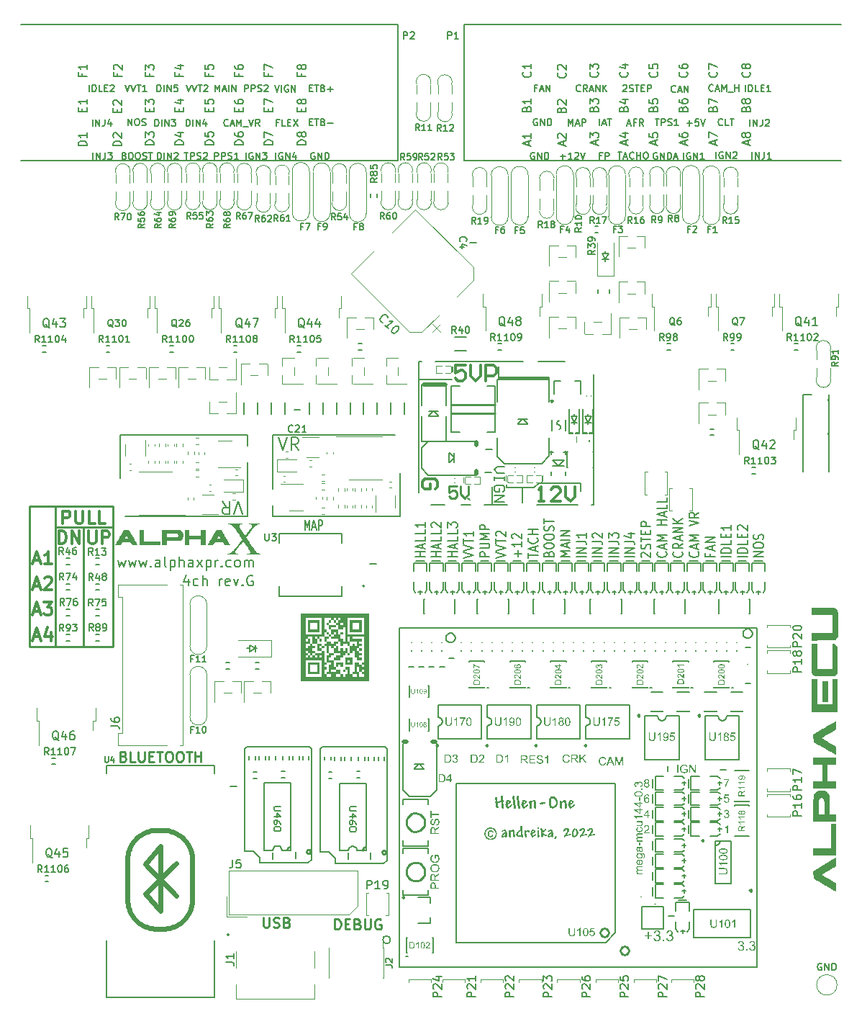
<source format=gto>
G75*
G70*
%OFA0B0*%
%FSLAX25Y25*%
%IPPOS*%
%LPD*%
%AMOC8*
5,1,8,0,0,1.08239X$1,22.5*
%
%ADD121C,0.00394*%
%ADD122C,0.01000*%
%ADD200C,0.00300*%
%ADD57C,0.01575*%
%ADD58C,0.00787*%
%ADD61C,0.01181*%
%ADD62C,0.00800*%
%ADD65C,0.00472*%
%ADD70C,0.00984*%
%ADD71C,0.00669*%
%ADD72C,0.00591*%
%ADD73C,0.00500*%
%ADD74C,0.00390*%
%ADD75C,0.02484*%
%ADD82C,0.01968*%
X0000000Y0000000D02*
%LPD*%
G01*
D70*
X0015748Y0228346D02*
X0015748Y0163386D01*
X0042520Y0163386D02*
X0042520Y0228346D01*
X0042520Y0218504D02*
X0015748Y0218504D01*
X0042520Y0228346D02*
X0003937Y0228346D01*
X0028740Y0163386D02*
X0028740Y0218504D01*
X0003937Y0228346D02*
X0003937Y0163386D01*
X0003937Y0163386D02*
X0042520Y0163386D01*
D71*
X0119282Y0405901D02*
X0118232Y0405901D01*
X0118232Y0404252D02*
X0118232Y0407401D01*
X0118232Y0407401D02*
X0119732Y0407401D01*
X0122432Y0404252D02*
X0120932Y0404252D01*
X0120932Y0404252D02*
X0120932Y0407401D01*
X0123481Y0405901D02*
X0124531Y0405901D01*
X0124981Y0404252D02*
X0123481Y0404252D01*
X0123481Y0404252D02*
X0123481Y0407401D01*
X0123481Y0407401D02*
X0124981Y0407401D01*
X0126031Y0407401D02*
X0128131Y0404252D01*
X0128131Y0407401D02*
X0126031Y0404252D01*
X0337659Y0404147D02*
X0337659Y0407297D01*
X0339159Y0404147D02*
X0339159Y0407297D01*
X0339159Y0407297D02*
X0340958Y0404147D01*
X0340958Y0404147D02*
X0340958Y0407297D01*
X0343358Y0407297D02*
X0343358Y0405047D01*
X0343358Y0405047D02*
X0343208Y0404597D01*
X0343208Y0404597D02*
X0342908Y0404297D01*
X0342908Y0404297D02*
X0342458Y0404147D01*
X0342458Y0404147D02*
X0342158Y0404147D01*
X0344708Y0406997D02*
X0344858Y0407147D01*
X0344858Y0407147D02*
X0345158Y0407297D01*
X0345158Y0407297D02*
X0345908Y0407297D01*
X0345908Y0407297D02*
X0346208Y0407147D01*
X0346208Y0407147D02*
X0346358Y0406997D01*
X0346358Y0406997D02*
X0346508Y0406697D01*
X0346508Y0406697D02*
X0346508Y0406397D01*
X0346508Y0406397D02*
X0346358Y0405947D01*
X0346358Y0405947D02*
X0344558Y0404147D01*
X0344558Y0404147D02*
X0346508Y0404147D01*
D72*
X0044641Y0428609D02*
X0044641Y0427297D01*
X0046703Y0427297D02*
X0042766Y0427297D01*
X0042766Y0427297D02*
X0042766Y0429171D01*
X0043141Y0430484D02*
X0042954Y0430671D01*
X0042954Y0430671D02*
X0042766Y0431046D01*
X0042766Y0431046D02*
X0042766Y0431984D01*
X0042766Y0431984D02*
X0042954Y0432358D01*
X0042954Y0432358D02*
X0043141Y0432546D01*
X0043141Y0432546D02*
X0043516Y0432733D01*
X0043516Y0432733D02*
X0043891Y0432733D01*
X0043891Y0432733D02*
X0044454Y0432546D01*
X0044454Y0432546D02*
X0046703Y0430296D01*
X0046703Y0430296D02*
X0046703Y0432733D01*
D71*
X0303126Y0420087D02*
X0302976Y0419937D01*
X0302976Y0419937D02*
X0302526Y0419787D01*
X0302526Y0419787D02*
X0302226Y0419787D01*
X0302226Y0419787D02*
X0301776Y0419937D01*
X0301776Y0419937D02*
X0301476Y0420237D01*
X0301476Y0420237D02*
X0301326Y0420537D01*
X0301326Y0420537D02*
X0301176Y0421137D01*
X0301176Y0421137D02*
X0301176Y0421587D01*
X0301176Y0421587D02*
X0301326Y0422187D01*
X0301326Y0422187D02*
X0301476Y0422487D01*
X0301476Y0422487D02*
X0301776Y0422787D01*
X0301776Y0422787D02*
X0302226Y0422937D01*
X0302226Y0422937D02*
X0302526Y0422937D01*
X0302526Y0422937D02*
X0302976Y0422787D01*
X0302976Y0422787D02*
X0303126Y0422637D01*
X0304326Y0420687D02*
X0305826Y0420687D01*
X0304026Y0419787D02*
X0305076Y0422937D01*
X0305076Y0422937D02*
X0306125Y0419787D01*
X0307175Y0419787D02*
X0307175Y0422937D01*
X0307175Y0422937D02*
X0308975Y0419787D01*
X0308975Y0419787D02*
X0308975Y0422937D01*
D58*
X0187164Y0204874D02*
X0182557Y0204874D01*
X0184751Y0204874D02*
X0184751Y0207124D01*
X0187164Y0207124D02*
X0182557Y0207124D01*
X0185848Y0208811D02*
X0185848Y0210686D01*
X0187164Y0208436D02*
X0182557Y0209749D01*
X0182557Y0209749D02*
X0187164Y0211061D01*
X0187164Y0214248D02*
X0187164Y0212373D01*
X0187164Y0212373D02*
X0182557Y0212373D01*
X0187164Y0217435D02*
X0187164Y0215561D01*
X0187164Y0215561D02*
X0182557Y0215561D01*
X0187164Y0220810D02*
X0187164Y0218560D01*
X0187164Y0219685D02*
X0182557Y0219685D01*
X0182557Y0219685D02*
X0183215Y0219310D01*
X0183215Y0219310D02*
X0183654Y0218935D01*
X0183654Y0218935D02*
X0183873Y0218560D01*
X0194626Y0204874D02*
X0190020Y0204874D01*
X0192213Y0204874D02*
X0192213Y0207124D01*
X0194626Y0207124D02*
X0190020Y0207124D01*
X0193310Y0208811D02*
X0193310Y0210686D01*
X0194626Y0208436D02*
X0190020Y0209749D01*
X0190020Y0209749D02*
X0194626Y0211061D01*
X0194626Y0214248D02*
X0194626Y0212373D01*
X0194626Y0212373D02*
X0190020Y0212373D01*
X0194626Y0217435D02*
X0194626Y0215561D01*
X0194626Y0215561D02*
X0190020Y0215561D01*
X0190458Y0218560D02*
X0190239Y0218748D01*
X0190239Y0218748D02*
X0190020Y0219123D01*
X0190020Y0219123D02*
X0190020Y0220060D01*
X0190020Y0220060D02*
X0190239Y0220435D01*
X0190239Y0220435D02*
X0190458Y0220622D01*
X0190458Y0220622D02*
X0190897Y0220810D01*
X0190897Y0220810D02*
X0191336Y0220810D01*
X0191336Y0220810D02*
X0191994Y0220622D01*
X0191994Y0220622D02*
X0194626Y0218373D01*
X0194626Y0218373D02*
X0194626Y0220810D01*
X0202088Y0204874D02*
X0197482Y0204874D01*
X0199675Y0204874D02*
X0199675Y0207124D01*
X0202088Y0207124D02*
X0197482Y0207124D01*
X0200772Y0208811D02*
X0200772Y0210686D01*
X0202088Y0208436D02*
X0197482Y0209749D01*
X0197482Y0209749D02*
X0202088Y0211061D01*
X0202088Y0214248D02*
X0202088Y0212373D01*
X0202088Y0212373D02*
X0197482Y0212373D01*
X0202088Y0217435D02*
X0202088Y0215561D01*
X0202088Y0215561D02*
X0197482Y0215561D01*
X0197482Y0218373D02*
X0197482Y0220810D01*
X0197482Y0220810D02*
X0199237Y0219498D01*
X0199237Y0219498D02*
X0199237Y0220060D01*
X0199237Y0220060D02*
X0199456Y0220435D01*
X0199456Y0220435D02*
X0199675Y0220622D01*
X0199675Y0220622D02*
X0200114Y0220810D01*
X0200114Y0220810D02*
X0201211Y0220810D01*
X0201211Y0220810D02*
X0201649Y0220622D01*
X0201649Y0220622D02*
X0201869Y0220435D01*
X0201869Y0220435D02*
X0202088Y0220060D01*
X0202088Y0220060D02*
X0202088Y0218935D01*
X0202088Y0218935D02*
X0201869Y0218560D01*
X0201869Y0218560D02*
X0201649Y0218373D01*
X0204944Y0204312D02*
X0209550Y0205624D01*
X0209550Y0205624D02*
X0204944Y0206937D01*
X0204944Y0207687D02*
X0209550Y0208999D01*
X0209550Y0208999D02*
X0204944Y0210311D01*
X0204944Y0211061D02*
X0204944Y0213311D01*
X0209550Y0212186D02*
X0204944Y0212186D01*
X0209550Y0216685D02*
X0209550Y0214436D01*
X0209550Y0215561D02*
X0204944Y0215561D01*
X0204944Y0215561D02*
X0205602Y0215186D01*
X0205602Y0215186D02*
X0206041Y0214811D01*
X0206041Y0214811D02*
X0206260Y0214436D01*
X0217012Y0204874D02*
X0212406Y0204874D01*
X0212406Y0204874D02*
X0212406Y0206374D01*
X0212406Y0206374D02*
X0212626Y0206749D01*
X0212626Y0206749D02*
X0212845Y0206937D01*
X0212845Y0206937D02*
X0213284Y0207124D01*
X0213284Y0207124D02*
X0213942Y0207124D01*
X0213942Y0207124D02*
X0214380Y0206937D01*
X0214380Y0206937D02*
X0214600Y0206749D01*
X0214600Y0206749D02*
X0214819Y0206374D01*
X0214819Y0206374D02*
X0214819Y0204874D01*
X0212406Y0208811D02*
X0216135Y0208811D01*
X0216135Y0208811D02*
X0216574Y0208999D01*
X0216574Y0208999D02*
X0216793Y0209186D01*
X0216793Y0209186D02*
X0217012Y0209561D01*
X0217012Y0209561D02*
X0217012Y0210311D01*
X0217012Y0210311D02*
X0216793Y0210686D01*
X0216793Y0210686D02*
X0216574Y0210874D01*
X0216574Y0210874D02*
X0216135Y0211061D01*
X0216135Y0211061D02*
X0212406Y0211061D01*
X0217012Y0212936D02*
X0212406Y0212936D01*
X0212406Y0212936D02*
X0215696Y0214248D01*
X0215696Y0214248D02*
X0212406Y0215561D01*
X0212406Y0215561D02*
X0217012Y0215561D01*
X0217012Y0217435D02*
X0212406Y0217435D01*
X0212406Y0217435D02*
X0212406Y0218935D01*
X0212406Y0218935D02*
X0212626Y0219310D01*
X0212626Y0219310D02*
X0212845Y0219498D01*
X0212845Y0219498D02*
X0213284Y0219685D01*
X0213284Y0219685D02*
X0213942Y0219685D01*
X0213942Y0219685D02*
X0214380Y0219498D01*
X0214380Y0219498D02*
X0214600Y0219310D01*
X0214600Y0219310D02*
X0214819Y0218935D01*
X0214819Y0218935D02*
X0214819Y0217435D01*
X0219868Y0204312D02*
X0224475Y0205624D01*
X0224475Y0205624D02*
X0219868Y0206937D01*
X0219868Y0207687D02*
X0224475Y0208999D01*
X0224475Y0208999D02*
X0219868Y0210311D01*
X0219868Y0211061D02*
X0219868Y0213311D01*
X0224475Y0212186D02*
X0219868Y0212186D01*
X0220307Y0214436D02*
X0220088Y0214623D01*
X0220088Y0214623D02*
X0219868Y0214998D01*
X0219868Y0214998D02*
X0219868Y0215936D01*
X0219868Y0215936D02*
X0220088Y0216310D01*
X0220088Y0216310D02*
X0220307Y0216498D01*
X0220307Y0216498D02*
X0220746Y0216685D01*
X0220746Y0216685D02*
X0221184Y0216685D01*
X0221184Y0216685D02*
X0221842Y0216498D01*
X0221842Y0216498D02*
X0224475Y0214248D01*
X0224475Y0214248D02*
X0224475Y0216685D01*
X0230182Y0204874D02*
X0230182Y0207874D01*
X0231937Y0206374D02*
X0228427Y0206374D01*
X0231937Y0211811D02*
X0231937Y0209561D01*
X0231937Y0210686D02*
X0227331Y0210686D01*
X0227331Y0210686D02*
X0227989Y0210311D01*
X0227989Y0210311D02*
X0228427Y0209936D01*
X0228427Y0209936D02*
X0228647Y0209561D01*
X0227769Y0213311D02*
X0227550Y0213498D01*
X0227550Y0213498D02*
X0227331Y0213873D01*
X0227331Y0213873D02*
X0227331Y0214811D01*
X0227331Y0214811D02*
X0227550Y0215186D01*
X0227550Y0215186D02*
X0227769Y0215373D01*
X0227769Y0215373D02*
X0228208Y0215561D01*
X0228208Y0215561D02*
X0228647Y0215561D01*
X0228647Y0215561D02*
X0229305Y0215373D01*
X0229305Y0215373D02*
X0231937Y0213123D01*
X0231937Y0213123D02*
X0231937Y0215561D01*
X0234793Y0204312D02*
X0234793Y0206562D01*
X0239399Y0205437D02*
X0234793Y0205437D01*
X0238083Y0207687D02*
X0238083Y0209561D01*
X0239399Y0207312D02*
X0234793Y0208624D01*
X0234793Y0208624D02*
X0239399Y0209936D01*
X0238960Y0213498D02*
X0239180Y0213311D01*
X0239180Y0213311D02*
X0239399Y0212748D01*
X0239399Y0212748D02*
X0239399Y0212373D01*
X0239399Y0212373D02*
X0239180Y0211811D01*
X0239180Y0211811D02*
X0238741Y0211436D01*
X0238741Y0211436D02*
X0238302Y0211249D01*
X0238302Y0211249D02*
X0237425Y0211061D01*
X0237425Y0211061D02*
X0236767Y0211061D01*
X0236767Y0211061D02*
X0235890Y0211249D01*
X0235890Y0211249D02*
X0235451Y0211436D01*
X0235451Y0211436D02*
X0235012Y0211811D01*
X0235012Y0211811D02*
X0234793Y0212373D01*
X0234793Y0212373D02*
X0234793Y0212748D01*
X0234793Y0212748D02*
X0235012Y0213311D01*
X0235012Y0213311D02*
X0235231Y0213498D01*
X0239399Y0215186D02*
X0234793Y0215186D01*
X0236986Y0215186D02*
X0236986Y0217435D01*
X0239399Y0217435D02*
X0234793Y0217435D01*
X0244448Y0206187D02*
X0244668Y0206749D01*
X0244668Y0206749D02*
X0244887Y0206937D01*
X0244887Y0206937D02*
X0245326Y0207124D01*
X0245326Y0207124D02*
X0245984Y0207124D01*
X0245984Y0207124D02*
X0246423Y0206937D01*
X0246423Y0206937D02*
X0246642Y0206749D01*
X0246642Y0206749D02*
X0246861Y0206374D01*
X0246861Y0206374D02*
X0246861Y0204874D01*
X0246861Y0204874D02*
X0242255Y0204874D01*
X0242255Y0204874D02*
X0242255Y0206187D01*
X0242255Y0206187D02*
X0242474Y0206562D01*
X0242474Y0206562D02*
X0242694Y0206749D01*
X0242694Y0206749D02*
X0243132Y0206937D01*
X0243132Y0206937D02*
X0243571Y0206937D01*
X0243571Y0206937D02*
X0244010Y0206749D01*
X0244010Y0206749D02*
X0244229Y0206562D01*
X0244229Y0206562D02*
X0244448Y0206187D01*
X0244448Y0206187D02*
X0244448Y0204874D01*
X0242255Y0209561D02*
X0242255Y0210311D01*
X0242255Y0210311D02*
X0242474Y0210686D01*
X0242474Y0210686D02*
X0242913Y0211061D01*
X0242913Y0211061D02*
X0243790Y0211249D01*
X0243790Y0211249D02*
X0245326Y0211249D01*
X0245326Y0211249D02*
X0246203Y0211061D01*
X0246203Y0211061D02*
X0246642Y0210686D01*
X0246642Y0210686D02*
X0246861Y0210311D01*
X0246861Y0210311D02*
X0246861Y0209561D01*
X0246861Y0209561D02*
X0246642Y0209186D01*
X0246642Y0209186D02*
X0246203Y0208811D01*
X0246203Y0208811D02*
X0245326Y0208624D01*
X0245326Y0208624D02*
X0243790Y0208624D01*
X0243790Y0208624D02*
X0242913Y0208811D01*
X0242913Y0208811D02*
X0242474Y0209186D01*
X0242474Y0209186D02*
X0242255Y0209561D01*
X0242255Y0213686D02*
X0242255Y0214436D01*
X0242255Y0214436D02*
X0242474Y0214811D01*
X0242474Y0214811D02*
X0242913Y0215186D01*
X0242913Y0215186D02*
X0243790Y0215373D01*
X0243790Y0215373D02*
X0245326Y0215373D01*
X0245326Y0215373D02*
X0246203Y0215186D01*
X0246203Y0215186D02*
X0246642Y0214811D01*
X0246642Y0214811D02*
X0246861Y0214436D01*
X0246861Y0214436D02*
X0246861Y0213686D01*
X0246861Y0213686D02*
X0246642Y0213311D01*
X0246642Y0213311D02*
X0246203Y0212936D01*
X0246203Y0212936D02*
X0245326Y0212748D01*
X0245326Y0212748D02*
X0243790Y0212748D01*
X0243790Y0212748D02*
X0242913Y0212936D01*
X0242913Y0212936D02*
X0242474Y0213311D01*
X0242474Y0213311D02*
X0242255Y0213686D01*
X0246642Y0216873D02*
X0246861Y0217435D01*
X0246861Y0217435D02*
X0246861Y0218373D01*
X0246861Y0218373D02*
X0246642Y0218748D01*
X0246642Y0218748D02*
X0246423Y0218935D01*
X0246423Y0218935D02*
X0245984Y0219123D01*
X0245984Y0219123D02*
X0245545Y0219123D01*
X0245545Y0219123D02*
X0245106Y0218935D01*
X0245106Y0218935D02*
X0244887Y0218748D01*
X0244887Y0218748D02*
X0244668Y0218373D01*
X0244668Y0218373D02*
X0244448Y0217623D01*
X0244448Y0217623D02*
X0244229Y0217248D01*
X0244229Y0217248D02*
X0244010Y0217060D01*
X0244010Y0217060D02*
X0243571Y0216873D01*
X0243571Y0216873D02*
X0243132Y0216873D01*
X0243132Y0216873D02*
X0242694Y0217060D01*
X0242694Y0217060D02*
X0242474Y0217248D01*
X0242474Y0217248D02*
X0242255Y0217623D01*
X0242255Y0217623D02*
X0242255Y0218560D01*
X0242255Y0218560D02*
X0242474Y0219123D01*
X0242255Y0220247D02*
X0242255Y0222497D01*
X0246861Y0221372D02*
X0242255Y0221372D01*
X0254323Y0204874D02*
X0249717Y0204874D01*
X0249717Y0204874D02*
X0253007Y0206187D01*
X0253007Y0206187D02*
X0249717Y0207499D01*
X0249717Y0207499D02*
X0254323Y0207499D01*
X0253007Y0209186D02*
X0253007Y0211061D01*
X0254323Y0208811D02*
X0249717Y0210124D01*
X0249717Y0210124D02*
X0254323Y0211436D01*
X0254323Y0212748D02*
X0249717Y0212748D01*
X0254323Y0214623D02*
X0249717Y0214623D01*
X0249717Y0214623D02*
X0254323Y0216873D01*
X0254323Y0216873D02*
X0249717Y0216873D01*
X0261786Y0204874D02*
X0257179Y0204874D01*
X0261786Y0206749D02*
X0257179Y0206749D01*
X0257179Y0206749D02*
X0261786Y0208999D01*
X0261786Y0208999D02*
X0257179Y0208999D01*
X0257179Y0211998D02*
X0260470Y0211998D01*
X0260470Y0211998D02*
X0261128Y0211811D01*
X0261128Y0211811D02*
X0261566Y0211436D01*
X0261566Y0211436D02*
X0261786Y0210874D01*
X0261786Y0210874D02*
X0261786Y0210499D01*
X0261786Y0215936D02*
X0261786Y0213686D01*
X0261786Y0214811D02*
X0257179Y0214811D01*
X0257179Y0214811D02*
X0257837Y0214436D01*
X0257837Y0214436D02*
X0258276Y0214061D01*
X0258276Y0214061D02*
X0258495Y0213686D01*
X0269248Y0204874D02*
X0264642Y0204874D01*
X0269248Y0206749D02*
X0264642Y0206749D01*
X0264642Y0206749D02*
X0269248Y0208999D01*
X0269248Y0208999D02*
X0264642Y0208999D01*
X0264642Y0211998D02*
X0267932Y0211998D01*
X0267932Y0211998D02*
X0268590Y0211811D01*
X0268590Y0211811D02*
X0269029Y0211436D01*
X0269029Y0211436D02*
X0269248Y0210874D01*
X0269248Y0210874D02*
X0269248Y0210499D01*
X0265080Y0213686D02*
X0264861Y0213873D01*
X0264861Y0213873D02*
X0264642Y0214248D01*
X0264642Y0214248D02*
X0264642Y0215186D01*
X0264642Y0215186D02*
X0264861Y0215561D01*
X0264861Y0215561D02*
X0265080Y0215748D01*
X0265080Y0215748D02*
X0265519Y0215936D01*
X0265519Y0215936D02*
X0265958Y0215936D01*
X0265958Y0215936D02*
X0266616Y0215748D01*
X0266616Y0215748D02*
X0269248Y0213498D01*
X0269248Y0213498D02*
X0269248Y0215936D01*
X0276710Y0204874D02*
X0272104Y0204874D01*
X0276710Y0206749D02*
X0272104Y0206749D01*
X0272104Y0206749D02*
X0276710Y0208999D01*
X0276710Y0208999D02*
X0272104Y0208999D01*
X0272104Y0211998D02*
X0275394Y0211998D01*
X0275394Y0211998D02*
X0276052Y0211811D01*
X0276052Y0211811D02*
X0276491Y0211436D01*
X0276491Y0211436D02*
X0276710Y0210874D01*
X0276710Y0210874D02*
X0276710Y0210499D01*
X0272104Y0213498D02*
X0272104Y0215936D01*
X0272104Y0215936D02*
X0273859Y0214623D01*
X0273859Y0214623D02*
X0273859Y0215186D01*
X0273859Y0215186D02*
X0274078Y0215561D01*
X0274078Y0215561D02*
X0274297Y0215748D01*
X0274297Y0215748D02*
X0274736Y0215936D01*
X0274736Y0215936D02*
X0275833Y0215936D01*
X0275833Y0215936D02*
X0276271Y0215748D01*
X0276271Y0215748D02*
X0276491Y0215561D01*
X0276491Y0215561D02*
X0276710Y0215186D01*
X0276710Y0215186D02*
X0276710Y0214061D01*
X0276710Y0214061D02*
X0276491Y0213686D01*
X0276491Y0213686D02*
X0276271Y0213498D01*
X0284172Y0204874D02*
X0279566Y0204874D01*
X0284172Y0206749D02*
X0279566Y0206749D01*
X0279566Y0206749D02*
X0284172Y0208999D01*
X0284172Y0208999D02*
X0279566Y0208999D01*
X0279566Y0211998D02*
X0282856Y0211998D01*
X0282856Y0211998D02*
X0283514Y0211811D01*
X0283514Y0211811D02*
X0283953Y0211436D01*
X0283953Y0211436D02*
X0284172Y0210874D01*
X0284172Y0210874D02*
X0284172Y0210499D01*
X0281101Y0215561D02*
X0284172Y0215561D01*
X0279347Y0214623D02*
X0282637Y0213686D01*
X0282637Y0213686D02*
X0282637Y0216123D01*
X0287467Y0204687D02*
X0287248Y0204874D01*
X0287248Y0204874D02*
X0287028Y0205249D01*
X0287028Y0205249D02*
X0287028Y0206187D01*
X0287028Y0206187D02*
X0287248Y0206562D01*
X0287248Y0206562D02*
X0287467Y0206749D01*
X0287467Y0206749D02*
X0287906Y0206937D01*
X0287906Y0206937D02*
X0288344Y0206937D01*
X0288344Y0206937D02*
X0289002Y0206749D01*
X0289002Y0206749D02*
X0291635Y0204499D01*
X0291635Y0204499D02*
X0291635Y0206937D01*
X0291415Y0208436D02*
X0291635Y0208999D01*
X0291635Y0208999D02*
X0291635Y0209936D01*
X0291635Y0209936D02*
X0291415Y0210311D01*
X0291415Y0210311D02*
X0291196Y0210499D01*
X0291196Y0210499D02*
X0290757Y0210686D01*
X0290757Y0210686D02*
X0290318Y0210686D01*
X0290318Y0210686D02*
X0289880Y0210499D01*
X0289880Y0210499D02*
X0289660Y0210311D01*
X0289660Y0210311D02*
X0289441Y0209936D01*
X0289441Y0209936D02*
X0289222Y0209186D01*
X0289222Y0209186D02*
X0289002Y0208811D01*
X0289002Y0208811D02*
X0288783Y0208624D01*
X0288783Y0208624D02*
X0288344Y0208436D01*
X0288344Y0208436D02*
X0287906Y0208436D01*
X0287906Y0208436D02*
X0287467Y0208624D01*
X0287467Y0208624D02*
X0287248Y0208811D01*
X0287248Y0208811D02*
X0287028Y0209186D01*
X0287028Y0209186D02*
X0287028Y0210124D01*
X0287028Y0210124D02*
X0287248Y0210686D01*
X0287028Y0211811D02*
X0287028Y0214061D01*
X0291635Y0212936D02*
X0287028Y0212936D01*
X0289222Y0215373D02*
X0289222Y0216685D01*
X0291635Y0217248D02*
X0291635Y0215373D01*
X0291635Y0215373D02*
X0287028Y0215373D01*
X0287028Y0215373D02*
X0287028Y0217248D01*
X0291635Y0218935D02*
X0287028Y0218935D01*
X0287028Y0218935D02*
X0287028Y0220435D01*
X0287028Y0220435D02*
X0287248Y0220810D01*
X0287248Y0220810D02*
X0287467Y0220997D01*
X0287467Y0220997D02*
X0287906Y0221185D01*
X0287906Y0221185D02*
X0288564Y0221185D01*
X0288564Y0221185D02*
X0289002Y0220997D01*
X0289002Y0220997D02*
X0289222Y0220810D01*
X0289222Y0220810D02*
X0289441Y0220435D01*
X0289441Y0220435D02*
X0289441Y0218935D01*
X0298658Y0207124D02*
X0298877Y0206937D01*
X0298877Y0206937D02*
X0299097Y0206374D01*
X0299097Y0206374D02*
X0299097Y0205999D01*
X0299097Y0205999D02*
X0298877Y0205437D01*
X0298877Y0205437D02*
X0298439Y0205062D01*
X0298439Y0205062D02*
X0298000Y0204874D01*
X0298000Y0204874D02*
X0297123Y0204687D01*
X0297123Y0204687D02*
X0296465Y0204687D01*
X0296465Y0204687D02*
X0295587Y0204874D01*
X0295587Y0204874D02*
X0295148Y0205062D01*
X0295148Y0205062D02*
X0294710Y0205437D01*
X0294710Y0205437D02*
X0294490Y0205999D01*
X0294490Y0205999D02*
X0294490Y0206374D01*
X0294490Y0206374D02*
X0294710Y0206937D01*
X0294710Y0206937D02*
X0294929Y0207124D01*
X0297781Y0208624D02*
X0297781Y0210499D01*
X0299097Y0208249D02*
X0294490Y0209561D01*
X0294490Y0209561D02*
X0299097Y0210874D01*
X0299097Y0212186D02*
X0294490Y0212186D01*
X0294490Y0212186D02*
X0297781Y0213498D01*
X0297781Y0213498D02*
X0294490Y0214811D01*
X0294490Y0214811D02*
X0299097Y0214811D01*
X0299097Y0219685D02*
X0294490Y0219685D01*
X0296684Y0219685D02*
X0296684Y0221935D01*
X0299097Y0221935D02*
X0294490Y0221935D01*
X0297781Y0223622D02*
X0297781Y0225497D01*
X0299097Y0223247D02*
X0294490Y0224559D01*
X0294490Y0224559D02*
X0299097Y0225872D01*
X0299097Y0229059D02*
X0299097Y0227184D01*
X0299097Y0227184D02*
X0294490Y0227184D01*
X0299097Y0232246D02*
X0299097Y0230371D01*
X0299097Y0230371D02*
X0294490Y0230371D01*
X0306120Y0207124D02*
X0306340Y0206937D01*
X0306340Y0206937D02*
X0306559Y0206374D01*
X0306559Y0206374D02*
X0306559Y0205999D01*
X0306559Y0205999D02*
X0306340Y0205437D01*
X0306340Y0205437D02*
X0305901Y0205062D01*
X0305901Y0205062D02*
X0305462Y0204874D01*
X0305462Y0204874D02*
X0304585Y0204687D01*
X0304585Y0204687D02*
X0303927Y0204687D01*
X0303927Y0204687D02*
X0303049Y0204874D01*
X0303049Y0204874D02*
X0302611Y0205062D01*
X0302611Y0205062D02*
X0302172Y0205437D01*
X0302172Y0205437D02*
X0301953Y0205999D01*
X0301953Y0205999D02*
X0301953Y0206374D01*
X0301953Y0206374D02*
X0302172Y0206937D01*
X0302172Y0206937D02*
X0302391Y0207124D01*
X0306559Y0211061D02*
X0304365Y0209749D01*
X0306559Y0208811D02*
X0301953Y0208811D01*
X0301953Y0208811D02*
X0301953Y0210311D01*
X0301953Y0210311D02*
X0302172Y0210686D01*
X0302172Y0210686D02*
X0302391Y0210874D01*
X0302391Y0210874D02*
X0302830Y0211061D01*
X0302830Y0211061D02*
X0303488Y0211061D01*
X0303488Y0211061D02*
X0303927Y0210874D01*
X0303927Y0210874D02*
X0304146Y0210686D01*
X0304146Y0210686D02*
X0304365Y0210311D01*
X0304365Y0210311D02*
X0304365Y0208811D01*
X0305243Y0212561D02*
X0305243Y0214436D01*
X0306559Y0212186D02*
X0301953Y0213498D01*
X0301953Y0213498D02*
X0306559Y0214811D01*
X0306559Y0216123D02*
X0301953Y0216123D01*
X0301953Y0216123D02*
X0306559Y0218373D01*
X0306559Y0218373D02*
X0301953Y0218373D01*
X0306559Y0220247D02*
X0301953Y0220247D01*
X0306559Y0222497D02*
X0303927Y0220810D01*
X0301953Y0222497D02*
X0304585Y0220247D01*
X0313582Y0207124D02*
X0313802Y0206937D01*
X0313802Y0206937D02*
X0314021Y0206374D01*
X0314021Y0206374D02*
X0314021Y0205999D01*
X0314021Y0205999D02*
X0313802Y0205437D01*
X0313802Y0205437D02*
X0313363Y0205062D01*
X0313363Y0205062D02*
X0312924Y0204874D01*
X0312924Y0204874D02*
X0312047Y0204687D01*
X0312047Y0204687D02*
X0311389Y0204687D01*
X0311389Y0204687D02*
X0310512Y0204874D01*
X0310512Y0204874D02*
X0310073Y0205062D01*
X0310073Y0205062D02*
X0309634Y0205437D01*
X0309634Y0205437D02*
X0309415Y0205999D01*
X0309415Y0205999D02*
X0309415Y0206374D01*
X0309415Y0206374D02*
X0309634Y0206937D01*
X0309634Y0206937D02*
X0309854Y0207124D01*
X0312705Y0208624D02*
X0312705Y0210499D01*
X0314021Y0208249D02*
X0309415Y0209561D01*
X0309415Y0209561D02*
X0314021Y0210874D01*
X0314021Y0212186D02*
X0309415Y0212186D01*
X0309415Y0212186D02*
X0312705Y0213498D01*
X0312705Y0213498D02*
X0309415Y0214811D01*
X0309415Y0214811D02*
X0314021Y0214811D01*
X0309415Y0219123D02*
X0314021Y0220435D01*
X0314021Y0220435D02*
X0309415Y0221747D01*
X0314021Y0225309D02*
X0311828Y0223997D01*
X0314021Y0223060D02*
X0309415Y0223060D01*
X0309415Y0223060D02*
X0309415Y0224559D01*
X0309415Y0224559D02*
X0309634Y0224934D01*
X0309634Y0224934D02*
X0309854Y0225122D01*
X0309854Y0225122D02*
X0310292Y0225309D01*
X0310292Y0225309D02*
X0310950Y0225309D01*
X0310950Y0225309D02*
X0311389Y0225122D01*
X0311389Y0225122D02*
X0311608Y0224934D01*
X0311608Y0224934D02*
X0311828Y0224559D01*
X0311828Y0224559D02*
X0311828Y0223060D01*
X0319070Y0206187D02*
X0319070Y0204874D01*
X0321483Y0204874D02*
X0316877Y0204874D01*
X0316877Y0204874D02*
X0316877Y0206749D01*
X0320167Y0208061D02*
X0320167Y0209936D01*
X0321483Y0207687D02*
X0316877Y0208999D01*
X0316877Y0208999D02*
X0321483Y0210311D01*
X0321483Y0211624D02*
X0316877Y0211624D01*
X0316877Y0211624D02*
X0321483Y0213873D01*
X0321483Y0213873D02*
X0316877Y0213873D01*
X0328946Y0204874D02*
X0324339Y0204874D01*
X0328946Y0206749D02*
X0324339Y0206749D01*
X0324339Y0206749D02*
X0324339Y0207687D01*
X0324339Y0207687D02*
X0324559Y0208249D01*
X0324559Y0208249D02*
X0324997Y0208624D01*
X0324997Y0208624D02*
X0325436Y0208811D01*
X0325436Y0208811D02*
X0326313Y0208999D01*
X0326313Y0208999D02*
X0326971Y0208999D01*
X0326971Y0208999D02*
X0327849Y0208811D01*
X0327849Y0208811D02*
X0328287Y0208624D01*
X0328287Y0208624D02*
X0328726Y0208249D01*
X0328726Y0208249D02*
X0328946Y0207687D01*
X0328946Y0207687D02*
X0328946Y0206749D01*
X0328946Y0212561D02*
X0328946Y0210686D01*
X0328946Y0210686D02*
X0324339Y0210686D01*
X0326533Y0213873D02*
X0326533Y0215186D01*
X0328946Y0215748D02*
X0328946Y0213873D01*
X0328946Y0213873D02*
X0324339Y0213873D01*
X0324339Y0213873D02*
X0324339Y0215748D01*
X0328946Y0219498D02*
X0328946Y0217248D01*
X0328946Y0218373D02*
X0324339Y0218373D01*
X0324339Y0218373D02*
X0324997Y0217998D01*
X0324997Y0217998D02*
X0325436Y0217623D01*
X0325436Y0217623D02*
X0325655Y0217248D01*
X0336408Y0204874D02*
X0331801Y0204874D01*
X0336408Y0206749D02*
X0331801Y0206749D01*
X0331801Y0206749D02*
X0331801Y0207687D01*
X0331801Y0207687D02*
X0332021Y0208249D01*
X0332021Y0208249D02*
X0332459Y0208624D01*
X0332459Y0208624D02*
X0332898Y0208811D01*
X0332898Y0208811D02*
X0333776Y0208999D01*
X0333776Y0208999D02*
X0334434Y0208999D01*
X0334434Y0208999D02*
X0335311Y0208811D01*
X0335311Y0208811D02*
X0335750Y0208624D01*
X0335750Y0208624D02*
X0336188Y0208249D01*
X0336188Y0208249D02*
X0336408Y0207687D01*
X0336408Y0207687D02*
X0336408Y0206749D01*
X0336408Y0212561D02*
X0336408Y0210686D01*
X0336408Y0210686D02*
X0331801Y0210686D01*
X0333995Y0213873D02*
X0333995Y0215186D01*
X0336408Y0215748D02*
X0336408Y0213873D01*
X0336408Y0213873D02*
X0331801Y0213873D01*
X0331801Y0213873D02*
X0331801Y0215748D01*
X0332240Y0217248D02*
X0332021Y0217435D01*
X0332021Y0217435D02*
X0331801Y0217810D01*
X0331801Y0217810D02*
X0331801Y0218748D01*
X0331801Y0218748D02*
X0332021Y0219123D01*
X0332021Y0219123D02*
X0332240Y0219310D01*
X0332240Y0219310D02*
X0332679Y0219498D01*
X0332679Y0219498D02*
X0333118Y0219498D01*
X0333118Y0219498D02*
X0333776Y0219310D01*
X0333776Y0219310D02*
X0336408Y0217060D01*
X0336408Y0217060D02*
X0336408Y0219498D01*
X0343870Y0204874D02*
X0339264Y0204874D01*
X0339264Y0204874D02*
X0343870Y0207124D01*
X0343870Y0207124D02*
X0339264Y0207124D01*
X0339264Y0209749D02*
X0339264Y0210499D01*
X0339264Y0210499D02*
X0339483Y0210874D01*
X0339483Y0210874D02*
X0339922Y0211249D01*
X0339922Y0211249D02*
X0340799Y0211436D01*
X0340799Y0211436D02*
X0342335Y0211436D01*
X0342335Y0211436D02*
X0343212Y0211249D01*
X0343212Y0211249D02*
X0343651Y0210874D01*
X0343651Y0210874D02*
X0343870Y0210499D01*
X0343870Y0210499D02*
X0343870Y0209749D01*
X0343870Y0209749D02*
X0343651Y0209374D01*
X0343651Y0209374D02*
X0343212Y0208999D01*
X0343212Y0208999D02*
X0342335Y0208811D01*
X0342335Y0208811D02*
X0340799Y0208811D01*
X0340799Y0208811D02*
X0339922Y0208999D01*
X0339922Y0208999D02*
X0339483Y0209374D01*
X0339483Y0209374D02*
X0339264Y0209749D01*
X0343651Y0212936D02*
X0343870Y0213498D01*
X0343870Y0213498D02*
X0343870Y0214436D01*
X0343870Y0214436D02*
X0343651Y0214811D01*
X0343651Y0214811D02*
X0343431Y0214998D01*
X0343431Y0214998D02*
X0342993Y0215186D01*
X0342993Y0215186D02*
X0342554Y0215186D01*
X0342554Y0215186D02*
X0342115Y0214998D01*
X0342115Y0214998D02*
X0341896Y0214811D01*
X0341896Y0214811D02*
X0341676Y0214436D01*
X0341676Y0214436D02*
X0341457Y0213686D01*
X0341457Y0213686D02*
X0341238Y0213311D01*
X0341238Y0213311D02*
X0341018Y0213123D01*
X0341018Y0213123D02*
X0340580Y0212936D01*
X0340580Y0212936D02*
X0340141Y0212936D01*
X0340141Y0212936D02*
X0339702Y0213123D01*
X0339702Y0213123D02*
X0339483Y0213311D01*
X0339483Y0213311D02*
X0339264Y0213686D01*
X0339264Y0213686D02*
X0339264Y0214623D01*
X0339264Y0214623D02*
X0339483Y0215186D01*
D71*
X0237725Y0391897D02*
X0237425Y0392047D01*
X0237425Y0392047D02*
X0236975Y0392047D01*
X0236975Y0392047D02*
X0236525Y0391897D01*
X0236525Y0391897D02*
X0236225Y0391597D01*
X0236225Y0391597D02*
X0236075Y0391297D01*
X0236075Y0391297D02*
X0235925Y0390697D01*
X0235925Y0390697D02*
X0235925Y0390247D01*
X0235925Y0390247D02*
X0236075Y0389647D01*
X0236075Y0389647D02*
X0236225Y0389347D01*
X0236225Y0389347D02*
X0236525Y0389047D01*
X0236525Y0389047D02*
X0236975Y0388897D01*
X0236975Y0388897D02*
X0237275Y0388897D01*
X0237275Y0388897D02*
X0237725Y0389047D01*
X0237725Y0389047D02*
X0237875Y0389197D01*
X0237875Y0389197D02*
X0237875Y0390247D01*
X0237875Y0390247D02*
X0237275Y0390247D01*
X0239225Y0388897D02*
X0239225Y0392047D01*
X0239225Y0392047D02*
X0241025Y0388897D01*
X0241025Y0388897D02*
X0241025Y0392047D01*
X0242524Y0388897D02*
X0242524Y0392047D01*
X0242524Y0392047D02*
X0243274Y0392047D01*
X0243274Y0392047D02*
X0243724Y0391897D01*
X0243724Y0391897D02*
X0244024Y0391597D01*
X0244024Y0391597D02*
X0244174Y0391297D01*
X0244174Y0391297D02*
X0244324Y0390697D01*
X0244324Y0390697D02*
X0244324Y0390247D01*
X0244324Y0390247D02*
X0244174Y0389647D01*
X0244174Y0389647D02*
X0244024Y0389347D01*
X0244024Y0389347D02*
X0243724Y0389047D01*
X0243724Y0389047D02*
X0243274Y0388897D01*
X0243274Y0388897D02*
X0242524Y0388897D01*
X0076378Y0404252D02*
X0076378Y0407401D01*
X0076378Y0407401D02*
X0077128Y0407401D01*
X0077128Y0407401D02*
X0077578Y0407251D01*
X0077578Y0407251D02*
X0077878Y0406951D01*
X0077878Y0406951D02*
X0078028Y0406651D01*
X0078028Y0406651D02*
X0078178Y0406051D01*
X0078178Y0406051D02*
X0078178Y0405601D01*
X0078178Y0405601D02*
X0078028Y0405002D01*
X0078028Y0405002D02*
X0077878Y0404702D01*
X0077878Y0404702D02*
X0077578Y0404402D01*
X0077578Y0404402D02*
X0077128Y0404252D01*
X0077128Y0404252D02*
X0076378Y0404252D01*
X0079528Y0404252D02*
X0079528Y0407401D01*
X0081027Y0404252D02*
X0081027Y0407401D01*
X0081027Y0407401D02*
X0082827Y0404252D01*
X0082827Y0404252D02*
X0082827Y0407401D01*
X0085677Y0406351D02*
X0085677Y0404252D01*
X0084927Y0407551D02*
X0084177Y0405301D01*
X0084177Y0405301D02*
X0086127Y0405301D01*
X0103459Y0420196D02*
X0103459Y0423346D01*
X0103459Y0423346D02*
X0104659Y0423346D01*
X0104659Y0423346D02*
X0104959Y0423196D01*
X0104959Y0423196D02*
X0105109Y0423046D01*
X0105109Y0423046D02*
X0105259Y0422746D01*
X0105259Y0422746D02*
X0105259Y0422296D01*
X0105259Y0422296D02*
X0105109Y0421996D01*
X0105109Y0421996D02*
X0104959Y0421846D01*
X0104959Y0421846D02*
X0104659Y0421696D01*
X0104659Y0421696D02*
X0103459Y0421696D01*
X0106609Y0420196D02*
X0106609Y0423346D01*
X0106609Y0423346D02*
X0107808Y0423346D01*
X0107808Y0423346D02*
X0108108Y0423196D01*
X0108108Y0423196D02*
X0108258Y0423046D01*
X0108258Y0423046D02*
X0108408Y0422746D01*
X0108408Y0422746D02*
X0108408Y0422296D01*
X0108408Y0422296D02*
X0108258Y0421996D01*
X0108258Y0421996D02*
X0108108Y0421846D01*
X0108108Y0421846D02*
X0107808Y0421696D01*
X0107808Y0421696D02*
X0106609Y0421696D01*
X0109608Y0420346D02*
X0110058Y0420196D01*
X0110058Y0420196D02*
X0110808Y0420196D01*
X0110808Y0420196D02*
X0111108Y0420346D01*
X0111108Y0420346D02*
X0111258Y0420496D01*
X0111258Y0420496D02*
X0111408Y0420796D01*
X0111408Y0420796D02*
X0111408Y0421096D01*
X0111408Y0421096D02*
X0111258Y0421396D01*
X0111258Y0421396D02*
X0111108Y0421546D01*
X0111108Y0421546D02*
X0110808Y0421696D01*
X0110808Y0421696D02*
X0110208Y0421846D01*
X0110208Y0421846D02*
X0109908Y0421996D01*
X0109908Y0421996D02*
X0109758Y0422146D01*
X0109758Y0422146D02*
X0109608Y0422446D01*
X0109608Y0422446D02*
X0109608Y0422746D01*
X0109608Y0422746D02*
X0109758Y0423046D01*
X0109758Y0423046D02*
X0109908Y0423196D01*
X0109908Y0423196D02*
X0110208Y0423346D01*
X0110208Y0423346D02*
X0110958Y0423346D01*
X0110958Y0423346D02*
X0111408Y0423196D01*
X0112608Y0423046D02*
X0112758Y0423196D01*
X0112758Y0423196D02*
X0113058Y0423346D01*
X0113058Y0423346D02*
X0113808Y0423346D01*
X0113808Y0423346D02*
X0114108Y0423196D01*
X0114108Y0423196D02*
X0114258Y0423046D01*
X0114258Y0423046D02*
X0114408Y0422746D01*
X0114408Y0422746D02*
X0114408Y0422446D01*
X0114408Y0422446D02*
X0114258Y0421996D01*
X0114258Y0421996D02*
X0112458Y0420196D01*
X0112458Y0420196D02*
X0114408Y0420196D01*
X0047769Y0390547D02*
X0048219Y0390397D01*
X0048219Y0390397D02*
X0048369Y0390247D01*
X0048369Y0390247D02*
X0048519Y0389947D01*
X0048519Y0389947D02*
X0048519Y0389497D01*
X0048519Y0389497D02*
X0048369Y0389197D01*
X0048369Y0389197D02*
X0048219Y0389047D01*
X0048219Y0389047D02*
X0047919Y0388897D01*
X0047919Y0388897D02*
X0046719Y0388897D01*
X0046719Y0388897D02*
X0046719Y0392047D01*
X0046719Y0392047D02*
X0047769Y0392047D01*
X0047769Y0392047D02*
X0048069Y0391897D01*
X0048069Y0391897D02*
X0048219Y0391747D01*
X0048219Y0391747D02*
X0048369Y0391447D01*
X0048369Y0391447D02*
X0048369Y0391147D01*
X0048369Y0391147D02*
X0048219Y0390847D01*
X0048219Y0390847D02*
X0048069Y0390697D01*
X0048069Y0390697D02*
X0047769Y0390547D01*
X0047769Y0390547D02*
X0046719Y0390547D01*
X0050469Y0392047D02*
X0051069Y0392047D01*
X0051069Y0392047D02*
X0051369Y0391897D01*
X0051369Y0391897D02*
X0051669Y0391597D01*
X0051669Y0391597D02*
X0051819Y0390997D01*
X0051819Y0390997D02*
X0051819Y0389947D01*
X0051819Y0389947D02*
X0051669Y0389347D01*
X0051669Y0389347D02*
X0051369Y0389047D01*
X0051369Y0389047D02*
X0051069Y0388897D01*
X0051069Y0388897D02*
X0050469Y0388897D01*
X0050469Y0388897D02*
X0050169Y0389047D01*
X0050169Y0389047D02*
X0049869Y0389347D01*
X0049869Y0389347D02*
X0049719Y0389947D01*
X0049719Y0389947D02*
X0049719Y0390997D01*
X0049719Y0390997D02*
X0049869Y0391597D01*
X0049869Y0391597D02*
X0050169Y0391897D01*
X0050169Y0391897D02*
X0050469Y0392047D01*
X0053768Y0392047D02*
X0054368Y0392047D01*
X0054368Y0392047D02*
X0054668Y0391897D01*
X0054668Y0391897D02*
X0054968Y0391597D01*
X0054968Y0391597D02*
X0055118Y0390997D01*
X0055118Y0390997D02*
X0055118Y0389947D01*
X0055118Y0389947D02*
X0054968Y0389347D01*
X0054968Y0389347D02*
X0054668Y0389047D01*
X0054668Y0389047D02*
X0054368Y0388897D01*
X0054368Y0388897D02*
X0053768Y0388897D01*
X0053768Y0388897D02*
X0053468Y0389047D01*
X0053468Y0389047D02*
X0053168Y0389347D01*
X0053168Y0389347D02*
X0053018Y0389947D01*
X0053018Y0389947D02*
X0053018Y0390997D01*
X0053018Y0390997D02*
X0053168Y0391597D01*
X0053168Y0391597D02*
X0053468Y0391897D01*
X0053468Y0391897D02*
X0053768Y0392047D01*
X0056318Y0389047D02*
X0056768Y0388897D01*
X0056768Y0388897D02*
X0057518Y0388897D01*
X0057518Y0388897D02*
X0057818Y0389047D01*
X0057818Y0389047D02*
X0057968Y0389197D01*
X0057968Y0389197D02*
X0058118Y0389497D01*
X0058118Y0389497D02*
X0058118Y0389797D01*
X0058118Y0389797D02*
X0057968Y0390097D01*
X0057968Y0390097D02*
X0057818Y0390247D01*
X0057818Y0390247D02*
X0057518Y0390397D01*
X0057518Y0390397D02*
X0056918Y0390547D01*
X0056918Y0390547D02*
X0056618Y0390697D01*
X0056618Y0390697D02*
X0056468Y0390847D01*
X0056468Y0390847D02*
X0056318Y0391147D01*
X0056318Y0391147D02*
X0056318Y0391447D01*
X0056318Y0391447D02*
X0056468Y0391747D01*
X0056468Y0391747D02*
X0056618Y0391897D01*
X0056618Y0391897D02*
X0056918Y0392047D01*
X0056918Y0392047D02*
X0057668Y0392047D01*
X0057668Y0392047D02*
X0058118Y0391897D01*
X0059018Y0392047D02*
X0060817Y0392047D01*
X0059918Y0388897D02*
X0059918Y0392047D01*
D58*
X0077503Y0194665D02*
X0077503Y0191515D01*
X0076378Y0196465D02*
X0075253Y0193090D01*
X0075253Y0193090D02*
X0078178Y0193090D01*
X0082002Y0191740D02*
X0081552Y0191515D01*
X0081552Y0191515D02*
X0080652Y0191515D01*
X0080652Y0191515D02*
X0080202Y0191740D01*
X0080202Y0191740D02*
X0079978Y0191965D01*
X0079978Y0191965D02*
X0079753Y0192415D01*
X0079753Y0192415D02*
X0079753Y0193765D01*
X0079753Y0193765D02*
X0079978Y0194215D01*
X0079978Y0194215D02*
X0080202Y0194440D01*
X0080202Y0194440D02*
X0080652Y0194665D01*
X0080652Y0194665D02*
X0081552Y0194665D01*
X0081552Y0194665D02*
X0082002Y0194440D01*
X0084027Y0191515D02*
X0084027Y0196240D01*
X0086052Y0191515D02*
X0086052Y0193990D01*
X0086052Y0193990D02*
X0085827Y0194440D01*
X0085827Y0194440D02*
X0085377Y0194665D01*
X0085377Y0194665D02*
X0084702Y0194665D01*
X0084702Y0194665D02*
X0084252Y0194440D01*
X0084252Y0194440D02*
X0084027Y0194215D01*
X0091901Y0191515D02*
X0091901Y0194665D01*
X0091901Y0193765D02*
X0092126Y0194215D01*
X0092126Y0194215D02*
X0092351Y0194440D01*
X0092351Y0194440D02*
X0092801Y0194665D01*
X0092801Y0194665D02*
X0093251Y0194665D01*
X0096625Y0191740D02*
X0096175Y0191515D01*
X0096175Y0191515D02*
X0095276Y0191515D01*
X0095276Y0191515D02*
X0094826Y0191740D01*
X0094826Y0191740D02*
X0094601Y0192190D01*
X0094601Y0192190D02*
X0094601Y0193990D01*
X0094601Y0193990D02*
X0094826Y0194440D01*
X0094826Y0194440D02*
X0095276Y0194665D01*
X0095276Y0194665D02*
X0096175Y0194665D01*
X0096175Y0194665D02*
X0096625Y0194440D01*
X0096625Y0194440D02*
X0096850Y0193990D01*
X0096850Y0193990D02*
X0096850Y0193540D01*
X0096850Y0193540D02*
X0094601Y0193090D01*
X0098425Y0194665D02*
X0099550Y0191515D01*
X0099550Y0191515D02*
X0100675Y0194665D01*
X0102475Y0191965D02*
X0102700Y0191740D01*
X0102700Y0191740D02*
X0102475Y0191515D01*
X0102475Y0191515D02*
X0102250Y0191740D01*
X0102250Y0191740D02*
X0102475Y0191965D01*
X0102475Y0191965D02*
X0102475Y0191515D01*
X0107199Y0196015D02*
X0106749Y0196240D01*
X0106749Y0196240D02*
X0106074Y0196240D01*
X0106074Y0196240D02*
X0105399Y0196015D01*
X0105399Y0196015D02*
X0104949Y0195565D01*
X0104949Y0195565D02*
X0104724Y0195115D01*
X0104724Y0195115D02*
X0104499Y0194215D01*
X0104499Y0194215D02*
X0104499Y0193540D01*
X0104499Y0193540D02*
X0104724Y0192640D01*
X0104724Y0192640D02*
X0104949Y0192190D01*
X0104949Y0192190D02*
X0105399Y0191740D01*
X0105399Y0191740D02*
X0106074Y0191515D01*
X0106074Y0191515D02*
X0106524Y0191515D01*
X0106524Y0191515D02*
X0107199Y0191740D01*
X0107199Y0191740D02*
X0107424Y0191965D01*
X0107424Y0191965D02*
X0107424Y0193540D01*
X0107424Y0193540D02*
X0106524Y0193540D01*
D61*
X0019311Y0220154D02*
X0019311Y0226060D01*
X0019311Y0226060D02*
X0021561Y0226060D01*
X0021561Y0226060D02*
X0022124Y0225778D01*
X0022124Y0225778D02*
X0022405Y0225497D01*
X0022405Y0225497D02*
X0022686Y0224935D01*
X0022686Y0224935D02*
X0022686Y0224091D01*
X0022686Y0224091D02*
X0022405Y0223529D01*
X0022405Y0223529D02*
X0022124Y0223247D01*
X0022124Y0223247D02*
X0021561Y0222966D01*
X0021561Y0222966D02*
X0019311Y0222966D01*
X0025217Y0226060D02*
X0025217Y0221279D01*
X0025217Y0221279D02*
X0025498Y0220716D01*
X0025498Y0220716D02*
X0025779Y0220435D01*
X0025779Y0220435D02*
X0026342Y0220154D01*
X0026342Y0220154D02*
X0027467Y0220154D01*
X0027467Y0220154D02*
X0028029Y0220435D01*
X0028029Y0220435D02*
X0028310Y0220716D01*
X0028310Y0220716D02*
X0028591Y0221279D01*
X0028591Y0221279D02*
X0028591Y0226060D01*
X0034216Y0220154D02*
X0031404Y0220154D01*
X0031404Y0220154D02*
X0031404Y0226060D01*
X0038996Y0220154D02*
X0036184Y0220154D01*
X0036184Y0220154D02*
X0036184Y0226060D01*
D71*
X0278748Y0422962D02*
X0278898Y0423112D01*
X0278898Y0423112D02*
X0279198Y0423262D01*
X0279198Y0423262D02*
X0279948Y0423262D01*
X0279948Y0423262D02*
X0280248Y0423112D01*
X0280248Y0423112D02*
X0280398Y0422962D01*
X0280398Y0422962D02*
X0280548Y0422662D01*
X0280548Y0422662D02*
X0280548Y0422362D01*
X0280548Y0422362D02*
X0280398Y0421912D01*
X0280398Y0421912D02*
X0278598Y0420112D01*
X0278598Y0420112D02*
X0280548Y0420112D01*
X0281748Y0420262D02*
X0282198Y0420112D01*
X0282198Y0420112D02*
X0282948Y0420112D01*
X0282948Y0420112D02*
X0283248Y0420262D01*
X0283248Y0420262D02*
X0283398Y0420412D01*
X0283398Y0420412D02*
X0283548Y0420712D01*
X0283548Y0420712D02*
X0283548Y0421012D01*
X0283548Y0421012D02*
X0283398Y0421312D01*
X0283398Y0421312D02*
X0283248Y0421462D01*
X0283248Y0421462D02*
X0282948Y0421612D01*
X0282948Y0421612D02*
X0282348Y0421762D01*
X0282348Y0421762D02*
X0282048Y0421912D01*
X0282048Y0421912D02*
X0281898Y0422062D01*
X0281898Y0422062D02*
X0281748Y0422362D01*
X0281748Y0422362D02*
X0281748Y0422662D01*
X0281748Y0422662D02*
X0281898Y0422962D01*
X0281898Y0422962D02*
X0282048Y0423112D01*
X0282048Y0423112D02*
X0282348Y0423262D01*
X0282348Y0423262D02*
X0283098Y0423262D01*
X0283098Y0423262D02*
X0283548Y0423112D01*
X0284447Y0423262D02*
X0286247Y0423262D01*
X0285347Y0420112D02*
X0285347Y0423262D01*
X0287297Y0421762D02*
X0288347Y0421762D01*
X0288797Y0420112D02*
X0287297Y0420112D01*
X0287297Y0420112D02*
X0287297Y0423262D01*
X0287297Y0423262D02*
X0288797Y0423262D01*
X0290147Y0420112D02*
X0290147Y0423262D01*
X0290147Y0423262D02*
X0291347Y0423262D01*
X0291347Y0423262D02*
X0291647Y0423112D01*
X0291647Y0423112D02*
X0291797Y0422962D01*
X0291797Y0422962D02*
X0291947Y0422662D01*
X0291947Y0422662D02*
X0291947Y0422212D01*
X0291947Y0422212D02*
X0291797Y0421912D01*
X0291797Y0421912D02*
X0291647Y0421762D01*
X0291647Y0421762D02*
X0291347Y0421612D01*
X0291347Y0421612D02*
X0290147Y0421612D01*
X0259040Y0420412D02*
X0258890Y0420262D01*
X0258890Y0420262D02*
X0258440Y0420112D01*
X0258440Y0420112D02*
X0258140Y0420112D01*
X0258140Y0420112D02*
X0257690Y0420262D01*
X0257690Y0420262D02*
X0257390Y0420562D01*
X0257390Y0420562D02*
X0257240Y0420862D01*
X0257240Y0420862D02*
X0257091Y0421462D01*
X0257091Y0421462D02*
X0257091Y0421912D01*
X0257091Y0421912D02*
X0257240Y0422512D01*
X0257240Y0422512D02*
X0257390Y0422812D01*
X0257390Y0422812D02*
X0257690Y0423112D01*
X0257690Y0423112D02*
X0258140Y0423262D01*
X0258140Y0423262D02*
X0258440Y0423262D01*
X0258440Y0423262D02*
X0258890Y0423112D01*
X0258890Y0423112D02*
X0259040Y0422962D01*
X0262190Y0420112D02*
X0261140Y0421612D01*
X0260390Y0420112D02*
X0260390Y0423262D01*
X0260390Y0423262D02*
X0261590Y0423262D01*
X0261590Y0423262D02*
X0261890Y0423112D01*
X0261890Y0423112D02*
X0262040Y0422962D01*
X0262040Y0422962D02*
X0262190Y0422662D01*
X0262190Y0422662D02*
X0262190Y0422212D01*
X0262190Y0422212D02*
X0262040Y0421912D01*
X0262040Y0421912D02*
X0261890Y0421762D01*
X0261890Y0421762D02*
X0261590Y0421612D01*
X0261590Y0421612D02*
X0260390Y0421612D01*
X0263390Y0421012D02*
X0264890Y0421012D01*
X0263090Y0420112D02*
X0264140Y0423262D01*
X0264140Y0423262D02*
X0265189Y0420112D01*
X0266239Y0420112D02*
X0266239Y0423262D01*
X0266239Y0423262D02*
X0268039Y0420112D01*
X0268039Y0420112D02*
X0268039Y0423262D01*
X0269539Y0420112D02*
X0269539Y0423262D01*
X0271339Y0420112D02*
X0269989Y0421912D01*
X0271339Y0423262D02*
X0269539Y0421462D01*
X0253538Y0404328D02*
X0253538Y0407477D01*
X0253538Y0407477D02*
X0254588Y0405228D01*
X0254588Y0405228D02*
X0255638Y0407477D01*
X0255638Y0407477D02*
X0255638Y0404328D01*
X0256988Y0405228D02*
X0258488Y0405228D01*
X0256688Y0404328D02*
X0257738Y0407477D01*
X0257738Y0407477D02*
X0258788Y0404328D01*
X0259838Y0404328D02*
X0259838Y0407477D01*
X0259838Y0407477D02*
X0261037Y0407477D01*
X0261037Y0407477D02*
X0261337Y0407327D01*
X0261337Y0407327D02*
X0261487Y0407177D01*
X0261487Y0407177D02*
X0261637Y0406877D01*
X0261637Y0406877D02*
X0261637Y0406427D01*
X0261637Y0406427D02*
X0261487Y0406128D01*
X0261487Y0406128D02*
X0261337Y0405978D01*
X0261337Y0405978D02*
X0261037Y0405828D01*
X0261037Y0405828D02*
X0259838Y0405828D01*
X0249726Y0390136D02*
X0252126Y0390136D01*
X0250926Y0388937D02*
X0250926Y0391336D01*
X0255276Y0388937D02*
X0253476Y0388937D01*
X0254376Y0388937D02*
X0254376Y0392086D01*
X0254376Y0392086D02*
X0254076Y0391636D01*
X0254076Y0391636D02*
X0253776Y0391336D01*
X0253776Y0391336D02*
X0253476Y0391186D01*
X0256475Y0391786D02*
X0256625Y0391936D01*
X0256625Y0391936D02*
X0256925Y0392086D01*
X0256925Y0392086D02*
X0257675Y0392086D01*
X0257675Y0392086D02*
X0257975Y0391936D01*
X0257975Y0391936D02*
X0258125Y0391786D01*
X0258125Y0391786D02*
X0258275Y0391486D01*
X0258275Y0391486D02*
X0258275Y0391186D01*
X0258275Y0391186D02*
X0258125Y0390736D01*
X0258125Y0390736D02*
X0256325Y0388937D01*
X0256325Y0388937D02*
X0258275Y0388937D01*
X0259175Y0392086D02*
X0260225Y0388937D01*
X0260225Y0388937D02*
X0261275Y0392086D01*
X0306857Y0388857D02*
X0306857Y0392007D01*
X0310007Y0391857D02*
X0309707Y0392007D01*
X0309707Y0392007D02*
X0309257Y0392007D01*
X0309257Y0392007D02*
X0308807Y0391857D01*
X0308807Y0391857D02*
X0308507Y0391557D01*
X0308507Y0391557D02*
X0308357Y0391257D01*
X0308357Y0391257D02*
X0308207Y0390657D01*
X0308207Y0390657D02*
X0308207Y0390207D01*
X0308207Y0390207D02*
X0308357Y0389607D01*
X0308357Y0389607D02*
X0308507Y0389307D01*
X0308507Y0389307D02*
X0308807Y0389007D01*
X0308807Y0389007D02*
X0309257Y0388857D01*
X0309257Y0388857D02*
X0309557Y0388857D01*
X0309557Y0388857D02*
X0310007Y0389007D01*
X0310007Y0389007D02*
X0310157Y0389157D01*
X0310157Y0389157D02*
X0310157Y0390207D01*
X0310157Y0390207D02*
X0309557Y0390207D01*
X0311506Y0388857D02*
X0311506Y0392007D01*
X0311506Y0392007D02*
X0313306Y0388857D01*
X0313306Y0388857D02*
X0313306Y0392007D01*
X0316456Y0388857D02*
X0314656Y0388857D01*
X0315556Y0388857D02*
X0315556Y0392007D01*
X0315556Y0392007D02*
X0315256Y0391557D01*
X0315256Y0391557D02*
X0314956Y0391257D01*
X0314956Y0391257D02*
X0314656Y0391107D01*
X0280853Y0405300D02*
X0282352Y0405300D01*
X0280553Y0404401D02*
X0281603Y0407550D01*
X0281603Y0407550D02*
X0282652Y0404401D01*
X0284752Y0406050D02*
X0283702Y0406050D01*
X0283702Y0404401D02*
X0283702Y0407550D01*
X0283702Y0407550D02*
X0285202Y0407550D01*
X0288202Y0404401D02*
X0287152Y0405900D01*
X0286402Y0404401D02*
X0286402Y0407550D01*
X0286402Y0407550D02*
X0287602Y0407550D01*
X0287602Y0407550D02*
X0287902Y0407400D01*
X0287902Y0407400D02*
X0288052Y0407250D01*
X0288052Y0407250D02*
X0288202Y0406950D01*
X0288202Y0406950D02*
X0288202Y0406500D01*
X0288202Y0406500D02*
X0288052Y0406200D01*
X0288052Y0406200D02*
X0287902Y0406050D01*
X0287902Y0406050D02*
X0287602Y0405900D01*
X0287602Y0405900D02*
X0286402Y0405900D01*
X0031430Y0420196D02*
X0031430Y0423346D01*
X0032930Y0420196D02*
X0032930Y0423346D01*
X0032930Y0423346D02*
X0033680Y0423346D01*
X0033680Y0423346D02*
X0034130Y0423196D01*
X0034130Y0423196D02*
X0034430Y0422896D01*
X0034430Y0422896D02*
X0034580Y0422596D01*
X0034580Y0422596D02*
X0034730Y0421996D01*
X0034730Y0421996D02*
X0034730Y0421546D01*
X0034730Y0421546D02*
X0034580Y0420946D01*
X0034580Y0420946D02*
X0034430Y0420646D01*
X0034430Y0420646D02*
X0034130Y0420346D01*
X0034130Y0420346D02*
X0033680Y0420196D01*
X0033680Y0420196D02*
X0032930Y0420196D01*
X0037580Y0420196D02*
X0036080Y0420196D01*
X0036080Y0420196D02*
X0036080Y0423346D01*
X0038630Y0421846D02*
X0039679Y0421846D01*
X0040129Y0420196D02*
X0038630Y0420196D01*
X0038630Y0420196D02*
X0038630Y0423346D01*
X0038630Y0423346D02*
X0040129Y0423346D01*
X0041329Y0423046D02*
X0041479Y0423196D01*
X0041479Y0423196D02*
X0041779Y0423346D01*
X0041779Y0423346D02*
X0042529Y0423346D01*
X0042529Y0423346D02*
X0042829Y0423196D01*
X0042829Y0423196D02*
X0042979Y0423046D01*
X0042979Y0423046D02*
X0043129Y0422746D01*
X0043129Y0422746D02*
X0043129Y0422446D01*
X0043129Y0422446D02*
X0042979Y0421996D01*
X0042979Y0421996D02*
X0041179Y0420196D01*
X0041179Y0420196D02*
X0043129Y0420196D01*
X0238842Y0421846D02*
X0237792Y0421846D01*
X0237792Y0420196D02*
X0237792Y0423346D01*
X0237792Y0423346D02*
X0239292Y0423346D01*
X0240341Y0421096D02*
X0241841Y0421096D01*
X0240041Y0420196D02*
X0241091Y0423346D01*
X0241091Y0423346D02*
X0242141Y0420196D01*
X0243191Y0420196D02*
X0243191Y0423346D01*
X0243191Y0423346D02*
X0244991Y0420196D01*
X0244991Y0420196D02*
X0244991Y0423346D01*
X0033249Y0388897D02*
X0033249Y0392047D01*
X0034749Y0388897D02*
X0034749Y0392047D01*
X0034749Y0392047D02*
X0036549Y0388897D01*
X0036549Y0388897D02*
X0036549Y0392047D01*
X0038948Y0392047D02*
X0038948Y0389797D01*
X0038948Y0389797D02*
X0038798Y0389347D01*
X0038798Y0389347D02*
X0038498Y0389047D01*
X0038498Y0389047D02*
X0038048Y0388897D01*
X0038048Y0388897D02*
X0037748Y0388897D01*
X0040148Y0392047D02*
X0042098Y0392047D01*
X0042098Y0392047D02*
X0041048Y0390847D01*
X0041048Y0390847D02*
X0041498Y0390847D01*
X0041498Y0390847D02*
X0041798Y0390697D01*
X0041798Y0390697D02*
X0041948Y0390547D01*
X0041948Y0390547D02*
X0042098Y0390247D01*
X0042098Y0390247D02*
X0042098Y0389497D01*
X0042098Y0389497D02*
X0041948Y0389197D01*
X0041948Y0389197D02*
X0041798Y0389047D01*
X0041798Y0389047D02*
X0041498Y0388897D01*
X0041498Y0388897D02*
X0040598Y0388897D01*
X0040598Y0388897D02*
X0040298Y0389047D01*
X0040298Y0389047D02*
X0040148Y0389197D01*
X0239076Y0407448D02*
X0238776Y0407598D01*
X0238776Y0407598D02*
X0238326Y0407598D01*
X0238326Y0407598D02*
X0237876Y0407448D01*
X0237876Y0407448D02*
X0237576Y0407148D01*
X0237576Y0407148D02*
X0237426Y0406848D01*
X0237426Y0406848D02*
X0237276Y0406248D01*
X0237276Y0406248D02*
X0237276Y0405798D01*
X0237276Y0405798D02*
X0237426Y0405198D01*
X0237426Y0405198D02*
X0237576Y0404898D01*
X0237576Y0404898D02*
X0237876Y0404598D01*
X0237876Y0404598D02*
X0238326Y0404448D01*
X0238326Y0404448D02*
X0238626Y0404448D01*
X0238626Y0404448D02*
X0239076Y0404598D01*
X0239076Y0404598D02*
X0239226Y0404748D01*
X0239226Y0404748D02*
X0239226Y0405798D01*
X0239226Y0405798D02*
X0238626Y0405798D01*
X0240576Y0404448D02*
X0240576Y0407598D01*
X0240576Y0407598D02*
X0242376Y0404448D01*
X0242376Y0404448D02*
X0242376Y0407598D01*
X0243876Y0404448D02*
X0243876Y0407598D01*
X0243876Y0407598D02*
X0244626Y0407598D01*
X0244626Y0407598D02*
X0245075Y0407448D01*
X0245075Y0407448D02*
X0245375Y0407148D01*
X0245375Y0407148D02*
X0245525Y0406848D01*
X0245525Y0406848D02*
X0245675Y0406248D01*
X0245675Y0406248D02*
X0245675Y0405798D01*
X0245675Y0405798D02*
X0245525Y0405198D01*
X0245525Y0405198D02*
X0245375Y0404898D01*
X0245375Y0404898D02*
X0245075Y0404598D01*
X0245075Y0404598D02*
X0244626Y0404448D01*
X0244626Y0404448D02*
X0243876Y0404448D01*
X0320566Y0420639D02*
X0320416Y0420489D01*
X0320416Y0420489D02*
X0319966Y0420339D01*
X0319966Y0420339D02*
X0319666Y0420339D01*
X0319666Y0420339D02*
X0319216Y0420489D01*
X0319216Y0420489D02*
X0318916Y0420789D01*
X0318916Y0420789D02*
X0318766Y0421089D01*
X0318766Y0421089D02*
X0318616Y0421689D01*
X0318616Y0421689D02*
X0318616Y0422139D01*
X0318616Y0422139D02*
X0318766Y0422739D01*
X0318766Y0422739D02*
X0318916Y0423039D01*
X0318916Y0423039D02*
X0319216Y0423338D01*
X0319216Y0423338D02*
X0319666Y0423488D01*
X0319666Y0423488D02*
X0319966Y0423488D01*
X0319966Y0423488D02*
X0320416Y0423338D01*
X0320416Y0423338D02*
X0320566Y0423188D01*
X0321766Y0421239D02*
X0323266Y0421239D01*
X0321466Y0420339D02*
X0322516Y0423488D01*
X0322516Y0423488D02*
X0323566Y0420339D01*
X0324616Y0420339D02*
X0324616Y0423488D01*
X0324616Y0423488D02*
X0325666Y0421239D01*
X0325666Y0421239D02*
X0326715Y0423488D01*
X0326715Y0423488D02*
X0326715Y0420339D01*
X0327465Y0420039D02*
X0329865Y0420039D01*
X0330615Y0420339D02*
X0330615Y0423488D01*
X0330615Y0421989D02*
X0332415Y0421989D01*
X0332415Y0420339D02*
X0332415Y0423488D01*
X0063189Y0388897D02*
X0063189Y0392047D01*
X0063189Y0392047D02*
X0063939Y0392047D01*
X0063939Y0392047D02*
X0064389Y0391897D01*
X0064389Y0391897D02*
X0064689Y0391597D01*
X0064689Y0391597D02*
X0064839Y0391297D01*
X0064839Y0391297D02*
X0064989Y0390697D01*
X0064989Y0390697D02*
X0064989Y0390247D01*
X0064989Y0390247D02*
X0064839Y0389647D01*
X0064839Y0389647D02*
X0064689Y0389347D01*
X0064689Y0389347D02*
X0064389Y0389047D01*
X0064389Y0389047D02*
X0063939Y0388897D01*
X0063939Y0388897D02*
X0063189Y0388897D01*
X0066339Y0388897D02*
X0066339Y0392047D01*
X0067838Y0388897D02*
X0067838Y0392047D01*
X0067838Y0392047D02*
X0069638Y0388897D01*
X0069638Y0388897D02*
X0069638Y0392047D01*
X0070988Y0391747D02*
X0071138Y0391897D01*
X0071138Y0391897D02*
X0071438Y0392047D01*
X0071438Y0392047D02*
X0072188Y0392047D01*
X0072188Y0392047D02*
X0072488Y0391897D01*
X0072488Y0391897D02*
X0072638Y0391747D01*
X0072638Y0391747D02*
X0072788Y0391447D01*
X0072788Y0391447D02*
X0072788Y0391147D01*
X0072788Y0391147D02*
X0072638Y0390697D01*
X0072638Y0390697D02*
X0070838Y0388897D01*
X0070838Y0388897D02*
X0072788Y0388897D01*
X0048247Y0423346D02*
X0049297Y0420196D01*
X0049297Y0420196D02*
X0050347Y0423346D01*
X0050947Y0423346D02*
X0051997Y0420196D01*
X0051997Y0420196D02*
X0053046Y0423346D01*
X0053646Y0423346D02*
X0055446Y0423346D01*
X0054546Y0420196D02*
X0054546Y0423346D01*
X0058146Y0420196D02*
X0056346Y0420196D01*
X0057246Y0420196D02*
X0057246Y0423346D01*
X0057246Y0423346D02*
X0056946Y0422896D01*
X0056946Y0422896D02*
X0056646Y0422596D01*
X0056646Y0422596D02*
X0056346Y0422446D01*
X0135986Y0391897D02*
X0135686Y0392047D01*
X0135686Y0392047D02*
X0135236Y0392047D01*
X0135236Y0392047D02*
X0134786Y0391897D01*
X0134786Y0391897D02*
X0134486Y0391597D01*
X0134486Y0391597D02*
X0134336Y0391297D01*
X0134336Y0391297D02*
X0134186Y0390697D01*
X0134186Y0390697D02*
X0134186Y0390247D01*
X0134186Y0390247D02*
X0134336Y0389647D01*
X0134336Y0389647D02*
X0134486Y0389347D01*
X0134486Y0389347D02*
X0134786Y0389047D01*
X0134786Y0389047D02*
X0135236Y0388897D01*
X0135236Y0388897D02*
X0135536Y0388897D01*
X0135536Y0388897D02*
X0135986Y0389047D01*
X0135986Y0389047D02*
X0136136Y0389197D01*
X0136136Y0389197D02*
X0136136Y0390247D01*
X0136136Y0390247D02*
X0135536Y0390247D01*
X0137486Y0388897D02*
X0137486Y0392047D01*
X0137486Y0392047D02*
X0139286Y0388897D01*
X0139286Y0388897D02*
X0139286Y0392047D01*
X0140786Y0388897D02*
X0140786Y0392047D01*
X0140786Y0392047D02*
X0141535Y0392047D01*
X0141535Y0392047D02*
X0141985Y0391897D01*
X0141985Y0391897D02*
X0142285Y0391597D01*
X0142285Y0391597D02*
X0142435Y0391297D01*
X0142435Y0391297D02*
X0142585Y0390697D01*
X0142585Y0390697D02*
X0142585Y0390247D01*
X0142585Y0390247D02*
X0142435Y0389647D01*
X0142435Y0389647D02*
X0142285Y0389347D01*
X0142285Y0389347D02*
X0141985Y0389047D01*
X0141985Y0389047D02*
X0141535Y0388897D01*
X0141535Y0388897D02*
X0140786Y0388897D01*
D61*
X0005849Y0203197D02*
X0008661Y0203197D01*
X0005287Y0201510D02*
X0007255Y0207416D01*
X0007255Y0207416D02*
X0009224Y0201510D01*
X0014286Y0201510D02*
X0010911Y0201510D01*
X0012598Y0201510D02*
X0012598Y0207416D01*
X0012598Y0207416D02*
X0012036Y0206572D01*
X0012036Y0206572D02*
X0011474Y0206010D01*
X0011474Y0206010D02*
X0010911Y0205728D01*
D71*
X0076594Y0423346D02*
X0077643Y0420196D01*
X0077643Y0420196D02*
X0078693Y0423346D01*
X0079293Y0423346D02*
X0080343Y0420196D01*
X0080343Y0420196D02*
X0081393Y0423346D01*
X0081993Y0423346D02*
X0083793Y0423346D01*
X0082893Y0420196D02*
X0082893Y0423346D01*
X0084693Y0423046D02*
X0084843Y0423196D01*
X0084843Y0423196D02*
X0085142Y0423346D01*
X0085142Y0423346D02*
X0085892Y0423346D01*
X0085892Y0423346D02*
X0086192Y0423196D01*
X0086192Y0423196D02*
X0086342Y0423046D01*
X0086342Y0423046D02*
X0086492Y0422746D01*
X0086492Y0422746D02*
X0086492Y0422446D01*
X0086492Y0422446D02*
X0086342Y0421996D01*
X0086342Y0421996D02*
X0084543Y0420196D01*
X0084543Y0420196D02*
X0086492Y0420196D01*
X0370769Y0016542D02*
X0370461Y0016695D01*
X0370461Y0016695D02*
X0370000Y0016695D01*
X0370000Y0016695D02*
X0369539Y0016542D01*
X0369539Y0016542D02*
X0369231Y0016234D01*
X0369231Y0016234D02*
X0369078Y0015927D01*
X0369078Y0015927D02*
X0368924Y0015312D01*
X0368924Y0015312D02*
X0368924Y0014851D01*
X0368924Y0014851D02*
X0369078Y0014236D01*
X0369078Y0014236D02*
X0369231Y0013928D01*
X0369231Y0013928D02*
X0369539Y0013621D01*
X0369539Y0013621D02*
X0370000Y0013467D01*
X0370000Y0013467D02*
X0370307Y0013467D01*
X0370307Y0013467D02*
X0370769Y0013621D01*
X0370769Y0013621D02*
X0370922Y0013775D01*
X0370922Y0013775D02*
X0370922Y0014851D01*
X0370922Y0014851D02*
X0370307Y0014851D01*
X0372306Y0013467D02*
X0372306Y0016695D01*
X0372306Y0016695D02*
X0374151Y0013467D01*
X0374151Y0013467D02*
X0374151Y0016695D01*
X0375688Y0013467D02*
X0375688Y0016695D01*
X0375688Y0016695D02*
X0376457Y0016695D01*
X0376457Y0016695D02*
X0376918Y0016542D01*
X0376918Y0016542D02*
X0377225Y0016234D01*
X0377225Y0016234D02*
X0377379Y0015927D01*
X0377379Y0015927D02*
X0377533Y0015312D01*
X0377533Y0015312D02*
X0377533Y0014851D01*
X0377533Y0014851D02*
X0377379Y0014236D01*
X0377379Y0014236D02*
X0377225Y0013928D01*
X0377225Y0013928D02*
X0376918Y0013621D01*
X0376918Y0013621D02*
X0376457Y0013467D01*
X0376457Y0013467D02*
X0375688Y0013467D01*
X0338643Y0388976D02*
X0338643Y0392126D01*
X0340142Y0388976D02*
X0340142Y0392126D01*
X0340142Y0392126D02*
X0341942Y0388976D01*
X0341942Y0388976D02*
X0341942Y0392126D01*
X0344342Y0392126D02*
X0344342Y0389876D01*
X0344342Y0389876D02*
X0344192Y0389426D01*
X0344192Y0389426D02*
X0343892Y0389126D01*
X0343892Y0389126D02*
X0343442Y0388976D01*
X0343442Y0388976D02*
X0343142Y0388976D01*
X0347492Y0388976D02*
X0345692Y0388976D01*
X0346592Y0388976D02*
X0346592Y0392126D01*
X0346592Y0392126D02*
X0346292Y0391676D01*
X0346292Y0391676D02*
X0345992Y0391376D01*
X0345992Y0391376D02*
X0345692Y0391226D01*
X0049494Y0404448D02*
X0049494Y0407598D01*
X0049494Y0407598D02*
X0051294Y0404448D01*
X0051294Y0404448D02*
X0051294Y0407598D01*
X0053393Y0407598D02*
X0053993Y0407598D01*
X0053993Y0407598D02*
X0054293Y0407448D01*
X0054293Y0407448D02*
X0054593Y0407148D01*
X0054593Y0407148D02*
X0054743Y0406548D01*
X0054743Y0406548D02*
X0054743Y0405498D01*
X0054743Y0405498D02*
X0054593Y0404898D01*
X0054593Y0404898D02*
X0054293Y0404598D01*
X0054293Y0404598D02*
X0053993Y0404448D01*
X0053993Y0404448D02*
X0053393Y0404448D01*
X0053393Y0404448D02*
X0053093Y0404598D01*
X0053093Y0404598D02*
X0052793Y0404898D01*
X0052793Y0404898D02*
X0052643Y0405498D01*
X0052643Y0405498D02*
X0052643Y0406548D01*
X0052643Y0406548D02*
X0052793Y0407148D01*
X0052793Y0407148D02*
X0053093Y0407448D01*
X0053093Y0407448D02*
X0053393Y0407598D01*
X0055943Y0404598D02*
X0056393Y0404448D01*
X0056393Y0404448D02*
X0057143Y0404448D01*
X0057143Y0404448D02*
X0057443Y0404598D01*
X0057443Y0404598D02*
X0057593Y0404748D01*
X0057593Y0404748D02*
X0057743Y0405048D01*
X0057743Y0405048D02*
X0057743Y0405348D01*
X0057743Y0405348D02*
X0057593Y0405648D01*
X0057593Y0405648D02*
X0057443Y0405798D01*
X0057443Y0405798D02*
X0057143Y0405948D01*
X0057143Y0405948D02*
X0056543Y0406098D01*
X0056543Y0406098D02*
X0056243Y0406248D01*
X0056243Y0406248D02*
X0056093Y0406398D01*
X0056093Y0406398D02*
X0055943Y0406698D01*
X0055943Y0406698D02*
X0055943Y0406998D01*
X0055943Y0406998D02*
X0056093Y0407298D01*
X0056093Y0407298D02*
X0056243Y0407448D01*
X0056243Y0407448D02*
X0056543Y0407598D01*
X0056543Y0407598D02*
X0057293Y0407598D01*
X0057293Y0407598D02*
X0057743Y0407448D01*
X0133577Y0406098D02*
X0134627Y0406098D01*
X0135077Y0404448D02*
X0133577Y0404448D01*
X0133577Y0404448D02*
X0133577Y0407598D01*
X0133577Y0407598D02*
X0135077Y0407598D01*
X0135977Y0407598D02*
X0137777Y0407598D01*
X0136877Y0404448D02*
X0136877Y0407598D01*
X0139876Y0406098D02*
X0140326Y0405948D01*
X0140326Y0405948D02*
X0140476Y0405798D01*
X0140476Y0405798D02*
X0140626Y0405498D01*
X0140626Y0405498D02*
X0140626Y0405048D01*
X0140626Y0405048D02*
X0140476Y0404748D01*
X0140476Y0404748D02*
X0140326Y0404598D01*
X0140326Y0404598D02*
X0140026Y0404448D01*
X0140026Y0404448D02*
X0138826Y0404448D01*
X0138826Y0404448D02*
X0138826Y0407598D01*
X0138826Y0407598D02*
X0139876Y0407598D01*
X0139876Y0407598D02*
X0140176Y0407448D01*
X0140176Y0407448D02*
X0140326Y0407298D01*
X0140326Y0407298D02*
X0140476Y0406998D01*
X0140476Y0406998D02*
X0140476Y0406698D01*
X0140476Y0406698D02*
X0140326Y0406398D01*
X0140326Y0406398D02*
X0140176Y0406248D01*
X0140176Y0406248D02*
X0139876Y0406098D01*
X0139876Y0406098D02*
X0138826Y0406098D01*
X0141976Y0405648D02*
X0144376Y0405648D01*
X0133577Y0421846D02*
X0134627Y0421846D01*
X0135077Y0420196D02*
X0133577Y0420196D01*
X0133577Y0420196D02*
X0133577Y0423346D01*
X0133577Y0423346D02*
X0135077Y0423346D01*
X0135977Y0423346D02*
X0137777Y0423346D01*
X0136877Y0420196D02*
X0136877Y0423346D01*
X0139876Y0421846D02*
X0140326Y0421696D01*
X0140326Y0421696D02*
X0140476Y0421546D01*
X0140476Y0421546D02*
X0140626Y0421246D01*
X0140626Y0421246D02*
X0140626Y0420796D01*
X0140626Y0420796D02*
X0140476Y0420496D01*
X0140476Y0420496D02*
X0140326Y0420346D01*
X0140326Y0420346D02*
X0140026Y0420196D01*
X0140026Y0420196D02*
X0138826Y0420196D01*
X0138826Y0420196D02*
X0138826Y0423346D01*
X0138826Y0423346D02*
X0139876Y0423346D01*
X0139876Y0423346D02*
X0140176Y0423196D01*
X0140176Y0423196D02*
X0140326Y0423046D01*
X0140326Y0423046D02*
X0140476Y0422746D01*
X0140476Y0422746D02*
X0140476Y0422446D01*
X0140476Y0422446D02*
X0140326Y0422146D01*
X0140326Y0422146D02*
X0140176Y0421996D01*
X0140176Y0421996D02*
X0139876Y0421846D01*
X0139876Y0421846D02*
X0138826Y0421846D01*
X0141976Y0421396D02*
X0144376Y0421396D01*
X0143176Y0420196D02*
X0143176Y0422596D01*
X0095866Y0404552D02*
X0095716Y0404402D01*
X0095716Y0404402D02*
X0095266Y0404252D01*
X0095266Y0404252D02*
X0094966Y0404252D01*
X0094966Y0404252D02*
X0094516Y0404402D01*
X0094516Y0404402D02*
X0094216Y0404702D01*
X0094216Y0404702D02*
X0094066Y0405002D01*
X0094066Y0405002D02*
X0093916Y0405601D01*
X0093916Y0405601D02*
X0093916Y0406051D01*
X0093916Y0406051D02*
X0094066Y0406651D01*
X0094066Y0406651D02*
X0094216Y0406951D01*
X0094216Y0406951D02*
X0094516Y0407251D01*
X0094516Y0407251D02*
X0094966Y0407401D01*
X0094966Y0407401D02*
X0095266Y0407401D01*
X0095266Y0407401D02*
X0095716Y0407251D01*
X0095716Y0407251D02*
X0095866Y0407101D01*
X0097066Y0405151D02*
X0098566Y0405151D01*
X0096766Y0404252D02*
X0097816Y0407401D01*
X0097816Y0407401D02*
X0098866Y0404252D01*
X0099916Y0404252D02*
X0099916Y0407401D01*
X0099916Y0407401D02*
X0100966Y0405151D01*
X0100966Y0405151D02*
X0102015Y0407401D01*
X0102015Y0407401D02*
X0102015Y0404252D01*
X0102765Y0403952D02*
X0105165Y0403952D01*
X0105465Y0407401D02*
X0106515Y0404252D01*
X0106515Y0404252D02*
X0107565Y0407401D01*
X0110414Y0404252D02*
X0109364Y0405751D01*
X0108615Y0404252D02*
X0108615Y0407401D01*
X0108615Y0407401D02*
X0109814Y0407401D01*
X0109814Y0407401D02*
X0110114Y0407251D01*
X0110114Y0407251D02*
X0110264Y0407101D01*
X0110264Y0407101D02*
X0110414Y0406801D01*
X0110414Y0406801D02*
X0110414Y0406351D01*
X0110414Y0406351D02*
X0110264Y0406051D01*
X0110264Y0406051D02*
X0110114Y0405901D01*
X0110114Y0405901D02*
X0109814Y0405751D01*
X0109814Y0405751D02*
X0108615Y0405751D01*
X0089679Y0388897D02*
X0089679Y0392047D01*
X0089679Y0392047D02*
X0090879Y0392047D01*
X0090879Y0392047D02*
X0091179Y0391897D01*
X0091179Y0391897D02*
X0091329Y0391747D01*
X0091329Y0391747D02*
X0091479Y0391447D01*
X0091479Y0391447D02*
X0091479Y0390997D01*
X0091479Y0390997D02*
X0091329Y0390697D01*
X0091329Y0390697D02*
X0091179Y0390547D01*
X0091179Y0390547D02*
X0090879Y0390397D01*
X0090879Y0390397D02*
X0089679Y0390397D01*
X0092829Y0388897D02*
X0092829Y0392047D01*
X0092829Y0392047D02*
X0094029Y0392047D01*
X0094029Y0392047D02*
X0094329Y0391897D01*
X0094329Y0391897D02*
X0094479Y0391747D01*
X0094479Y0391747D02*
X0094629Y0391447D01*
X0094629Y0391447D02*
X0094629Y0390997D01*
X0094629Y0390997D02*
X0094479Y0390697D01*
X0094479Y0390697D02*
X0094329Y0390547D01*
X0094329Y0390547D02*
X0094029Y0390397D01*
X0094029Y0390397D02*
X0092829Y0390397D01*
X0095829Y0389047D02*
X0096279Y0388897D01*
X0096279Y0388897D02*
X0097028Y0388897D01*
X0097028Y0388897D02*
X0097328Y0389047D01*
X0097328Y0389047D02*
X0097478Y0389197D01*
X0097478Y0389197D02*
X0097628Y0389497D01*
X0097628Y0389497D02*
X0097628Y0389797D01*
X0097628Y0389797D02*
X0097478Y0390097D01*
X0097478Y0390097D02*
X0097328Y0390247D01*
X0097328Y0390247D02*
X0097028Y0390397D01*
X0097028Y0390397D02*
X0096429Y0390547D01*
X0096429Y0390547D02*
X0096129Y0390697D01*
X0096129Y0390697D02*
X0095979Y0390847D01*
X0095979Y0390847D02*
X0095829Y0391147D01*
X0095829Y0391147D02*
X0095829Y0391447D01*
X0095829Y0391447D02*
X0095979Y0391747D01*
X0095979Y0391747D02*
X0096129Y0391897D01*
X0096129Y0391897D02*
X0096429Y0392047D01*
X0096429Y0392047D02*
X0097178Y0392047D01*
X0097178Y0392047D02*
X0097628Y0391897D01*
X0100628Y0388897D02*
X0098828Y0388897D01*
X0099728Y0388897D02*
X0099728Y0392047D01*
X0099728Y0392047D02*
X0099428Y0391597D01*
X0099428Y0391597D02*
X0099128Y0391297D01*
X0099128Y0391297D02*
X0098828Y0391147D01*
X0075549Y0392008D02*
X0077349Y0392008D01*
X0076449Y0388858D02*
X0076449Y0392008D01*
X0078399Y0388858D02*
X0078399Y0392008D01*
X0078399Y0392008D02*
X0079599Y0392008D01*
X0079599Y0392008D02*
X0079899Y0391858D01*
X0079899Y0391858D02*
X0080049Y0391708D01*
X0080049Y0391708D02*
X0080199Y0391408D01*
X0080199Y0391408D02*
X0080199Y0390958D01*
X0080199Y0390958D02*
X0080049Y0390658D01*
X0080049Y0390658D02*
X0079899Y0390508D01*
X0079899Y0390508D02*
X0079599Y0390358D01*
X0079599Y0390358D02*
X0078399Y0390358D01*
X0081399Y0389008D02*
X0081849Y0388858D01*
X0081849Y0388858D02*
X0082598Y0388858D01*
X0082598Y0388858D02*
X0082898Y0389008D01*
X0082898Y0389008D02*
X0083048Y0389158D01*
X0083048Y0389158D02*
X0083198Y0389458D01*
X0083198Y0389458D02*
X0083198Y0389758D01*
X0083198Y0389758D02*
X0083048Y0390058D01*
X0083048Y0390058D02*
X0082898Y0390208D01*
X0082898Y0390208D02*
X0082598Y0390358D01*
X0082598Y0390358D02*
X0081998Y0390508D01*
X0081998Y0390508D02*
X0081699Y0390658D01*
X0081699Y0390658D02*
X0081549Y0390808D01*
X0081549Y0390808D02*
X0081399Y0391108D01*
X0081399Y0391108D02*
X0081399Y0391408D01*
X0081399Y0391408D02*
X0081549Y0391708D01*
X0081549Y0391708D02*
X0081699Y0391858D01*
X0081699Y0391858D02*
X0081998Y0392008D01*
X0081998Y0392008D02*
X0082748Y0392008D01*
X0082748Y0392008D02*
X0083198Y0391858D01*
X0084398Y0391708D02*
X0084548Y0391858D01*
X0084548Y0391858D02*
X0084848Y0392008D01*
X0084848Y0392008D02*
X0085598Y0392008D01*
X0085598Y0392008D02*
X0085898Y0391858D01*
X0085898Y0391858D02*
X0086048Y0391708D01*
X0086048Y0391708D02*
X0086198Y0391408D01*
X0086198Y0391408D02*
X0086198Y0391108D01*
X0086198Y0391108D02*
X0086048Y0390658D01*
X0086048Y0390658D02*
X0084248Y0388858D01*
X0084248Y0388858D02*
X0086198Y0388858D01*
D61*
X0005849Y0167764D02*
X0008661Y0167764D01*
X0005287Y0166077D02*
X0007255Y0171983D01*
X0007255Y0171983D02*
X0009224Y0166077D01*
X0013723Y0170014D02*
X0013723Y0166077D01*
X0012317Y0172264D02*
X0010911Y0168046D01*
X0010911Y0168046D02*
X0014567Y0168046D01*
D71*
X0308457Y0405600D02*
X0310857Y0405600D01*
X0309657Y0404401D02*
X0309657Y0406800D01*
X0313857Y0407550D02*
X0312357Y0407550D01*
X0312357Y0407550D02*
X0312207Y0406050D01*
X0312207Y0406050D02*
X0312357Y0406200D01*
X0312357Y0406200D02*
X0312657Y0406350D01*
X0312657Y0406350D02*
X0313407Y0406350D01*
X0313407Y0406350D02*
X0313707Y0406200D01*
X0313707Y0406200D02*
X0313857Y0406050D01*
X0313857Y0406050D02*
X0314007Y0405750D01*
X0314007Y0405750D02*
X0314007Y0405000D01*
X0314007Y0405000D02*
X0313857Y0404700D01*
X0313857Y0404700D02*
X0313707Y0404550D01*
X0313707Y0404550D02*
X0313407Y0404401D01*
X0313407Y0404401D02*
X0312657Y0404401D01*
X0312657Y0404401D02*
X0312357Y0404550D01*
X0312357Y0404550D02*
X0312207Y0404700D01*
X0314907Y0407550D02*
X0315956Y0404401D01*
X0315956Y0404401D02*
X0317006Y0407550D01*
X0267930Y0404438D02*
X0267930Y0407587D01*
X0269280Y0405338D02*
X0270780Y0405338D01*
X0268980Y0404438D02*
X0270030Y0407587D01*
X0270030Y0407587D02*
X0271080Y0404438D01*
X0271680Y0407587D02*
X0273479Y0407587D01*
X0272580Y0404438D02*
X0272580Y0407587D01*
X0335502Y0420149D02*
X0335502Y0423299D01*
X0337002Y0420149D02*
X0337002Y0423299D01*
X0337002Y0423299D02*
X0337752Y0423299D01*
X0337752Y0423299D02*
X0338202Y0423149D01*
X0338202Y0423149D02*
X0338502Y0422849D01*
X0338502Y0422849D02*
X0338652Y0422549D01*
X0338652Y0422549D02*
X0338802Y0421949D01*
X0338802Y0421949D02*
X0338802Y0421499D01*
X0338802Y0421499D02*
X0338652Y0420899D01*
X0338652Y0420899D02*
X0338502Y0420599D01*
X0338502Y0420599D02*
X0338202Y0420299D01*
X0338202Y0420299D02*
X0337752Y0420149D01*
X0337752Y0420149D02*
X0337002Y0420149D01*
X0341651Y0420149D02*
X0340151Y0420149D01*
X0340151Y0420149D02*
X0340151Y0423299D01*
X0342701Y0421799D02*
X0343751Y0421799D01*
X0344201Y0420149D02*
X0342701Y0420149D01*
X0342701Y0420149D02*
X0342701Y0423299D01*
X0342701Y0423299D02*
X0344201Y0423299D01*
X0347201Y0420149D02*
X0345401Y0420149D01*
X0346301Y0420149D02*
X0346301Y0423299D01*
X0346301Y0423299D02*
X0346001Y0422849D01*
X0346001Y0422849D02*
X0345701Y0422549D01*
X0345701Y0422549D02*
X0345401Y0422399D01*
X0117913Y0388897D02*
X0117913Y0392047D01*
X0121063Y0391897D02*
X0120763Y0392047D01*
X0120763Y0392047D02*
X0120313Y0392047D01*
X0120313Y0392047D02*
X0119863Y0391897D01*
X0119863Y0391897D02*
X0119563Y0391597D01*
X0119563Y0391597D02*
X0119413Y0391297D01*
X0119413Y0391297D02*
X0119263Y0390697D01*
X0119263Y0390697D02*
X0119263Y0390247D01*
X0119263Y0390247D02*
X0119413Y0389647D01*
X0119413Y0389647D02*
X0119563Y0389347D01*
X0119563Y0389347D02*
X0119863Y0389047D01*
X0119863Y0389047D02*
X0120313Y0388897D01*
X0120313Y0388897D02*
X0120613Y0388897D01*
X0120613Y0388897D02*
X0121063Y0389047D01*
X0121063Y0389047D02*
X0121213Y0389197D01*
X0121213Y0389197D02*
X0121213Y0390247D01*
X0121213Y0390247D02*
X0120613Y0390247D01*
X0122563Y0388897D02*
X0122563Y0392047D01*
X0122563Y0392047D02*
X0124363Y0388897D01*
X0124363Y0388897D02*
X0124363Y0392047D01*
X0127212Y0390997D02*
X0127212Y0388897D01*
X0126462Y0392197D02*
X0125712Y0389947D01*
X0125712Y0389947D02*
X0127662Y0389947D01*
D70*
X0112148Y0037972D02*
X0112148Y0034147D01*
X0112148Y0034147D02*
X0112373Y0033697D01*
X0112373Y0033697D02*
X0112598Y0033472D01*
X0112598Y0033472D02*
X0113048Y0033247D01*
X0113048Y0033247D02*
X0113948Y0033247D01*
X0113948Y0033247D02*
X0114398Y0033472D01*
X0114398Y0033472D02*
X0114623Y0033697D01*
X0114623Y0033697D02*
X0114848Y0034147D01*
X0114848Y0034147D02*
X0114848Y0037972D01*
X0116873Y0033472D02*
X0117548Y0033247D01*
X0117548Y0033247D02*
X0118673Y0033247D01*
X0118673Y0033247D02*
X0119123Y0033472D01*
X0119123Y0033472D02*
X0119348Y0033697D01*
X0119348Y0033697D02*
X0119573Y0034147D01*
X0119573Y0034147D02*
X0119573Y0034597D01*
X0119573Y0034597D02*
X0119348Y0035047D01*
X0119348Y0035047D02*
X0119123Y0035272D01*
X0119123Y0035272D02*
X0118673Y0035497D01*
X0118673Y0035497D02*
X0117773Y0035722D01*
X0117773Y0035722D02*
X0117323Y0035947D01*
X0117323Y0035947D02*
X0117098Y0036172D01*
X0117098Y0036172D02*
X0116873Y0036622D01*
X0116873Y0036622D02*
X0116873Y0037072D01*
X0116873Y0037072D02*
X0117098Y0037522D01*
X0117098Y0037522D02*
X0117323Y0037747D01*
X0117323Y0037747D02*
X0117773Y0037972D01*
X0117773Y0037972D02*
X0118898Y0037972D01*
X0118898Y0037972D02*
X0119573Y0037747D01*
X0123172Y0035722D02*
X0123847Y0035497D01*
X0123847Y0035497D02*
X0124072Y0035272D01*
X0124072Y0035272D02*
X0124297Y0034822D01*
X0124297Y0034822D02*
X0124297Y0034147D01*
X0124297Y0034147D02*
X0124072Y0033697D01*
X0124072Y0033697D02*
X0123847Y0033472D01*
X0123847Y0033472D02*
X0123397Y0033247D01*
X0123397Y0033247D02*
X0121597Y0033247D01*
X0121597Y0033247D02*
X0121597Y0037972D01*
X0121597Y0037972D02*
X0123172Y0037972D01*
X0123172Y0037972D02*
X0123622Y0037747D01*
X0123622Y0037747D02*
X0123847Y0037522D01*
X0123847Y0037522D02*
X0124072Y0037072D01*
X0124072Y0037072D02*
X0124072Y0036622D01*
X0124072Y0036622D02*
X0123847Y0036172D01*
X0123847Y0036172D02*
X0123622Y0035947D01*
X0123622Y0035947D02*
X0123172Y0035722D01*
X0123172Y0035722D02*
X0121597Y0035722D01*
X0145332Y0032460D02*
X0145332Y0037184D01*
X0145332Y0037184D02*
X0146457Y0037184D01*
X0146457Y0037184D02*
X0147132Y0036960D01*
X0147132Y0036960D02*
X0147582Y0036510D01*
X0147582Y0036510D02*
X0147807Y0036060D01*
X0147807Y0036060D02*
X0148031Y0035160D01*
X0148031Y0035160D02*
X0148031Y0034485D01*
X0148031Y0034485D02*
X0147807Y0033585D01*
X0147807Y0033585D02*
X0147582Y0033135D01*
X0147582Y0033135D02*
X0147132Y0032685D01*
X0147132Y0032685D02*
X0146457Y0032460D01*
X0146457Y0032460D02*
X0145332Y0032460D01*
X0150056Y0034935D02*
X0151631Y0034935D01*
X0152306Y0032460D02*
X0150056Y0032460D01*
X0150056Y0032460D02*
X0150056Y0037184D01*
X0150056Y0037184D02*
X0152306Y0037184D01*
X0155906Y0034935D02*
X0156580Y0034710D01*
X0156580Y0034710D02*
X0156805Y0034485D01*
X0156805Y0034485D02*
X0157030Y0034035D01*
X0157030Y0034035D02*
X0157030Y0033360D01*
X0157030Y0033360D02*
X0156805Y0032910D01*
X0156805Y0032910D02*
X0156580Y0032685D01*
X0156580Y0032685D02*
X0156130Y0032460D01*
X0156130Y0032460D02*
X0154331Y0032460D01*
X0154331Y0032460D02*
X0154331Y0037184D01*
X0154331Y0037184D02*
X0155906Y0037184D01*
X0155906Y0037184D02*
X0156355Y0036960D01*
X0156355Y0036960D02*
X0156580Y0036735D01*
X0156580Y0036735D02*
X0156805Y0036285D01*
X0156805Y0036285D02*
X0156805Y0035835D01*
X0156805Y0035835D02*
X0156580Y0035385D01*
X0156580Y0035385D02*
X0156355Y0035160D01*
X0156355Y0035160D02*
X0155906Y0034935D01*
X0155906Y0034935D02*
X0154331Y0034935D01*
X0159055Y0037184D02*
X0159055Y0033360D01*
X0159055Y0033360D02*
X0159280Y0032910D01*
X0159280Y0032910D02*
X0159505Y0032685D01*
X0159505Y0032685D02*
X0159955Y0032460D01*
X0159955Y0032460D02*
X0160855Y0032460D01*
X0160855Y0032460D02*
X0161305Y0032685D01*
X0161305Y0032685D02*
X0161530Y0032910D01*
X0161530Y0032910D02*
X0161755Y0033360D01*
X0161755Y0033360D02*
X0161755Y0037184D01*
X0166479Y0036960D02*
X0166029Y0037184D01*
X0166029Y0037184D02*
X0165354Y0037184D01*
X0165354Y0037184D02*
X0164679Y0036960D01*
X0164679Y0036960D02*
X0164229Y0036510D01*
X0164229Y0036510D02*
X0164004Y0036060D01*
X0164004Y0036060D02*
X0163780Y0035160D01*
X0163780Y0035160D02*
X0163780Y0034485D01*
X0163780Y0034485D02*
X0164004Y0033585D01*
X0164004Y0033585D02*
X0164229Y0033135D01*
X0164229Y0033135D02*
X0164679Y0032685D01*
X0164679Y0032685D02*
X0165354Y0032460D01*
X0165354Y0032460D02*
X0165804Y0032460D01*
X0165804Y0032460D02*
X0166479Y0032685D01*
X0166479Y0032685D02*
X0166704Y0032910D01*
X0166704Y0032910D02*
X0166704Y0034485D01*
X0166704Y0034485D02*
X0165804Y0034485D01*
D71*
X0324955Y0404870D02*
X0324805Y0404720D01*
X0324805Y0404720D02*
X0324355Y0404570D01*
X0324355Y0404570D02*
X0324055Y0404570D01*
X0324055Y0404570D02*
X0323605Y0404720D01*
X0323605Y0404720D02*
X0323305Y0405020D01*
X0323305Y0405020D02*
X0323155Y0405319D01*
X0323155Y0405319D02*
X0323005Y0405919D01*
X0323005Y0405919D02*
X0323005Y0406369D01*
X0323005Y0406369D02*
X0323155Y0406969D01*
X0323155Y0406969D02*
X0323305Y0407269D01*
X0323305Y0407269D02*
X0323605Y0407569D01*
X0323605Y0407569D02*
X0324055Y0407719D01*
X0324055Y0407719D02*
X0324355Y0407719D01*
X0324355Y0407719D02*
X0324805Y0407569D01*
X0324805Y0407569D02*
X0324955Y0407419D01*
X0327804Y0404570D02*
X0326304Y0404570D01*
X0326304Y0404570D02*
X0326304Y0407719D01*
X0328404Y0407719D02*
X0330204Y0407719D01*
X0329304Y0404570D02*
X0329304Y0407719D01*
X0117417Y0423149D02*
X0118466Y0420000D01*
X0118466Y0420000D02*
X0119516Y0423149D01*
X0120566Y0420000D02*
X0120566Y0423149D01*
X0123716Y0422999D02*
X0123416Y0423149D01*
X0123416Y0423149D02*
X0122966Y0423149D01*
X0122966Y0423149D02*
X0122516Y0422999D01*
X0122516Y0422999D02*
X0122216Y0422699D01*
X0122216Y0422699D02*
X0122066Y0422399D01*
X0122066Y0422399D02*
X0121916Y0421799D01*
X0121916Y0421799D02*
X0121916Y0421349D01*
X0121916Y0421349D02*
X0122066Y0420750D01*
X0122066Y0420750D02*
X0122216Y0420450D01*
X0122216Y0420450D02*
X0122516Y0420150D01*
X0122516Y0420150D02*
X0122966Y0420000D01*
X0122966Y0420000D02*
X0123266Y0420000D01*
X0123266Y0420000D02*
X0123716Y0420150D01*
X0123716Y0420150D02*
X0123866Y0420300D01*
X0123866Y0420300D02*
X0123866Y0421349D01*
X0123866Y0421349D02*
X0123266Y0421349D01*
X0125216Y0420000D02*
X0125216Y0423149D01*
X0125216Y0423149D02*
X0127015Y0420000D01*
X0127015Y0420000D02*
X0127015Y0423149D01*
X0321951Y0389111D02*
X0321951Y0392261D01*
X0325100Y0392111D02*
X0324800Y0392261D01*
X0324800Y0392261D02*
X0324350Y0392261D01*
X0324350Y0392261D02*
X0323900Y0392111D01*
X0323900Y0392111D02*
X0323600Y0391811D01*
X0323600Y0391811D02*
X0323450Y0391511D01*
X0323450Y0391511D02*
X0323300Y0390911D01*
X0323300Y0390911D02*
X0323300Y0390461D01*
X0323300Y0390461D02*
X0323450Y0389861D01*
X0323450Y0389861D02*
X0323600Y0389561D01*
X0323600Y0389561D02*
X0323900Y0389261D01*
X0323900Y0389261D02*
X0324350Y0389111D01*
X0324350Y0389111D02*
X0324650Y0389111D01*
X0324650Y0389111D02*
X0325100Y0389261D01*
X0325100Y0389261D02*
X0325250Y0389411D01*
X0325250Y0389411D02*
X0325250Y0390461D01*
X0325250Y0390461D02*
X0324650Y0390461D01*
X0326600Y0389111D02*
X0326600Y0392261D01*
X0326600Y0392261D02*
X0328400Y0389111D01*
X0328400Y0389111D02*
X0328400Y0392261D01*
X0329750Y0391961D02*
X0329900Y0392111D01*
X0329900Y0392111D02*
X0330200Y0392261D01*
X0330200Y0392261D02*
X0330950Y0392261D01*
X0330950Y0392261D02*
X0331249Y0392111D01*
X0331249Y0392111D02*
X0331399Y0391961D01*
X0331399Y0391961D02*
X0331549Y0391661D01*
X0331549Y0391661D02*
X0331549Y0391361D01*
X0331549Y0391361D02*
X0331399Y0390911D01*
X0331399Y0390911D02*
X0329600Y0389111D01*
X0329600Y0389111D02*
X0331549Y0389111D01*
D61*
X0031327Y0216864D02*
X0031327Y0212084D01*
X0031327Y0212084D02*
X0031609Y0211521D01*
X0031609Y0211521D02*
X0031890Y0211240D01*
X0031890Y0211240D02*
X0032452Y0210959D01*
X0032452Y0210959D02*
X0033577Y0210959D01*
X0033577Y0210959D02*
X0034139Y0211240D01*
X0034139Y0211240D02*
X0034421Y0211521D01*
X0034421Y0211521D02*
X0034702Y0212084D01*
X0034702Y0212084D02*
X0034702Y0216864D01*
X0037514Y0210959D02*
X0037514Y0216864D01*
X0037514Y0216864D02*
X0039764Y0216864D01*
X0039764Y0216864D02*
X0040326Y0216583D01*
X0040326Y0216583D02*
X0040607Y0216302D01*
X0040607Y0216302D02*
X0040889Y0215740D01*
X0040889Y0215740D02*
X0040889Y0214896D01*
X0040889Y0214896D02*
X0040607Y0214334D01*
X0040607Y0214334D02*
X0040326Y0214052D01*
X0040326Y0214052D02*
X0039764Y0213771D01*
X0039764Y0213771D02*
X0037514Y0213771D01*
X0005849Y0179575D02*
X0008661Y0179575D01*
X0005287Y0177888D02*
X0007255Y0183794D01*
X0007255Y0183794D02*
X0009224Y0177888D01*
X0010630Y0183794D02*
X0014286Y0183794D01*
X0014286Y0183794D02*
X0012317Y0181544D01*
X0012317Y0181544D02*
X0013161Y0181544D01*
X0013161Y0181544D02*
X0013723Y0181263D01*
X0013723Y0181263D02*
X0014004Y0180981D01*
X0014004Y0180981D02*
X0014286Y0180419D01*
X0014286Y0180419D02*
X0014286Y0179013D01*
X0014286Y0179013D02*
X0014004Y0178451D01*
X0014004Y0178451D02*
X0013723Y0178169D01*
X0013723Y0178169D02*
X0013161Y0177888D01*
X0013161Y0177888D02*
X0011474Y0177888D01*
X0011474Y0177888D02*
X0010911Y0178169D01*
X0010911Y0178169D02*
X0010630Y0178451D01*
D71*
X0276440Y0392177D02*
X0278240Y0392177D01*
X0277340Y0389027D02*
X0277340Y0392177D01*
X0279140Y0389927D02*
X0280640Y0389927D01*
X0278840Y0389027D02*
X0279890Y0392177D01*
X0279890Y0392177D02*
X0280940Y0389027D01*
X0283789Y0389327D02*
X0283639Y0389177D01*
X0283639Y0389177D02*
X0283189Y0389027D01*
X0283189Y0389027D02*
X0282889Y0389027D01*
X0282889Y0389027D02*
X0282439Y0389177D01*
X0282439Y0389177D02*
X0282139Y0389477D01*
X0282139Y0389477D02*
X0281990Y0389777D01*
X0281990Y0389777D02*
X0281840Y0390377D01*
X0281840Y0390377D02*
X0281840Y0390827D01*
X0281840Y0390827D02*
X0281990Y0391427D01*
X0281990Y0391427D02*
X0282139Y0391727D01*
X0282139Y0391727D02*
X0282439Y0392027D01*
X0282439Y0392027D02*
X0282889Y0392177D01*
X0282889Y0392177D02*
X0283189Y0392177D01*
X0283189Y0392177D02*
X0283639Y0392027D01*
X0283639Y0392027D02*
X0283789Y0391877D01*
X0285139Y0389027D02*
X0285139Y0392177D01*
X0285139Y0390677D02*
X0286939Y0390677D01*
X0286939Y0389027D02*
X0286939Y0392177D01*
X0289039Y0392177D02*
X0289639Y0392177D01*
X0289639Y0392177D02*
X0289939Y0392027D01*
X0289939Y0392027D02*
X0290238Y0391727D01*
X0290238Y0391727D02*
X0290388Y0391127D01*
X0290388Y0391127D02*
X0290388Y0390077D01*
X0290388Y0390077D02*
X0290238Y0389477D01*
X0290238Y0389477D02*
X0289939Y0389177D01*
X0289939Y0389177D02*
X0289639Y0389027D01*
X0289639Y0389027D02*
X0289039Y0389027D01*
X0289039Y0389027D02*
X0288739Y0389177D01*
X0288739Y0389177D02*
X0288439Y0389477D01*
X0288439Y0389477D02*
X0288289Y0390077D01*
X0288289Y0390077D02*
X0288289Y0391127D01*
X0288289Y0391127D02*
X0288439Y0391727D01*
X0288439Y0391727D02*
X0288739Y0392027D01*
X0288739Y0392027D02*
X0289039Y0392177D01*
X0294608Y0391858D02*
X0294308Y0392008D01*
X0294308Y0392008D02*
X0293858Y0392008D01*
X0293858Y0392008D02*
X0293408Y0391858D01*
X0293408Y0391858D02*
X0293108Y0391558D01*
X0293108Y0391558D02*
X0292958Y0391258D01*
X0292958Y0391258D02*
X0292808Y0390658D01*
X0292808Y0390658D02*
X0292808Y0390208D01*
X0292808Y0390208D02*
X0292958Y0389608D01*
X0292958Y0389608D02*
X0293108Y0389308D01*
X0293108Y0389308D02*
X0293408Y0389008D01*
X0293408Y0389008D02*
X0293858Y0388858D01*
X0293858Y0388858D02*
X0294158Y0388858D01*
X0294158Y0388858D02*
X0294608Y0389008D01*
X0294608Y0389008D02*
X0294758Y0389158D01*
X0294758Y0389158D02*
X0294758Y0390208D01*
X0294758Y0390208D02*
X0294158Y0390208D01*
X0296107Y0388858D02*
X0296107Y0392008D01*
X0296107Y0392008D02*
X0297907Y0388858D01*
X0297907Y0388858D02*
X0297907Y0392008D01*
X0299407Y0388858D02*
X0299407Y0392008D01*
X0299407Y0392008D02*
X0300157Y0392008D01*
X0300157Y0392008D02*
X0300607Y0391858D01*
X0300607Y0391858D02*
X0300907Y0391558D01*
X0300907Y0391558D02*
X0301057Y0391258D01*
X0301057Y0391258D02*
X0301207Y0390658D01*
X0301207Y0390658D02*
X0301207Y0390208D01*
X0301207Y0390208D02*
X0301057Y0389608D01*
X0301057Y0389608D02*
X0300907Y0389308D01*
X0300907Y0389308D02*
X0300607Y0389008D01*
X0300607Y0389008D02*
X0300157Y0388858D01*
X0300157Y0388858D02*
X0299407Y0388858D01*
X0302407Y0389758D02*
X0303907Y0389758D01*
X0302107Y0388858D02*
X0303157Y0392008D01*
X0303157Y0392008D02*
X0304206Y0388858D01*
D58*
X0044769Y0203326D02*
X0045669Y0200177D01*
X0045669Y0200177D02*
X0046569Y0202426D01*
X0046569Y0202426D02*
X0047469Y0200177D01*
X0047469Y0200177D02*
X0048369Y0203326D01*
X0049719Y0203326D02*
X0050619Y0200177D01*
X0050619Y0200177D02*
X0051519Y0202426D01*
X0051519Y0202426D02*
X0052418Y0200177D01*
X0052418Y0200177D02*
X0053318Y0203326D01*
X0054668Y0203326D02*
X0055568Y0200177D01*
X0055568Y0200177D02*
X0056468Y0202426D01*
X0056468Y0202426D02*
X0057368Y0200177D01*
X0057368Y0200177D02*
X0058268Y0203326D01*
X0060067Y0200627D02*
X0060292Y0200402D01*
X0060292Y0200402D02*
X0060067Y0200177D01*
X0060067Y0200177D02*
X0059843Y0200402D01*
X0059843Y0200402D02*
X0060067Y0200627D01*
X0060067Y0200627D02*
X0060067Y0200177D01*
X0064342Y0200177D02*
X0064342Y0202651D01*
X0064342Y0202651D02*
X0064117Y0203101D01*
X0064117Y0203101D02*
X0063667Y0203326D01*
X0063667Y0203326D02*
X0062767Y0203326D01*
X0062767Y0203326D02*
X0062317Y0203101D01*
X0064342Y0200402D02*
X0063892Y0200177D01*
X0063892Y0200177D02*
X0062767Y0200177D01*
X0062767Y0200177D02*
X0062317Y0200402D01*
X0062317Y0200402D02*
X0062092Y0200852D01*
X0062092Y0200852D02*
X0062092Y0201301D01*
X0062092Y0201301D02*
X0062317Y0201751D01*
X0062317Y0201751D02*
X0062767Y0201976D01*
X0062767Y0201976D02*
X0063892Y0201976D01*
X0063892Y0201976D02*
X0064342Y0202201D01*
X0067267Y0200177D02*
X0066817Y0200402D01*
X0066817Y0200402D02*
X0066592Y0200852D01*
X0066592Y0200852D02*
X0066592Y0204901D01*
X0069066Y0203326D02*
X0069066Y0198602D01*
X0069066Y0203101D02*
X0069516Y0203326D01*
X0069516Y0203326D02*
X0070416Y0203326D01*
X0070416Y0203326D02*
X0070866Y0203101D01*
X0070866Y0203101D02*
X0071091Y0202876D01*
X0071091Y0202876D02*
X0071316Y0202426D01*
X0071316Y0202426D02*
X0071316Y0201076D01*
X0071316Y0201076D02*
X0071091Y0200627D01*
X0071091Y0200627D02*
X0070866Y0200402D01*
X0070866Y0200402D02*
X0070416Y0200177D01*
X0070416Y0200177D02*
X0069516Y0200177D01*
X0069516Y0200177D02*
X0069066Y0200402D01*
X0073341Y0200177D02*
X0073341Y0204901D01*
X0075366Y0200177D02*
X0075366Y0202651D01*
X0075366Y0202651D02*
X0075141Y0203101D01*
X0075141Y0203101D02*
X0074691Y0203326D01*
X0074691Y0203326D02*
X0074016Y0203326D01*
X0074016Y0203326D02*
X0073566Y0203101D01*
X0073566Y0203101D02*
X0073341Y0202876D01*
X0079640Y0200177D02*
X0079640Y0202651D01*
X0079640Y0202651D02*
X0079415Y0203101D01*
X0079415Y0203101D02*
X0078965Y0203326D01*
X0078965Y0203326D02*
X0078065Y0203326D01*
X0078065Y0203326D02*
X0077615Y0203101D01*
X0079640Y0200402D02*
X0079190Y0200177D01*
X0079190Y0200177D02*
X0078065Y0200177D01*
X0078065Y0200177D02*
X0077615Y0200402D01*
X0077615Y0200402D02*
X0077390Y0200852D01*
X0077390Y0200852D02*
X0077390Y0201301D01*
X0077390Y0201301D02*
X0077615Y0201751D01*
X0077615Y0201751D02*
X0078065Y0201976D01*
X0078065Y0201976D02*
X0079190Y0201976D01*
X0079190Y0201976D02*
X0079640Y0202201D01*
X0081440Y0200177D02*
X0083915Y0203326D01*
X0081440Y0203326D02*
X0083915Y0200177D01*
X0085714Y0203326D02*
X0085714Y0198602D01*
X0085714Y0203101D02*
X0086164Y0203326D01*
X0086164Y0203326D02*
X0087064Y0203326D01*
X0087064Y0203326D02*
X0087514Y0203101D01*
X0087514Y0203101D02*
X0087739Y0202876D01*
X0087739Y0202876D02*
X0087964Y0202426D01*
X0087964Y0202426D02*
X0087964Y0201076D01*
X0087964Y0201076D02*
X0087739Y0200627D01*
X0087739Y0200627D02*
X0087514Y0200402D01*
X0087514Y0200402D02*
X0087064Y0200177D01*
X0087064Y0200177D02*
X0086164Y0200177D01*
X0086164Y0200177D02*
X0085714Y0200402D01*
X0089989Y0200177D02*
X0089989Y0203326D01*
X0089989Y0202426D02*
X0090214Y0202876D01*
X0090214Y0202876D02*
X0090439Y0203101D01*
X0090439Y0203101D02*
X0090889Y0203326D01*
X0090889Y0203326D02*
X0091339Y0203326D01*
X0092913Y0200627D02*
X0093138Y0200402D01*
X0093138Y0200402D02*
X0092913Y0200177D01*
X0092913Y0200177D02*
X0092688Y0200402D01*
X0092688Y0200402D02*
X0092913Y0200627D01*
X0092913Y0200627D02*
X0092913Y0200177D01*
X0097188Y0200402D02*
X0096738Y0200177D01*
X0096738Y0200177D02*
X0095838Y0200177D01*
X0095838Y0200177D02*
X0095388Y0200402D01*
X0095388Y0200402D02*
X0095163Y0200627D01*
X0095163Y0200627D02*
X0094938Y0201076D01*
X0094938Y0201076D02*
X0094938Y0202426D01*
X0094938Y0202426D02*
X0095163Y0202876D01*
X0095163Y0202876D02*
X0095388Y0203101D01*
X0095388Y0203101D02*
X0095838Y0203326D01*
X0095838Y0203326D02*
X0096738Y0203326D01*
X0096738Y0203326D02*
X0097188Y0203101D01*
X0099888Y0200177D02*
X0099438Y0200402D01*
X0099438Y0200402D02*
X0099213Y0200627D01*
X0099213Y0200627D02*
X0098988Y0201076D01*
X0098988Y0201076D02*
X0098988Y0202426D01*
X0098988Y0202426D02*
X0099213Y0202876D01*
X0099213Y0202876D02*
X0099438Y0203101D01*
X0099438Y0203101D02*
X0099888Y0203326D01*
X0099888Y0203326D02*
X0100562Y0203326D01*
X0100562Y0203326D02*
X0101012Y0203101D01*
X0101012Y0203101D02*
X0101237Y0202876D01*
X0101237Y0202876D02*
X0101462Y0202426D01*
X0101462Y0202426D02*
X0101462Y0201076D01*
X0101462Y0201076D02*
X0101237Y0200627D01*
X0101237Y0200627D02*
X0101012Y0200402D01*
X0101012Y0200402D02*
X0100562Y0200177D01*
X0100562Y0200177D02*
X0099888Y0200177D01*
X0103487Y0200177D02*
X0103487Y0203326D01*
X0103487Y0202876D02*
X0103712Y0203101D01*
X0103712Y0203101D02*
X0104162Y0203326D01*
X0104162Y0203326D02*
X0104837Y0203326D01*
X0104837Y0203326D02*
X0105287Y0203101D01*
X0105287Y0203101D02*
X0105512Y0202651D01*
X0105512Y0202651D02*
X0105512Y0200177D01*
X0105512Y0202651D02*
X0105737Y0203101D01*
X0105737Y0203101D02*
X0106187Y0203326D01*
X0106187Y0203326D02*
X0106862Y0203326D01*
X0106862Y0203326D02*
X0107312Y0203101D01*
X0107312Y0203101D02*
X0107537Y0202651D01*
X0107537Y0202651D02*
X0107537Y0200177D01*
D71*
X0104134Y0388897D02*
X0104134Y0392047D01*
X0107283Y0391897D02*
X0106984Y0392047D01*
X0106984Y0392047D02*
X0106534Y0392047D01*
X0106534Y0392047D02*
X0106084Y0391897D01*
X0106084Y0391897D02*
X0105784Y0391597D01*
X0105784Y0391597D02*
X0105634Y0391297D01*
X0105634Y0391297D02*
X0105484Y0390697D01*
X0105484Y0390697D02*
X0105484Y0390247D01*
X0105484Y0390247D02*
X0105634Y0389647D01*
X0105634Y0389647D02*
X0105784Y0389347D01*
X0105784Y0389347D02*
X0106084Y0389047D01*
X0106084Y0389047D02*
X0106534Y0388897D01*
X0106534Y0388897D02*
X0106834Y0388897D01*
X0106834Y0388897D02*
X0107283Y0389047D01*
X0107283Y0389047D02*
X0107433Y0389197D01*
X0107433Y0389197D02*
X0107433Y0390247D01*
X0107433Y0390247D02*
X0106834Y0390247D01*
X0108783Y0388897D02*
X0108783Y0392047D01*
X0108783Y0392047D02*
X0110583Y0388897D01*
X0110583Y0388897D02*
X0110583Y0392047D01*
X0111783Y0392047D02*
X0113733Y0392047D01*
X0113733Y0392047D02*
X0112683Y0390847D01*
X0112683Y0390847D02*
X0113133Y0390847D01*
X0113133Y0390847D02*
X0113433Y0390697D01*
X0113433Y0390697D02*
X0113583Y0390547D01*
X0113583Y0390547D02*
X0113733Y0390247D01*
X0113733Y0390247D02*
X0113733Y0389497D01*
X0113733Y0389497D02*
X0113583Y0389197D01*
X0113583Y0389197D02*
X0113433Y0389047D01*
X0113433Y0389047D02*
X0113133Y0388897D01*
X0113133Y0388897D02*
X0112233Y0388897D01*
X0112233Y0388897D02*
X0111933Y0389047D01*
X0111933Y0389047D02*
X0111783Y0389197D01*
X0062008Y0404252D02*
X0062008Y0407401D01*
X0062008Y0407401D02*
X0062758Y0407401D01*
X0062758Y0407401D02*
X0063208Y0407251D01*
X0063208Y0407251D02*
X0063508Y0406951D01*
X0063508Y0406951D02*
X0063658Y0406651D01*
X0063658Y0406651D02*
X0063808Y0406051D01*
X0063808Y0406051D02*
X0063808Y0405601D01*
X0063808Y0405601D02*
X0063658Y0405002D01*
X0063658Y0405002D02*
X0063508Y0404702D01*
X0063508Y0404702D02*
X0063208Y0404402D01*
X0063208Y0404402D02*
X0062758Y0404252D01*
X0062758Y0404252D02*
X0062008Y0404252D01*
X0065157Y0404252D02*
X0065157Y0407401D01*
X0066657Y0404252D02*
X0066657Y0407401D01*
X0066657Y0407401D02*
X0068457Y0404252D01*
X0068457Y0404252D02*
X0068457Y0407401D01*
X0069657Y0407401D02*
X0071607Y0407401D01*
X0071607Y0407401D02*
X0070557Y0406201D01*
X0070557Y0406201D02*
X0071007Y0406201D01*
X0071007Y0406201D02*
X0071307Y0406051D01*
X0071307Y0406051D02*
X0071457Y0405901D01*
X0071457Y0405901D02*
X0071607Y0405601D01*
X0071607Y0405601D02*
X0071607Y0404852D01*
X0071607Y0404852D02*
X0071457Y0404552D01*
X0071457Y0404552D02*
X0071307Y0404402D01*
X0071307Y0404402D02*
X0071007Y0404252D01*
X0071007Y0404252D02*
X0070107Y0404252D01*
X0070107Y0404252D02*
X0069807Y0404402D01*
X0069807Y0404402D02*
X0069657Y0404552D01*
X0293738Y0407598D02*
X0295538Y0407598D01*
X0294638Y0404448D02*
X0294638Y0407598D01*
X0296588Y0404448D02*
X0296588Y0407598D01*
X0296588Y0407598D02*
X0297788Y0407598D01*
X0297788Y0407598D02*
X0298088Y0407448D01*
X0298088Y0407448D02*
X0298238Y0407298D01*
X0298238Y0407298D02*
X0298388Y0406998D01*
X0298388Y0406998D02*
X0298388Y0406548D01*
X0298388Y0406548D02*
X0298238Y0406248D01*
X0298238Y0406248D02*
X0298088Y0406098D01*
X0298088Y0406098D02*
X0297788Y0405948D01*
X0297788Y0405948D02*
X0296588Y0405948D01*
X0299588Y0404598D02*
X0300037Y0404448D01*
X0300037Y0404448D02*
X0300787Y0404448D01*
X0300787Y0404448D02*
X0301087Y0404598D01*
X0301087Y0404598D02*
X0301237Y0404748D01*
X0301237Y0404748D02*
X0301387Y0405048D01*
X0301387Y0405048D02*
X0301387Y0405348D01*
X0301387Y0405348D02*
X0301237Y0405648D01*
X0301237Y0405648D02*
X0301087Y0405798D01*
X0301087Y0405798D02*
X0300787Y0405948D01*
X0300787Y0405948D02*
X0300187Y0406098D01*
X0300187Y0406098D02*
X0299888Y0406248D01*
X0299888Y0406248D02*
X0299738Y0406398D01*
X0299738Y0406398D02*
X0299588Y0406698D01*
X0299588Y0406698D02*
X0299588Y0406998D01*
X0299588Y0406998D02*
X0299738Y0407298D01*
X0299738Y0407298D02*
X0299888Y0407448D01*
X0299888Y0407448D02*
X0300187Y0407598D01*
X0300187Y0407598D02*
X0300937Y0407598D01*
X0300937Y0407598D02*
X0301387Y0407448D01*
X0304387Y0404448D02*
X0302587Y0404448D01*
X0303487Y0404448D02*
X0303487Y0407598D01*
X0303487Y0407598D02*
X0303187Y0407148D01*
X0303187Y0407148D02*
X0302887Y0406848D01*
X0302887Y0406848D02*
X0302587Y0406698D01*
X0089886Y0420196D02*
X0089886Y0423346D01*
X0089886Y0423346D02*
X0090936Y0421096D01*
X0090936Y0421096D02*
X0091985Y0423346D01*
X0091985Y0423346D02*
X0091985Y0420196D01*
X0093335Y0421096D02*
X0094835Y0421096D01*
X0093035Y0420196D02*
X0094085Y0423346D01*
X0094085Y0423346D02*
X0095135Y0420196D01*
X0096185Y0420196D02*
X0096185Y0423346D01*
X0097685Y0420196D02*
X0097685Y0423346D01*
X0097685Y0423346D02*
X0099484Y0420196D01*
X0099484Y0420196D02*
X0099484Y0423346D01*
X0268915Y0390508D02*
X0267865Y0390508D01*
X0267865Y0388858D02*
X0267865Y0392008D01*
X0267865Y0392008D02*
X0269364Y0392008D01*
X0270564Y0388858D02*
X0270564Y0392008D01*
X0270564Y0392008D02*
X0271764Y0392008D01*
X0271764Y0392008D02*
X0272064Y0391858D01*
X0272064Y0391858D02*
X0272214Y0391708D01*
X0272214Y0391708D02*
X0272364Y0391408D01*
X0272364Y0391408D02*
X0272364Y0390958D01*
X0272364Y0390958D02*
X0272214Y0390658D01*
X0272214Y0390658D02*
X0272064Y0390508D01*
X0272064Y0390508D02*
X0271764Y0390358D01*
X0271764Y0390358D02*
X0270564Y0390358D01*
X0033052Y0404252D02*
X0033052Y0407401D01*
X0034552Y0404252D02*
X0034552Y0407401D01*
X0034552Y0407401D02*
X0036352Y0404252D01*
X0036352Y0404252D02*
X0036352Y0407401D01*
X0038751Y0407401D02*
X0038751Y0405151D01*
X0038751Y0405151D02*
X0038601Y0404702D01*
X0038601Y0404702D02*
X0038301Y0404402D01*
X0038301Y0404402D02*
X0037852Y0404252D01*
X0037852Y0404252D02*
X0037552Y0404252D01*
X0041601Y0406351D02*
X0041601Y0404252D01*
X0040851Y0407551D02*
X0040101Y0405301D01*
X0040101Y0405301D02*
X0042051Y0405301D01*
D58*
X0131459Y0217106D02*
X0131459Y0221830D01*
X0131459Y0221830D02*
X0132508Y0218456D01*
X0132508Y0218456D02*
X0133558Y0221830D01*
X0133558Y0221830D02*
X0133558Y0217106D01*
X0134908Y0218456D02*
X0136408Y0218456D01*
X0134608Y0217106D02*
X0135658Y0221830D01*
X0135658Y0221830D02*
X0136708Y0217106D01*
X0137758Y0217106D02*
X0137758Y0221830D01*
X0137758Y0221830D02*
X0138958Y0221830D01*
X0138958Y0221830D02*
X0139258Y0221605D01*
X0139258Y0221605D02*
X0139408Y0221380D01*
X0139408Y0221380D02*
X0139558Y0220930D01*
X0139558Y0220930D02*
X0139558Y0220255D01*
X0139558Y0220255D02*
X0139408Y0219805D01*
X0139408Y0219805D02*
X0139258Y0219580D01*
X0139258Y0219580D02*
X0138958Y0219355D01*
X0138958Y0219355D02*
X0137758Y0219355D01*
D61*
X0005849Y0191386D02*
X0008661Y0191386D01*
X0005287Y0189699D02*
X0007255Y0195605D01*
X0007255Y0195605D02*
X0009224Y0189699D01*
X0010911Y0195042D02*
X0011192Y0195323D01*
X0011192Y0195323D02*
X0011755Y0195605D01*
X0011755Y0195605D02*
X0013161Y0195605D01*
X0013161Y0195605D02*
X0013723Y0195323D01*
X0013723Y0195323D02*
X0014004Y0195042D01*
X0014004Y0195042D02*
X0014286Y0194480D01*
X0014286Y0194480D02*
X0014286Y0193917D01*
X0014286Y0193917D02*
X0014004Y0193074D01*
X0014004Y0193074D02*
X0010630Y0189699D01*
X0010630Y0189699D02*
X0014286Y0189699D01*
D71*
X0062992Y0420196D02*
X0062992Y0423346D01*
X0062992Y0423346D02*
X0063742Y0423346D01*
X0063742Y0423346D02*
X0064192Y0423196D01*
X0064192Y0423196D02*
X0064492Y0422896D01*
X0064492Y0422896D02*
X0064642Y0422596D01*
X0064642Y0422596D02*
X0064792Y0421996D01*
X0064792Y0421996D02*
X0064792Y0421546D01*
X0064792Y0421546D02*
X0064642Y0420946D01*
X0064642Y0420946D02*
X0064492Y0420646D01*
X0064492Y0420646D02*
X0064192Y0420346D01*
X0064192Y0420346D02*
X0063742Y0420196D01*
X0063742Y0420196D02*
X0062992Y0420196D01*
X0066142Y0420196D02*
X0066142Y0423346D01*
X0067642Y0420196D02*
X0067642Y0423346D01*
X0067642Y0423346D02*
X0069441Y0420196D01*
X0069441Y0420196D02*
X0069441Y0423346D01*
X0072441Y0423346D02*
X0070941Y0423346D01*
X0070941Y0423346D02*
X0070791Y0421846D01*
X0070791Y0421846D02*
X0070941Y0421996D01*
X0070941Y0421996D02*
X0071241Y0422146D01*
X0071241Y0422146D02*
X0071991Y0422146D01*
X0071991Y0422146D02*
X0072291Y0421996D01*
X0072291Y0421996D02*
X0072441Y0421846D01*
X0072441Y0421846D02*
X0072591Y0421546D01*
X0072591Y0421546D02*
X0072591Y0420796D01*
X0072591Y0420796D02*
X0072441Y0420496D01*
X0072441Y0420496D02*
X0072291Y0420346D01*
X0072291Y0420346D02*
X0071991Y0420196D01*
X0071991Y0420196D02*
X0071241Y0420196D01*
X0071241Y0420196D02*
X0070941Y0420346D01*
X0070941Y0420346D02*
X0070791Y0420496D01*
D70*
X0047357Y0112494D02*
X0048031Y0112269D01*
X0048031Y0112269D02*
X0048256Y0112044D01*
X0048256Y0112044D02*
X0048481Y0111594D01*
X0048481Y0111594D02*
X0048481Y0110919D01*
X0048481Y0110919D02*
X0048256Y0110469D01*
X0048256Y0110469D02*
X0048031Y0110244D01*
X0048031Y0110244D02*
X0047582Y0110019D01*
X0047582Y0110019D02*
X0045782Y0110019D01*
X0045782Y0110019D02*
X0045782Y0114744D01*
X0045782Y0114744D02*
X0047357Y0114744D01*
X0047357Y0114744D02*
X0047807Y0114519D01*
X0047807Y0114519D02*
X0048031Y0114294D01*
X0048031Y0114294D02*
X0048256Y0113844D01*
X0048256Y0113844D02*
X0048256Y0113394D01*
X0048256Y0113394D02*
X0048031Y0112944D01*
X0048031Y0112944D02*
X0047807Y0112719D01*
X0047807Y0112719D02*
X0047357Y0112494D01*
X0047357Y0112494D02*
X0045782Y0112494D01*
X0052756Y0110019D02*
X0050506Y0110019D01*
X0050506Y0110019D02*
X0050506Y0114744D01*
X0054331Y0114744D02*
X0054331Y0110919D01*
X0054331Y0110919D02*
X0054556Y0110469D01*
X0054556Y0110469D02*
X0054781Y0110244D01*
X0054781Y0110244D02*
X0055231Y0110019D01*
X0055231Y0110019D02*
X0056130Y0110019D01*
X0056130Y0110019D02*
X0056580Y0110244D01*
X0056580Y0110244D02*
X0056805Y0110469D01*
X0056805Y0110469D02*
X0057030Y0110919D01*
X0057030Y0110919D02*
X0057030Y0114744D01*
X0059280Y0112494D02*
X0060855Y0112494D01*
X0061530Y0110019D02*
X0059280Y0110019D01*
X0059280Y0110019D02*
X0059280Y0114744D01*
X0059280Y0114744D02*
X0061530Y0114744D01*
X0062880Y0114744D02*
X0065579Y0114744D01*
X0064229Y0110019D02*
X0064229Y0114744D01*
X0068054Y0114744D02*
X0068954Y0114744D01*
X0068954Y0114744D02*
X0069404Y0114519D01*
X0069404Y0114519D02*
X0069854Y0114069D01*
X0069854Y0114069D02*
X0070079Y0113169D01*
X0070079Y0113169D02*
X0070079Y0111594D01*
X0070079Y0111594D02*
X0069854Y0110694D01*
X0069854Y0110694D02*
X0069404Y0110244D01*
X0069404Y0110244D02*
X0068954Y0110019D01*
X0068954Y0110019D02*
X0068054Y0110019D01*
X0068054Y0110019D02*
X0067604Y0110244D01*
X0067604Y0110244D02*
X0067154Y0110694D01*
X0067154Y0110694D02*
X0066929Y0111594D01*
X0066929Y0111594D02*
X0066929Y0113169D01*
X0066929Y0113169D02*
X0067154Y0114069D01*
X0067154Y0114069D02*
X0067604Y0114519D01*
X0067604Y0114519D02*
X0068054Y0114744D01*
X0073003Y0114744D02*
X0073903Y0114744D01*
X0073903Y0114744D02*
X0074353Y0114519D01*
X0074353Y0114519D02*
X0074803Y0114069D01*
X0074803Y0114069D02*
X0075028Y0113169D01*
X0075028Y0113169D02*
X0075028Y0111594D01*
X0075028Y0111594D02*
X0074803Y0110694D01*
X0074803Y0110694D02*
X0074353Y0110244D01*
X0074353Y0110244D02*
X0073903Y0110019D01*
X0073903Y0110019D02*
X0073003Y0110019D01*
X0073003Y0110019D02*
X0072553Y0110244D01*
X0072553Y0110244D02*
X0072103Y0110694D01*
X0072103Y0110694D02*
X0071879Y0111594D01*
X0071879Y0111594D02*
X0071879Y0113169D01*
X0071879Y0113169D02*
X0072103Y0114069D01*
X0072103Y0114069D02*
X0072553Y0114519D01*
X0072553Y0114519D02*
X0073003Y0114744D01*
X0076378Y0114744D02*
X0079078Y0114744D01*
X0077728Y0110019D02*
X0077728Y0114744D01*
X0080652Y0110019D02*
X0080652Y0114744D01*
X0080652Y0112494D02*
X0083352Y0112494D01*
X0083352Y0110019D02*
X0083352Y0114744D01*
D61*
X0017548Y0210959D02*
X0017548Y0216864D01*
X0017548Y0216864D02*
X0018954Y0216864D01*
X0018954Y0216864D02*
X0019798Y0216583D01*
X0019798Y0216583D02*
X0020360Y0216021D01*
X0020360Y0216021D02*
X0020641Y0215458D01*
X0020641Y0215458D02*
X0020922Y0214334D01*
X0020922Y0214334D02*
X0020922Y0213490D01*
X0020922Y0213490D02*
X0020641Y0212365D01*
X0020641Y0212365D02*
X0020360Y0211803D01*
X0020360Y0211803D02*
X0019798Y0211240D01*
X0019798Y0211240D02*
X0018954Y0210959D01*
X0018954Y0210959D02*
X0017548Y0210959D01*
X0023453Y0210959D02*
X0023453Y0216864D01*
X0023453Y0216864D02*
X0026828Y0210959D01*
X0026828Y0210959D02*
X0026828Y0216864D01*
D71*
X0219481Y0304938D02*
X0218405Y0306475D01*
X0217637Y0304938D02*
X0217637Y0308166D01*
X0217637Y0308166D02*
X0218866Y0308166D01*
X0218866Y0308166D02*
X0219174Y0308012D01*
X0219174Y0308012D02*
X0219328Y0307859D01*
X0219328Y0307859D02*
X0219481Y0307551D01*
X0219481Y0307551D02*
X0219481Y0307090D01*
X0219481Y0307090D02*
X0219328Y0306782D01*
X0219328Y0306782D02*
X0219174Y0306629D01*
X0219174Y0306629D02*
X0218866Y0306475D01*
X0218866Y0306475D02*
X0217637Y0306475D01*
X0222556Y0304938D02*
X0220711Y0304938D01*
X0221634Y0304938D02*
X0221634Y0308166D01*
X0221634Y0308166D02*
X0221326Y0307705D01*
X0221326Y0307705D02*
X0221019Y0307397D01*
X0221019Y0307397D02*
X0220711Y0307244D01*
X0225631Y0304938D02*
X0223786Y0304938D01*
X0224708Y0304938D02*
X0224708Y0308166D01*
X0224708Y0308166D02*
X0224401Y0307705D01*
X0224401Y0307705D02*
X0224093Y0307397D01*
X0224093Y0307397D02*
X0223786Y0307244D01*
X0227629Y0308166D02*
X0227936Y0308166D01*
X0227936Y0308166D02*
X0228244Y0308012D01*
X0228244Y0308012D02*
X0228398Y0307859D01*
X0228398Y0307859D02*
X0228551Y0307551D01*
X0228551Y0307551D02*
X0228705Y0306936D01*
X0228705Y0306936D02*
X0228705Y0306168D01*
X0228705Y0306168D02*
X0228551Y0305553D01*
X0228551Y0305553D02*
X0228398Y0305245D01*
X0228398Y0305245D02*
X0228244Y0305091D01*
X0228244Y0305091D02*
X0227936Y0304938D01*
X0227936Y0304938D02*
X0227629Y0304938D01*
X0227629Y0304938D02*
X0227322Y0305091D01*
X0227322Y0305091D02*
X0227168Y0305245D01*
X0227168Y0305245D02*
X0227014Y0305553D01*
X0227014Y0305553D02*
X0226860Y0306168D01*
X0226860Y0306168D02*
X0226860Y0306936D01*
X0226860Y0306936D02*
X0227014Y0307551D01*
X0227014Y0307551D02*
X0227168Y0307859D01*
X0227168Y0307859D02*
X0227322Y0308012D01*
X0227322Y0308012D02*
X0227629Y0308166D01*
X0230242Y0304938D02*
X0230857Y0304938D01*
X0230857Y0304938D02*
X0231165Y0305091D01*
X0231165Y0305091D02*
X0231319Y0305245D01*
X0231319Y0305245D02*
X0231626Y0305706D01*
X0231626Y0305706D02*
X0231780Y0306321D01*
X0231780Y0306321D02*
X0231780Y0307551D01*
X0231780Y0307551D02*
X0231626Y0307859D01*
X0231626Y0307859D02*
X0231472Y0308012D01*
X0231472Y0308012D02*
X0231165Y0308166D01*
X0231165Y0308166D02*
X0230550Y0308166D01*
X0230550Y0308166D02*
X0230242Y0308012D01*
X0230242Y0308012D02*
X0230089Y0307859D01*
X0230089Y0307859D02*
X0229935Y0307551D01*
X0229935Y0307551D02*
X0229935Y0306782D01*
X0229935Y0306782D02*
X0230089Y0306475D01*
X0230089Y0306475D02*
X0230242Y0306321D01*
X0230242Y0306321D02*
X0230550Y0306168D01*
X0230550Y0306168D02*
X0231165Y0306168D01*
X0231165Y0306168D02*
X0231472Y0306321D01*
X0231472Y0306321D02*
X0231626Y0306475D01*
X0231626Y0306475D02*
X0231780Y0306782D01*
X0096962Y0304150D02*
X0095886Y0305688D01*
X0095117Y0304150D02*
X0095117Y0307379D01*
X0095117Y0307379D02*
X0096347Y0307379D01*
X0096347Y0307379D02*
X0096654Y0307225D01*
X0096654Y0307225D02*
X0096808Y0307071D01*
X0096808Y0307071D02*
X0096962Y0306764D01*
X0096962Y0306764D02*
X0096962Y0306303D01*
X0096962Y0306303D02*
X0096808Y0305995D01*
X0096808Y0305995D02*
X0096654Y0305841D01*
X0096654Y0305841D02*
X0096347Y0305688D01*
X0096347Y0305688D02*
X0095117Y0305688D01*
X0100036Y0304150D02*
X0098191Y0304150D01*
X0099114Y0304150D02*
X0099114Y0307379D01*
X0099114Y0307379D02*
X0098806Y0306917D01*
X0098806Y0306917D02*
X0098499Y0306610D01*
X0098499Y0306610D02*
X0098191Y0306456D01*
X0103111Y0304150D02*
X0101266Y0304150D01*
X0102188Y0304150D02*
X0102188Y0307379D01*
X0102188Y0307379D02*
X0101881Y0306917D01*
X0101881Y0306917D02*
X0101574Y0306610D01*
X0101574Y0306610D02*
X0101266Y0306456D01*
X0105109Y0307379D02*
X0105417Y0307379D01*
X0105417Y0307379D02*
X0105724Y0307225D01*
X0105724Y0307225D02*
X0105878Y0307071D01*
X0105878Y0307071D02*
X0106032Y0306764D01*
X0106032Y0306764D02*
X0106185Y0306149D01*
X0106185Y0306149D02*
X0106185Y0305380D01*
X0106185Y0305380D02*
X0106032Y0304765D01*
X0106032Y0304765D02*
X0105878Y0304458D01*
X0105878Y0304458D02*
X0105724Y0304304D01*
X0105724Y0304304D02*
X0105417Y0304150D01*
X0105417Y0304150D02*
X0105109Y0304150D01*
X0105109Y0304150D02*
X0104802Y0304304D01*
X0104802Y0304304D02*
X0104648Y0304458D01*
X0104648Y0304458D02*
X0104494Y0304765D01*
X0104494Y0304765D02*
X0104341Y0305380D01*
X0104341Y0305380D02*
X0104341Y0306149D01*
X0104341Y0306149D02*
X0104494Y0306764D01*
X0104494Y0306764D02*
X0104648Y0307071D01*
X0104648Y0307071D02*
X0104802Y0307225D01*
X0104802Y0307225D02*
X0105109Y0307379D01*
X0108030Y0305995D02*
X0107723Y0306149D01*
X0107723Y0306149D02*
X0107569Y0306303D01*
X0107569Y0306303D02*
X0107415Y0306610D01*
X0107415Y0306610D02*
X0107415Y0306764D01*
X0107415Y0306764D02*
X0107569Y0307071D01*
X0107569Y0307071D02*
X0107723Y0307225D01*
X0107723Y0307225D02*
X0108030Y0307379D01*
X0108030Y0307379D02*
X0108645Y0307379D01*
X0108645Y0307379D02*
X0108953Y0307225D01*
X0108953Y0307225D02*
X0109106Y0307071D01*
X0109106Y0307071D02*
X0109260Y0306764D01*
X0109260Y0306764D02*
X0109260Y0306610D01*
X0109260Y0306610D02*
X0109106Y0306303D01*
X0109106Y0306303D02*
X0108953Y0306149D01*
X0108953Y0306149D02*
X0108645Y0305995D01*
X0108645Y0305995D02*
X0108030Y0305995D01*
X0108030Y0305995D02*
X0107723Y0305841D01*
X0107723Y0305841D02*
X0107569Y0305688D01*
X0107569Y0305688D02*
X0107415Y0305380D01*
X0107415Y0305380D02*
X0107415Y0304765D01*
X0107415Y0304765D02*
X0107569Y0304458D01*
X0107569Y0304458D02*
X0107723Y0304304D01*
X0107723Y0304304D02*
X0108030Y0304150D01*
X0108030Y0304150D02*
X0108645Y0304150D01*
X0108645Y0304150D02*
X0108953Y0304304D01*
X0108953Y0304304D02*
X0109106Y0304458D01*
X0109106Y0304458D02*
X0109260Y0304765D01*
X0109260Y0304765D02*
X0109260Y0305380D01*
X0109260Y0305380D02*
X0109106Y0305688D01*
X0109106Y0305688D02*
X0108953Y0305841D01*
X0108953Y0305841D02*
X0108645Y0305995D01*
X0012710Y0113205D02*
X0011634Y0114743D01*
X0010865Y0113205D02*
X0010865Y0116434D01*
X0010865Y0116434D02*
X0012095Y0116434D01*
X0012095Y0116434D02*
X0012402Y0116280D01*
X0012402Y0116280D02*
X0012556Y0116126D01*
X0012556Y0116126D02*
X0012710Y0115819D01*
X0012710Y0115819D02*
X0012710Y0115358D01*
X0012710Y0115358D02*
X0012556Y0115050D01*
X0012556Y0115050D02*
X0012402Y0114896D01*
X0012402Y0114896D02*
X0012095Y0114743D01*
X0012095Y0114743D02*
X0010865Y0114743D01*
X0015784Y0113205D02*
X0013939Y0113205D01*
X0014862Y0113205D02*
X0014862Y0116434D01*
X0014862Y0116434D02*
X0014554Y0115973D01*
X0014554Y0115973D02*
X0014247Y0115665D01*
X0014247Y0115665D02*
X0013939Y0115511D01*
X0018859Y0113205D02*
X0017014Y0113205D01*
X0017936Y0113205D02*
X0017936Y0116434D01*
X0017936Y0116434D02*
X0017629Y0115973D01*
X0017629Y0115973D02*
X0017322Y0115665D01*
X0017322Y0115665D02*
X0017014Y0115511D01*
X0020857Y0116434D02*
X0021165Y0116434D01*
X0021165Y0116434D02*
X0021472Y0116280D01*
X0021472Y0116280D02*
X0021626Y0116126D01*
X0021626Y0116126D02*
X0021780Y0115819D01*
X0021780Y0115819D02*
X0021933Y0115204D01*
X0021933Y0115204D02*
X0021933Y0114435D01*
X0021933Y0114435D02*
X0021780Y0113820D01*
X0021780Y0113820D02*
X0021626Y0113513D01*
X0021626Y0113513D02*
X0021472Y0113359D01*
X0021472Y0113359D02*
X0021165Y0113205D01*
X0021165Y0113205D02*
X0020857Y0113205D01*
X0020857Y0113205D02*
X0020550Y0113359D01*
X0020550Y0113359D02*
X0020396Y0113513D01*
X0020396Y0113513D02*
X0020242Y0113820D01*
X0020242Y0113820D02*
X0020089Y0114435D01*
X0020089Y0114435D02*
X0020089Y0115204D01*
X0020089Y0115204D02*
X0020242Y0115819D01*
X0020242Y0115819D02*
X0020396Y0116126D01*
X0020396Y0116126D02*
X0020550Y0116280D01*
X0020550Y0116280D02*
X0020857Y0116434D01*
X0023010Y0116434D02*
X0025162Y0116434D01*
X0025162Y0116434D02*
X0023778Y0113205D01*
X0009639Y0058875D02*
X0008563Y0060412D01*
X0007794Y0058875D02*
X0007794Y0062103D01*
X0007794Y0062103D02*
X0009024Y0062103D01*
X0009024Y0062103D02*
X0009331Y0061949D01*
X0009331Y0061949D02*
X0009485Y0061796D01*
X0009485Y0061796D02*
X0009639Y0061488D01*
X0009639Y0061488D02*
X0009639Y0061027D01*
X0009639Y0061027D02*
X0009485Y0060719D01*
X0009485Y0060719D02*
X0009331Y0060566D01*
X0009331Y0060566D02*
X0009024Y0060412D01*
X0009024Y0060412D02*
X0007794Y0060412D01*
X0012713Y0058875D02*
X0010869Y0058875D01*
X0011791Y0058875D02*
X0011791Y0062103D01*
X0011791Y0062103D02*
X0011484Y0061642D01*
X0011484Y0061642D02*
X0011176Y0061334D01*
X0011176Y0061334D02*
X0010869Y0061181D01*
X0015788Y0058875D02*
X0013943Y0058875D01*
X0014866Y0058875D02*
X0014866Y0062103D01*
X0014866Y0062103D02*
X0014558Y0061642D01*
X0014558Y0061642D02*
X0014251Y0061334D01*
X0014251Y0061334D02*
X0013943Y0061181D01*
X0017787Y0062103D02*
X0018094Y0062103D01*
X0018094Y0062103D02*
X0018401Y0061949D01*
X0018401Y0061949D02*
X0018555Y0061796D01*
X0018555Y0061796D02*
X0018709Y0061488D01*
X0018709Y0061488D02*
X0018863Y0060873D01*
X0018863Y0060873D02*
X0018863Y0060105D01*
X0018863Y0060105D02*
X0018709Y0059490D01*
X0018709Y0059490D02*
X0018555Y0059182D01*
X0018555Y0059182D02*
X0018401Y0059028D01*
X0018401Y0059028D02*
X0018094Y0058875D01*
X0018094Y0058875D02*
X0017787Y0058875D01*
X0017787Y0058875D02*
X0017479Y0059028D01*
X0017479Y0059028D02*
X0017325Y0059182D01*
X0017325Y0059182D02*
X0017172Y0059490D01*
X0017172Y0059490D02*
X0017018Y0060105D01*
X0017018Y0060105D02*
X0017018Y0060873D01*
X0017018Y0060873D02*
X0017172Y0061488D01*
X0017172Y0061488D02*
X0017325Y0061796D01*
X0017325Y0061796D02*
X0017479Y0061949D01*
X0017479Y0061949D02*
X0017787Y0062103D01*
X0021630Y0062103D02*
X0021015Y0062103D01*
X0021015Y0062103D02*
X0020707Y0061949D01*
X0020707Y0061949D02*
X0020554Y0061796D01*
X0020554Y0061796D02*
X0020246Y0061334D01*
X0020246Y0061334D02*
X0020092Y0060719D01*
X0020092Y0060719D02*
X0020092Y0059490D01*
X0020092Y0059490D02*
X0020246Y0059182D01*
X0020246Y0059182D02*
X0020400Y0059028D01*
X0020400Y0059028D02*
X0020707Y0058875D01*
X0020707Y0058875D02*
X0021322Y0058875D01*
X0021322Y0058875D02*
X0021630Y0059028D01*
X0021630Y0059028D02*
X0021784Y0059182D01*
X0021784Y0059182D02*
X0021937Y0059490D01*
X0021937Y0059490D02*
X0021937Y0060258D01*
X0021937Y0060258D02*
X0021784Y0060566D01*
X0021784Y0060566D02*
X0021630Y0060719D01*
X0021630Y0060719D02*
X0021322Y0060873D01*
X0021322Y0060873D02*
X0020707Y0060873D01*
X0020707Y0060873D02*
X0020400Y0060719D01*
X0020400Y0060719D02*
X0020246Y0060566D01*
X0020246Y0060566D02*
X0020092Y0060258D01*
X0126489Y0304150D02*
X0125413Y0305688D01*
X0124644Y0304150D02*
X0124644Y0307379D01*
X0124644Y0307379D02*
X0125874Y0307379D01*
X0125874Y0307379D02*
X0126182Y0307225D01*
X0126182Y0307225D02*
X0126335Y0307071D01*
X0126335Y0307071D02*
X0126489Y0306764D01*
X0126489Y0306764D02*
X0126489Y0306303D01*
X0126489Y0306303D02*
X0126335Y0305995D01*
X0126335Y0305995D02*
X0126182Y0305841D01*
X0126182Y0305841D02*
X0125874Y0305688D01*
X0125874Y0305688D02*
X0124644Y0305688D01*
X0129564Y0304150D02*
X0127719Y0304150D01*
X0128641Y0304150D02*
X0128641Y0307379D01*
X0128641Y0307379D02*
X0128334Y0306917D01*
X0128334Y0306917D02*
X0128026Y0306610D01*
X0128026Y0306610D02*
X0127719Y0306456D01*
X0132638Y0304150D02*
X0130794Y0304150D01*
X0131716Y0304150D02*
X0131716Y0307379D01*
X0131716Y0307379D02*
X0131409Y0306917D01*
X0131409Y0306917D02*
X0131101Y0306610D01*
X0131101Y0306610D02*
X0130794Y0306456D01*
X0134637Y0307379D02*
X0134944Y0307379D01*
X0134944Y0307379D02*
X0135252Y0307225D01*
X0135252Y0307225D02*
X0135406Y0307071D01*
X0135406Y0307071D02*
X0135559Y0306764D01*
X0135559Y0306764D02*
X0135713Y0306149D01*
X0135713Y0306149D02*
X0135713Y0305380D01*
X0135713Y0305380D02*
X0135559Y0304765D01*
X0135559Y0304765D02*
X0135406Y0304458D01*
X0135406Y0304458D02*
X0135252Y0304304D01*
X0135252Y0304304D02*
X0134944Y0304150D01*
X0134944Y0304150D02*
X0134637Y0304150D01*
X0134637Y0304150D02*
X0134329Y0304304D01*
X0134329Y0304304D02*
X0134176Y0304458D01*
X0134176Y0304458D02*
X0134022Y0304765D01*
X0134022Y0304765D02*
X0133868Y0305380D01*
X0133868Y0305380D02*
X0133868Y0306149D01*
X0133868Y0306149D02*
X0134022Y0306764D01*
X0134022Y0306764D02*
X0134176Y0307071D01*
X0134176Y0307071D02*
X0134329Y0307225D01*
X0134329Y0307225D02*
X0134637Y0307379D01*
X0138634Y0307379D02*
X0137097Y0307379D01*
X0137097Y0307379D02*
X0136943Y0305841D01*
X0136943Y0305841D02*
X0137097Y0305995D01*
X0137097Y0305995D02*
X0137404Y0306149D01*
X0137404Y0306149D02*
X0138173Y0306149D01*
X0138173Y0306149D02*
X0138480Y0305995D01*
X0138480Y0305995D02*
X0138634Y0305841D01*
X0138634Y0305841D02*
X0138788Y0305534D01*
X0138788Y0305534D02*
X0138788Y0304765D01*
X0138788Y0304765D02*
X0138634Y0304458D01*
X0138634Y0304458D02*
X0138480Y0304304D01*
X0138480Y0304304D02*
X0138173Y0304150D01*
X0138173Y0304150D02*
X0137404Y0304150D01*
X0137404Y0304150D02*
X0137097Y0304304D01*
X0137097Y0304304D02*
X0136943Y0304458D01*
X0008379Y0304150D02*
X0007303Y0305688D01*
X0006534Y0304150D02*
X0006534Y0307379D01*
X0006534Y0307379D02*
X0007764Y0307379D01*
X0007764Y0307379D02*
X0008071Y0307225D01*
X0008071Y0307225D02*
X0008225Y0307071D01*
X0008225Y0307071D02*
X0008379Y0306764D01*
X0008379Y0306764D02*
X0008379Y0306303D01*
X0008379Y0306303D02*
X0008225Y0305995D01*
X0008225Y0305995D02*
X0008071Y0305841D01*
X0008071Y0305841D02*
X0007764Y0305688D01*
X0007764Y0305688D02*
X0006534Y0305688D01*
X0011454Y0304150D02*
X0009609Y0304150D01*
X0010531Y0304150D02*
X0010531Y0307379D01*
X0010531Y0307379D02*
X0010224Y0306917D01*
X0010224Y0306917D02*
X0009916Y0306610D01*
X0009916Y0306610D02*
X0009609Y0306456D01*
X0014528Y0304150D02*
X0012683Y0304150D01*
X0013606Y0304150D02*
X0013606Y0307379D01*
X0013606Y0307379D02*
X0013298Y0306917D01*
X0013298Y0306917D02*
X0012991Y0306610D01*
X0012991Y0306610D02*
X0012683Y0306456D01*
X0016527Y0307379D02*
X0016834Y0307379D01*
X0016834Y0307379D02*
X0017142Y0307225D01*
X0017142Y0307225D02*
X0017295Y0307071D01*
X0017295Y0307071D02*
X0017449Y0306764D01*
X0017449Y0306764D02*
X0017603Y0306149D01*
X0017603Y0306149D02*
X0017603Y0305380D01*
X0017603Y0305380D02*
X0017449Y0304765D01*
X0017449Y0304765D02*
X0017295Y0304458D01*
X0017295Y0304458D02*
X0017142Y0304304D01*
X0017142Y0304304D02*
X0016834Y0304150D01*
X0016834Y0304150D02*
X0016527Y0304150D01*
X0016527Y0304150D02*
X0016219Y0304304D01*
X0016219Y0304304D02*
X0016065Y0304458D01*
X0016065Y0304458D02*
X0015912Y0304765D01*
X0015912Y0304765D02*
X0015758Y0305380D01*
X0015758Y0305380D02*
X0015758Y0306149D01*
X0015758Y0306149D02*
X0015912Y0306764D01*
X0015912Y0306764D02*
X0016065Y0307071D01*
X0016065Y0307071D02*
X0016219Y0307225D01*
X0016219Y0307225D02*
X0016527Y0307379D01*
X0020370Y0306303D02*
X0020370Y0304150D01*
X0019601Y0307532D02*
X0018833Y0305226D01*
X0018833Y0305226D02*
X0020831Y0305226D01*
X0337119Y0247851D02*
X0336043Y0249388D01*
X0335274Y0247851D02*
X0335274Y0251079D01*
X0335274Y0251079D02*
X0336504Y0251079D01*
X0336504Y0251079D02*
X0336812Y0250926D01*
X0336812Y0250926D02*
X0336965Y0250772D01*
X0336965Y0250772D02*
X0337119Y0250465D01*
X0337119Y0250465D02*
X0337119Y0250003D01*
X0337119Y0250003D02*
X0336965Y0249696D01*
X0336965Y0249696D02*
X0336812Y0249542D01*
X0336812Y0249542D02*
X0336504Y0249388D01*
X0336504Y0249388D02*
X0335274Y0249388D01*
X0340194Y0247851D02*
X0338349Y0247851D01*
X0339271Y0247851D02*
X0339271Y0251079D01*
X0339271Y0251079D02*
X0338964Y0250618D01*
X0338964Y0250618D02*
X0338656Y0250311D01*
X0338656Y0250311D02*
X0338349Y0250157D01*
X0343268Y0247851D02*
X0341424Y0247851D01*
X0342346Y0247851D02*
X0342346Y0251079D01*
X0342346Y0251079D02*
X0342038Y0250618D01*
X0342038Y0250618D02*
X0341731Y0250311D01*
X0341731Y0250311D02*
X0341424Y0250157D01*
X0345267Y0251079D02*
X0345574Y0251079D01*
X0345574Y0251079D02*
X0345882Y0250926D01*
X0345882Y0250926D02*
X0346035Y0250772D01*
X0346035Y0250772D02*
X0346189Y0250465D01*
X0346189Y0250465D02*
X0346343Y0249850D01*
X0346343Y0249850D02*
X0346343Y0249081D01*
X0346343Y0249081D02*
X0346189Y0248466D01*
X0346189Y0248466D02*
X0346035Y0248159D01*
X0346035Y0248159D02*
X0345882Y0248005D01*
X0345882Y0248005D02*
X0345574Y0247851D01*
X0345574Y0247851D02*
X0345267Y0247851D01*
X0345267Y0247851D02*
X0344959Y0248005D01*
X0344959Y0248005D02*
X0344806Y0248159D01*
X0344806Y0248159D02*
X0344652Y0248466D01*
X0344652Y0248466D02*
X0344498Y0249081D01*
X0344498Y0249081D02*
X0344498Y0249850D01*
X0344498Y0249850D02*
X0344652Y0250465D01*
X0344652Y0250465D02*
X0344806Y0250772D01*
X0344806Y0250772D02*
X0344959Y0250926D01*
X0344959Y0250926D02*
X0345267Y0251079D01*
X0347419Y0251079D02*
X0349418Y0251079D01*
X0349418Y0251079D02*
X0348341Y0249850D01*
X0348341Y0249850D02*
X0348803Y0249850D01*
X0348803Y0249850D02*
X0349110Y0249696D01*
X0349110Y0249696D02*
X0349264Y0249542D01*
X0349264Y0249542D02*
X0349418Y0249235D01*
X0349418Y0249235D02*
X0349418Y0248466D01*
X0349418Y0248466D02*
X0349264Y0248159D01*
X0349264Y0248159D02*
X0349110Y0248005D01*
X0349110Y0248005D02*
X0348803Y0247851D01*
X0348803Y0247851D02*
X0347880Y0247851D01*
X0347880Y0247851D02*
X0347573Y0248005D01*
X0347573Y0248005D02*
X0347419Y0248159D01*
X0356804Y0304938D02*
X0355728Y0306475D01*
X0354959Y0304938D02*
X0354959Y0308166D01*
X0354959Y0308166D02*
X0356189Y0308166D01*
X0356189Y0308166D02*
X0356497Y0308012D01*
X0356497Y0308012D02*
X0356650Y0307859D01*
X0356650Y0307859D02*
X0356804Y0307551D01*
X0356804Y0307551D02*
X0356804Y0307090D01*
X0356804Y0307090D02*
X0356650Y0306782D01*
X0356650Y0306782D02*
X0356497Y0306629D01*
X0356497Y0306629D02*
X0356189Y0306475D01*
X0356189Y0306475D02*
X0354959Y0306475D01*
X0359879Y0304938D02*
X0358034Y0304938D01*
X0358956Y0304938D02*
X0358956Y0308166D01*
X0358956Y0308166D02*
X0358649Y0307705D01*
X0358649Y0307705D02*
X0358341Y0307397D01*
X0358341Y0307397D02*
X0358034Y0307244D01*
X0362953Y0304938D02*
X0361109Y0304938D01*
X0362031Y0304938D02*
X0362031Y0308166D01*
X0362031Y0308166D02*
X0361724Y0307705D01*
X0361724Y0307705D02*
X0361416Y0307397D01*
X0361416Y0307397D02*
X0361109Y0307244D01*
X0364952Y0308166D02*
X0365259Y0308166D01*
X0365259Y0308166D02*
X0365567Y0308012D01*
X0365567Y0308012D02*
X0365721Y0307859D01*
X0365721Y0307859D02*
X0365874Y0307551D01*
X0365874Y0307551D02*
X0366028Y0306936D01*
X0366028Y0306936D02*
X0366028Y0306168D01*
X0366028Y0306168D02*
X0365874Y0305553D01*
X0365874Y0305553D02*
X0365721Y0305245D01*
X0365721Y0305245D02*
X0365567Y0305091D01*
X0365567Y0305091D02*
X0365259Y0304938D01*
X0365259Y0304938D02*
X0364952Y0304938D01*
X0364952Y0304938D02*
X0364644Y0305091D01*
X0364644Y0305091D02*
X0364491Y0305245D01*
X0364491Y0305245D02*
X0364337Y0305553D01*
X0364337Y0305553D02*
X0364183Y0306168D01*
X0364183Y0306168D02*
X0364183Y0306936D01*
X0364183Y0306936D02*
X0364337Y0307551D01*
X0364337Y0307551D02*
X0364491Y0307859D01*
X0364491Y0307859D02*
X0364644Y0308012D01*
X0364644Y0308012D02*
X0364952Y0308166D01*
X0367258Y0307859D02*
X0367412Y0308012D01*
X0367412Y0308012D02*
X0367719Y0308166D01*
X0367719Y0308166D02*
X0368488Y0308166D01*
X0368488Y0308166D02*
X0368795Y0308012D01*
X0368795Y0308012D02*
X0368949Y0307859D01*
X0368949Y0307859D02*
X0369103Y0307551D01*
X0369103Y0307551D02*
X0369103Y0307244D01*
X0369103Y0307244D02*
X0368949Y0306782D01*
X0368949Y0306782D02*
X0367104Y0304938D01*
X0367104Y0304938D02*
X0369103Y0304938D01*
X0037906Y0304150D02*
X0036830Y0305688D01*
X0036062Y0304150D02*
X0036062Y0307379D01*
X0036062Y0307379D02*
X0037292Y0307379D01*
X0037292Y0307379D02*
X0037599Y0307225D01*
X0037599Y0307225D02*
X0037753Y0307071D01*
X0037753Y0307071D02*
X0037906Y0306764D01*
X0037906Y0306764D02*
X0037906Y0306303D01*
X0037906Y0306303D02*
X0037753Y0305995D01*
X0037753Y0305995D02*
X0037599Y0305841D01*
X0037599Y0305841D02*
X0037292Y0305688D01*
X0037292Y0305688D02*
X0036062Y0305688D01*
X0040981Y0304150D02*
X0039136Y0304150D01*
X0040059Y0304150D02*
X0040059Y0307379D01*
X0040059Y0307379D02*
X0039751Y0306917D01*
X0039751Y0306917D02*
X0039444Y0306610D01*
X0039444Y0306610D02*
X0039136Y0306456D01*
X0044056Y0304150D02*
X0042211Y0304150D01*
X0043133Y0304150D02*
X0043133Y0307379D01*
X0043133Y0307379D02*
X0042826Y0306917D01*
X0042826Y0306917D02*
X0042518Y0306610D01*
X0042518Y0306610D02*
X0042211Y0306456D01*
X0046054Y0307379D02*
X0046362Y0307379D01*
X0046362Y0307379D02*
X0046669Y0307225D01*
X0046669Y0307225D02*
X0046823Y0307071D01*
X0046823Y0307071D02*
X0046977Y0306764D01*
X0046977Y0306764D02*
X0047130Y0306149D01*
X0047130Y0306149D02*
X0047130Y0305380D01*
X0047130Y0305380D02*
X0046977Y0304765D01*
X0046977Y0304765D02*
X0046823Y0304458D01*
X0046823Y0304458D02*
X0046669Y0304304D01*
X0046669Y0304304D02*
X0046362Y0304150D01*
X0046362Y0304150D02*
X0046054Y0304150D01*
X0046054Y0304150D02*
X0045747Y0304304D01*
X0045747Y0304304D02*
X0045593Y0304458D01*
X0045593Y0304458D02*
X0045439Y0304765D01*
X0045439Y0304765D02*
X0045286Y0305380D01*
X0045286Y0305380D02*
X0045286Y0306149D01*
X0045286Y0306149D02*
X0045439Y0306764D01*
X0045439Y0306764D02*
X0045593Y0307071D01*
X0045593Y0307071D02*
X0045747Y0307225D01*
X0045747Y0307225D02*
X0046054Y0307379D01*
X0050205Y0304150D02*
X0048360Y0304150D01*
X0049283Y0304150D02*
X0049283Y0307379D01*
X0049283Y0307379D02*
X0048975Y0306917D01*
X0048975Y0306917D02*
X0048668Y0306610D01*
X0048668Y0306610D02*
X0048360Y0306456D01*
X0067434Y0304150D02*
X0066358Y0305688D01*
X0065589Y0304150D02*
X0065589Y0307379D01*
X0065589Y0307379D02*
X0066819Y0307379D01*
X0066819Y0307379D02*
X0067127Y0307225D01*
X0067127Y0307225D02*
X0067280Y0307071D01*
X0067280Y0307071D02*
X0067434Y0306764D01*
X0067434Y0306764D02*
X0067434Y0306303D01*
X0067434Y0306303D02*
X0067280Y0305995D01*
X0067280Y0305995D02*
X0067127Y0305841D01*
X0067127Y0305841D02*
X0066819Y0305688D01*
X0066819Y0305688D02*
X0065589Y0305688D01*
X0070509Y0304150D02*
X0068664Y0304150D01*
X0069586Y0304150D02*
X0069586Y0307379D01*
X0069586Y0307379D02*
X0069279Y0306917D01*
X0069279Y0306917D02*
X0068971Y0306610D01*
X0068971Y0306610D02*
X0068664Y0306456D01*
X0073583Y0304150D02*
X0071739Y0304150D01*
X0072661Y0304150D02*
X0072661Y0307379D01*
X0072661Y0307379D02*
X0072353Y0306917D01*
X0072353Y0306917D02*
X0072046Y0306610D01*
X0072046Y0306610D02*
X0071739Y0306456D01*
X0075582Y0307379D02*
X0075889Y0307379D01*
X0075889Y0307379D02*
X0076197Y0307225D01*
X0076197Y0307225D02*
X0076350Y0307071D01*
X0076350Y0307071D02*
X0076504Y0306764D01*
X0076504Y0306764D02*
X0076658Y0306149D01*
X0076658Y0306149D02*
X0076658Y0305380D01*
X0076658Y0305380D02*
X0076504Y0304765D01*
X0076504Y0304765D02*
X0076350Y0304458D01*
X0076350Y0304458D02*
X0076197Y0304304D01*
X0076197Y0304304D02*
X0075889Y0304150D01*
X0075889Y0304150D02*
X0075582Y0304150D01*
X0075582Y0304150D02*
X0075274Y0304304D01*
X0075274Y0304304D02*
X0075121Y0304458D01*
X0075121Y0304458D02*
X0074967Y0304765D01*
X0074967Y0304765D02*
X0074813Y0305380D01*
X0074813Y0305380D02*
X0074813Y0306149D01*
X0074813Y0306149D02*
X0074967Y0306764D01*
X0074967Y0306764D02*
X0075121Y0307071D01*
X0075121Y0307071D02*
X0075274Y0307225D01*
X0075274Y0307225D02*
X0075582Y0307379D01*
X0078656Y0307379D02*
X0078964Y0307379D01*
X0078964Y0307379D02*
X0079271Y0307225D01*
X0079271Y0307225D02*
X0079425Y0307071D01*
X0079425Y0307071D02*
X0079579Y0306764D01*
X0079579Y0306764D02*
X0079733Y0306149D01*
X0079733Y0306149D02*
X0079733Y0305380D01*
X0079733Y0305380D02*
X0079579Y0304765D01*
X0079579Y0304765D02*
X0079425Y0304458D01*
X0079425Y0304458D02*
X0079271Y0304304D01*
X0079271Y0304304D02*
X0078964Y0304150D01*
X0078964Y0304150D02*
X0078656Y0304150D01*
X0078656Y0304150D02*
X0078349Y0304304D01*
X0078349Y0304304D02*
X0078195Y0304458D01*
X0078195Y0304458D02*
X0078041Y0304765D01*
X0078041Y0304765D02*
X0077888Y0305380D01*
X0077888Y0305380D02*
X0077888Y0306149D01*
X0077888Y0306149D02*
X0078041Y0306764D01*
X0078041Y0306764D02*
X0078195Y0307071D01*
X0078195Y0307071D02*
X0078349Y0307225D01*
X0078349Y0307225D02*
X0078656Y0307379D01*
D73*
X0301665Y0360050D02*
X0300665Y0361479D01*
X0299951Y0360050D02*
X0299951Y0363050D01*
X0299951Y0363050D02*
X0301094Y0363050D01*
X0301094Y0363050D02*
X0301380Y0362908D01*
X0301380Y0362908D02*
X0301522Y0362765D01*
X0301522Y0362765D02*
X0301665Y0362479D01*
X0301665Y0362479D02*
X0301665Y0362050D01*
X0301665Y0362050D02*
X0301522Y0361765D01*
X0301522Y0361765D02*
X0301380Y0361622D01*
X0301380Y0361622D02*
X0301094Y0361479D01*
X0301094Y0361479D02*
X0299951Y0361479D01*
X0303380Y0361765D02*
X0303094Y0361908D01*
X0303094Y0361908D02*
X0302951Y0362050D01*
X0302951Y0362050D02*
X0302808Y0362336D01*
X0302808Y0362336D02*
X0302808Y0362479D01*
X0302808Y0362479D02*
X0302951Y0362765D01*
X0302951Y0362765D02*
X0303094Y0362908D01*
X0303094Y0362908D02*
X0303380Y0363050D01*
X0303380Y0363050D02*
X0303951Y0363050D01*
X0303951Y0363050D02*
X0304237Y0362908D01*
X0304237Y0362908D02*
X0304380Y0362765D01*
X0304380Y0362765D02*
X0304522Y0362479D01*
X0304522Y0362479D02*
X0304522Y0362336D01*
X0304522Y0362336D02*
X0304380Y0362050D01*
X0304380Y0362050D02*
X0304237Y0361908D01*
X0304237Y0361908D02*
X0303951Y0361765D01*
X0303951Y0361765D02*
X0303380Y0361765D01*
X0303380Y0361765D02*
X0303094Y0361622D01*
X0303094Y0361622D02*
X0302951Y0361479D01*
X0302951Y0361479D02*
X0302808Y0361193D01*
X0302808Y0361193D02*
X0302808Y0360622D01*
X0302808Y0360622D02*
X0302951Y0360336D01*
X0302951Y0360336D02*
X0303094Y0360193D01*
X0303094Y0360193D02*
X0303380Y0360050D01*
X0303380Y0360050D02*
X0303951Y0360050D01*
X0303951Y0360050D02*
X0304237Y0360193D01*
X0304237Y0360193D02*
X0304380Y0360336D01*
X0304380Y0360336D02*
X0304522Y0360622D01*
X0304522Y0360622D02*
X0304522Y0361193D01*
X0304522Y0361193D02*
X0304380Y0361479D01*
X0304380Y0361479D02*
X0304237Y0361622D01*
X0304237Y0361622D02*
X0303951Y0361765D01*
D72*
X0361467Y0151519D02*
X0357530Y0151519D01*
X0357530Y0151519D02*
X0357530Y0153018D01*
X0357530Y0153018D02*
X0357717Y0153393D01*
X0357717Y0153393D02*
X0357905Y0153581D01*
X0357905Y0153581D02*
X0358280Y0153768D01*
X0358280Y0153768D02*
X0358842Y0153768D01*
X0358842Y0153768D02*
X0359217Y0153581D01*
X0359217Y0153581D02*
X0359405Y0153393D01*
X0359405Y0153393D02*
X0359592Y0153018D01*
X0359592Y0153018D02*
X0359592Y0151519D01*
X0361467Y0157518D02*
X0361467Y0155268D01*
X0361467Y0156393D02*
X0357530Y0156393D01*
X0357530Y0156393D02*
X0358092Y0156018D01*
X0358092Y0156018D02*
X0358467Y0155643D01*
X0358467Y0155643D02*
X0358655Y0155268D01*
X0359217Y0159768D02*
X0359030Y0159393D01*
X0359030Y0159393D02*
X0358842Y0159205D01*
X0358842Y0159205D02*
X0358467Y0159018D01*
X0358467Y0159018D02*
X0358280Y0159018D01*
X0358280Y0159018D02*
X0357905Y0159205D01*
X0357905Y0159205D02*
X0357717Y0159393D01*
X0357717Y0159393D02*
X0357530Y0159768D01*
X0357530Y0159768D02*
X0357530Y0160517D01*
X0357530Y0160517D02*
X0357717Y0160892D01*
X0357717Y0160892D02*
X0357905Y0161080D01*
X0357905Y0161080D02*
X0358280Y0161267D01*
X0358280Y0161267D02*
X0358467Y0161267D01*
X0358467Y0161267D02*
X0358842Y0161080D01*
X0358842Y0161080D02*
X0359030Y0160892D01*
X0359030Y0160892D02*
X0359217Y0160517D01*
X0359217Y0160517D02*
X0359217Y0159768D01*
X0359217Y0159768D02*
X0359405Y0159393D01*
X0359405Y0159393D02*
X0359592Y0159205D01*
X0359592Y0159205D02*
X0359967Y0159018D01*
X0359967Y0159018D02*
X0360717Y0159018D01*
X0360717Y0159018D02*
X0361092Y0159205D01*
X0361092Y0159205D02*
X0361280Y0159393D01*
X0361280Y0159393D02*
X0361467Y0159768D01*
X0361467Y0159768D02*
X0361467Y0160517D01*
X0361467Y0160517D02*
X0361280Y0160892D01*
X0361280Y0160892D02*
X0361092Y0161080D01*
X0361092Y0161080D02*
X0360717Y0161267D01*
X0360717Y0161267D02*
X0359967Y0161267D01*
X0359967Y0161267D02*
X0359592Y0161080D01*
X0359592Y0161080D02*
X0359405Y0160892D01*
X0359405Y0160892D02*
X0359217Y0160517D01*
D73*
X0079619Y0124987D02*
X0078619Y0124987D01*
X0078619Y0123415D02*
X0078619Y0126415D01*
X0078619Y0126415D02*
X0080047Y0126415D01*
X0082762Y0123415D02*
X0081047Y0123415D01*
X0081904Y0123415D02*
X0081904Y0126415D01*
X0081904Y0126415D02*
X0081619Y0125987D01*
X0081619Y0125987D02*
X0081333Y0125701D01*
X0081333Y0125701D02*
X0081047Y0125558D01*
X0084619Y0126415D02*
X0084904Y0126415D01*
X0084904Y0126415D02*
X0085190Y0126272D01*
X0085190Y0126272D02*
X0085333Y0126130D01*
X0085333Y0126130D02*
X0085476Y0125844D01*
X0085476Y0125844D02*
X0085619Y0125272D01*
X0085619Y0125272D02*
X0085619Y0124558D01*
X0085619Y0124558D02*
X0085476Y0123987D01*
X0085476Y0123987D02*
X0085333Y0123701D01*
X0085333Y0123701D02*
X0085190Y0123558D01*
X0085190Y0123558D02*
X0084904Y0123415D01*
X0084904Y0123415D02*
X0084619Y0123415D01*
X0084619Y0123415D02*
X0084333Y0123558D01*
X0084333Y0123558D02*
X0084190Y0123701D01*
X0084190Y0123701D02*
X0084047Y0123987D01*
X0084047Y0123987D02*
X0083904Y0124558D01*
X0083904Y0124558D02*
X0083904Y0125272D01*
X0083904Y0125272D02*
X0084047Y0125844D01*
X0084047Y0125844D02*
X0084190Y0126130D01*
X0084190Y0126130D02*
X0084333Y0126272D01*
X0084333Y0126272D02*
X0084619Y0126415D01*
D72*
X0245916Y0001125D02*
X0241979Y0001125D01*
X0241979Y0001125D02*
X0241979Y0002625D01*
X0241979Y0002625D02*
X0242166Y0003000D01*
X0242166Y0003000D02*
X0242354Y0003187D01*
X0242354Y0003187D02*
X0242729Y0003375D01*
X0242729Y0003375D02*
X0243291Y0003375D01*
X0243291Y0003375D02*
X0243666Y0003187D01*
X0243666Y0003187D02*
X0243854Y0003000D01*
X0243854Y0003000D02*
X0244041Y0002625D01*
X0244041Y0002625D02*
X0244041Y0001125D01*
X0242354Y0004874D02*
X0242166Y0005062D01*
X0242166Y0005062D02*
X0241979Y0005437D01*
X0241979Y0005437D02*
X0241979Y0006374D01*
X0241979Y0006374D02*
X0242166Y0006749D01*
X0242166Y0006749D02*
X0242354Y0006937D01*
X0242354Y0006937D02*
X0242729Y0007124D01*
X0242729Y0007124D02*
X0243104Y0007124D01*
X0243104Y0007124D02*
X0243666Y0006937D01*
X0243666Y0006937D02*
X0245916Y0004687D01*
X0245916Y0004687D02*
X0245916Y0007124D01*
X0241979Y0008436D02*
X0241979Y0010874D01*
X0241979Y0010874D02*
X0243479Y0009561D01*
X0243479Y0009561D02*
X0243479Y0010124D01*
X0243479Y0010124D02*
X0243666Y0010499D01*
X0243666Y0010499D02*
X0243854Y0010686D01*
X0243854Y0010686D02*
X0244229Y0010874D01*
X0244229Y0010874D02*
X0245166Y0010874D01*
X0245166Y0010874D02*
X0245541Y0010686D01*
X0245541Y0010686D02*
X0245728Y0010499D01*
X0245728Y0010499D02*
X0245916Y0010124D01*
X0245916Y0010124D02*
X0245916Y0008999D01*
X0245916Y0008999D02*
X0245728Y0008624D01*
X0245728Y0008624D02*
X0245541Y0008436D01*
D71*
X0019670Y0170488D02*
X0018594Y0172025D01*
X0017825Y0170488D02*
X0017825Y0173716D01*
X0017825Y0173716D02*
X0019055Y0173716D01*
X0019055Y0173716D02*
X0019362Y0173563D01*
X0019362Y0173563D02*
X0019516Y0173409D01*
X0019516Y0173409D02*
X0019670Y0173102D01*
X0019670Y0173102D02*
X0019670Y0172640D01*
X0019670Y0172640D02*
X0019516Y0172333D01*
X0019516Y0172333D02*
X0019362Y0172179D01*
X0019362Y0172179D02*
X0019055Y0172025D01*
X0019055Y0172025D02*
X0017825Y0172025D01*
X0021207Y0170488D02*
X0021822Y0170488D01*
X0021822Y0170488D02*
X0022130Y0170642D01*
X0022130Y0170642D02*
X0022283Y0170796D01*
X0022283Y0170796D02*
X0022591Y0171257D01*
X0022591Y0171257D02*
X0022745Y0171872D01*
X0022745Y0171872D02*
X0022745Y0173102D01*
X0022745Y0173102D02*
X0022591Y0173409D01*
X0022591Y0173409D02*
X0022437Y0173563D01*
X0022437Y0173563D02*
X0022130Y0173716D01*
X0022130Y0173716D02*
X0021515Y0173716D01*
X0021515Y0173716D02*
X0021207Y0173563D01*
X0021207Y0173563D02*
X0021054Y0173409D01*
X0021054Y0173409D02*
X0020900Y0173102D01*
X0020900Y0173102D02*
X0020900Y0172333D01*
X0020900Y0172333D02*
X0021054Y0172025D01*
X0021054Y0172025D02*
X0021207Y0171872D01*
X0021207Y0171872D02*
X0021515Y0171718D01*
X0021515Y0171718D02*
X0022130Y0171718D01*
X0022130Y0171718D02*
X0022437Y0171872D01*
X0022437Y0171872D02*
X0022591Y0172025D01*
X0022591Y0172025D02*
X0022745Y0172333D01*
X0023821Y0173716D02*
X0025819Y0173716D01*
X0025819Y0173716D02*
X0024743Y0172487D01*
X0024743Y0172487D02*
X0025204Y0172487D01*
X0025204Y0172487D02*
X0025512Y0172333D01*
X0025512Y0172333D02*
X0025665Y0172179D01*
X0025665Y0172179D02*
X0025819Y0171872D01*
X0025819Y0171872D02*
X0025819Y0171103D01*
X0025819Y0171103D02*
X0025665Y0170796D01*
X0025665Y0170796D02*
X0025512Y0170642D01*
X0025512Y0170642D02*
X0025204Y0170488D01*
X0025204Y0170488D02*
X0024282Y0170488D01*
X0024282Y0170488D02*
X0023974Y0170642D01*
X0023974Y0170642D02*
X0023821Y0170796D01*
D73*
X0177599Y0388573D02*
X0176599Y0390001D01*
X0175885Y0388573D02*
X0175885Y0391573D01*
X0175885Y0391573D02*
X0177028Y0391573D01*
X0177028Y0391573D02*
X0177313Y0391430D01*
X0177313Y0391430D02*
X0177456Y0391287D01*
X0177456Y0391287D02*
X0177599Y0391001D01*
X0177599Y0391001D02*
X0177599Y0390573D01*
X0177599Y0390573D02*
X0177456Y0390287D01*
X0177456Y0390287D02*
X0177313Y0390144D01*
X0177313Y0390144D02*
X0177028Y0390001D01*
X0177028Y0390001D02*
X0175885Y0390001D01*
X0180313Y0391573D02*
X0178885Y0391573D01*
X0178885Y0391573D02*
X0178742Y0390144D01*
X0178742Y0390144D02*
X0178885Y0390287D01*
X0178885Y0390287D02*
X0179170Y0390430D01*
X0179170Y0390430D02*
X0179885Y0390430D01*
X0179885Y0390430D02*
X0180170Y0390287D01*
X0180170Y0390287D02*
X0180313Y0390144D01*
X0180313Y0390144D02*
X0180456Y0389858D01*
X0180456Y0389858D02*
X0180456Y0389144D01*
X0180456Y0389144D02*
X0180313Y0388858D01*
X0180313Y0388858D02*
X0180170Y0388716D01*
X0180170Y0388716D02*
X0179885Y0388573D01*
X0179885Y0388573D02*
X0179170Y0388573D01*
X0179170Y0388573D02*
X0178885Y0388716D01*
X0178885Y0388716D02*
X0178742Y0388858D01*
X0181885Y0388573D02*
X0182456Y0388573D01*
X0182456Y0388573D02*
X0182742Y0388716D01*
X0182742Y0388716D02*
X0182885Y0388858D01*
X0182885Y0388858D02*
X0183170Y0389287D01*
X0183170Y0389287D02*
X0183313Y0389858D01*
X0183313Y0389858D02*
X0183313Y0391001D01*
X0183313Y0391001D02*
X0183170Y0391287D01*
X0183170Y0391287D02*
X0183028Y0391430D01*
X0183028Y0391430D02*
X0182742Y0391573D01*
X0182742Y0391573D02*
X0182170Y0391573D01*
X0182170Y0391573D02*
X0181885Y0391430D01*
X0181885Y0391430D02*
X0181742Y0391287D01*
X0181742Y0391287D02*
X0181599Y0391001D01*
X0181599Y0391001D02*
X0181599Y0390287D01*
X0181599Y0390287D02*
X0181742Y0390001D01*
X0181742Y0390001D02*
X0181885Y0389858D01*
X0181885Y0389858D02*
X0182170Y0389716D01*
X0182170Y0389716D02*
X0182742Y0389716D01*
X0182742Y0389716D02*
X0183028Y0389858D01*
X0183028Y0389858D02*
X0183170Y0390001D01*
X0183170Y0390001D02*
X0183313Y0390287D01*
X0293988Y0359439D02*
X0292988Y0360867D01*
X0292274Y0359439D02*
X0292274Y0362439D01*
X0292274Y0362439D02*
X0293417Y0362439D01*
X0293417Y0362439D02*
X0293702Y0362296D01*
X0293702Y0362296D02*
X0293845Y0362153D01*
X0293845Y0362153D02*
X0293988Y0361867D01*
X0293988Y0361867D02*
X0293988Y0361439D01*
X0293988Y0361439D02*
X0293845Y0361153D01*
X0293845Y0361153D02*
X0293702Y0361010D01*
X0293702Y0361010D02*
X0293417Y0360867D01*
X0293417Y0360867D02*
X0292274Y0360867D01*
X0295417Y0359439D02*
X0295988Y0359439D01*
X0295988Y0359439D02*
X0296274Y0359582D01*
X0296274Y0359582D02*
X0296417Y0359725D01*
X0296417Y0359725D02*
X0296702Y0360153D01*
X0296702Y0360153D02*
X0296845Y0360725D01*
X0296845Y0360725D02*
X0296845Y0361867D01*
X0296845Y0361867D02*
X0296702Y0362153D01*
X0296702Y0362153D02*
X0296560Y0362296D01*
X0296560Y0362296D02*
X0296274Y0362439D01*
X0296274Y0362439D02*
X0295702Y0362439D01*
X0295702Y0362439D02*
X0295417Y0362296D01*
X0295417Y0362296D02*
X0295274Y0362153D01*
X0295274Y0362153D02*
X0295131Y0361867D01*
X0295131Y0361867D02*
X0295131Y0361153D01*
X0295131Y0361153D02*
X0295274Y0360867D01*
X0295274Y0360867D02*
X0295417Y0360725D01*
X0295417Y0360725D02*
X0295702Y0360582D01*
X0295702Y0360582D02*
X0296274Y0360582D01*
X0296274Y0360582D02*
X0296560Y0360725D01*
X0296560Y0360725D02*
X0296702Y0360867D01*
X0296702Y0360867D02*
X0296845Y0361153D01*
X0096742Y0358819D02*
X0095314Y0357819D01*
X0096742Y0357105D02*
X0093742Y0357105D01*
X0093742Y0357105D02*
X0093742Y0358248D01*
X0093742Y0358248D02*
X0093885Y0358534D01*
X0093885Y0358534D02*
X0094028Y0358677D01*
X0094028Y0358677D02*
X0094314Y0358819D01*
X0094314Y0358819D02*
X0094742Y0358819D01*
X0094742Y0358819D02*
X0095028Y0358677D01*
X0095028Y0358677D02*
X0095171Y0358534D01*
X0095171Y0358534D02*
X0095314Y0358248D01*
X0095314Y0358248D02*
X0095314Y0357105D01*
X0093742Y0361391D02*
X0093742Y0360819D01*
X0093742Y0360819D02*
X0093885Y0360534D01*
X0093885Y0360534D02*
X0094028Y0360391D01*
X0094028Y0360391D02*
X0094456Y0360105D01*
X0094456Y0360105D02*
X0095028Y0359962D01*
X0095028Y0359962D02*
X0096171Y0359962D01*
X0096171Y0359962D02*
X0096456Y0360105D01*
X0096456Y0360105D02*
X0096599Y0360248D01*
X0096599Y0360248D02*
X0096742Y0360534D01*
X0096742Y0360534D02*
X0096742Y0361105D01*
X0096742Y0361105D02*
X0096599Y0361391D01*
X0096599Y0361391D02*
X0096456Y0361534D01*
X0096456Y0361534D02*
X0096171Y0361677D01*
X0096171Y0361677D02*
X0095456Y0361677D01*
X0095456Y0361677D02*
X0095171Y0361534D01*
X0095171Y0361534D02*
X0095028Y0361391D01*
X0095028Y0361391D02*
X0094885Y0361105D01*
X0094885Y0361105D02*
X0094885Y0360534D01*
X0094885Y0360534D02*
X0095028Y0360248D01*
X0095028Y0360248D02*
X0095171Y0360105D01*
X0095171Y0360105D02*
X0095456Y0359962D01*
X0095028Y0363391D02*
X0094885Y0363105D01*
X0094885Y0363105D02*
X0094742Y0362962D01*
X0094742Y0362962D02*
X0094456Y0362819D01*
X0094456Y0362819D02*
X0094314Y0362819D01*
X0094314Y0362819D02*
X0094028Y0362962D01*
X0094028Y0362962D02*
X0093885Y0363105D01*
X0093885Y0363105D02*
X0093742Y0363391D01*
X0093742Y0363391D02*
X0093742Y0363962D01*
X0093742Y0363962D02*
X0093885Y0364248D01*
X0093885Y0364248D02*
X0094028Y0364391D01*
X0094028Y0364391D02*
X0094314Y0364534D01*
X0094314Y0364534D02*
X0094456Y0364534D01*
X0094456Y0364534D02*
X0094742Y0364391D01*
X0094742Y0364391D02*
X0094885Y0364248D01*
X0094885Y0364248D02*
X0095028Y0363962D01*
X0095028Y0363962D02*
X0095028Y0363391D01*
X0095028Y0363391D02*
X0095171Y0363105D01*
X0095171Y0363105D02*
X0095314Y0362962D01*
X0095314Y0362962D02*
X0095599Y0362819D01*
X0095599Y0362819D02*
X0096171Y0362819D01*
X0096171Y0362819D02*
X0096456Y0362962D01*
X0096456Y0362962D02*
X0096599Y0363105D01*
X0096599Y0363105D02*
X0096742Y0363391D01*
X0096742Y0363391D02*
X0096742Y0363962D01*
X0096742Y0363962D02*
X0096599Y0364248D01*
X0096599Y0364248D02*
X0096456Y0364391D01*
X0096456Y0364391D02*
X0096171Y0364534D01*
X0096171Y0364534D02*
X0095599Y0364534D01*
X0095599Y0364534D02*
X0095314Y0364391D01*
X0095314Y0364391D02*
X0095171Y0364248D01*
X0095171Y0364248D02*
X0095028Y0363962D01*
D72*
X0102494Y0310796D02*
X0102119Y0310983D01*
X0102119Y0310983D02*
X0101744Y0311358D01*
X0101744Y0311358D02*
X0101182Y0311921D01*
X0101182Y0311921D02*
X0100807Y0312108D01*
X0100807Y0312108D02*
X0100432Y0312108D01*
X0100620Y0311171D02*
X0100245Y0311358D01*
X0100245Y0311358D02*
X0099870Y0311733D01*
X0099870Y0311733D02*
X0099682Y0312483D01*
X0099682Y0312483D02*
X0099682Y0313795D01*
X0099682Y0313795D02*
X0099870Y0314545D01*
X0099870Y0314545D02*
X0100245Y0314920D01*
X0100245Y0314920D02*
X0100620Y0315108D01*
X0100620Y0315108D02*
X0101370Y0315108D01*
X0101370Y0315108D02*
X0101744Y0314920D01*
X0101744Y0314920D02*
X0102119Y0314545D01*
X0102119Y0314545D02*
X0102307Y0313795D01*
X0102307Y0313795D02*
X0102307Y0312483D01*
X0102307Y0312483D02*
X0102119Y0311733D01*
X0102119Y0311733D02*
X0101744Y0311358D01*
X0101744Y0311358D02*
X0101370Y0311171D01*
X0101370Y0311171D02*
X0100620Y0311171D01*
X0105681Y0313795D02*
X0105681Y0311171D01*
X0104744Y0315295D02*
X0103807Y0312483D01*
X0103807Y0312483D02*
X0106244Y0312483D01*
X0107369Y0315108D02*
X0109993Y0315108D01*
X0109993Y0315108D02*
X0108306Y0311171D01*
X0097900Y0064714D02*
X0097900Y0061902D01*
X0097900Y0061902D02*
X0097713Y0061340D01*
X0097713Y0061340D02*
X0097338Y0060965D01*
X0097338Y0060965D02*
X0096775Y0060777D01*
X0096775Y0060777D02*
X0096400Y0060777D01*
X0101650Y0064714D02*
X0099775Y0064714D01*
X0099775Y0064714D02*
X0099588Y0062839D01*
X0099588Y0062839D02*
X0099775Y0063027D01*
X0099775Y0063027D02*
X0100150Y0063214D01*
X0100150Y0063214D02*
X0101087Y0063214D01*
X0101087Y0063214D02*
X0101462Y0063027D01*
X0101462Y0063027D02*
X0101650Y0062839D01*
X0101650Y0062839D02*
X0101837Y0062464D01*
X0101837Y0062464D02*
X0101837Y0061527D01*
X0101837Y0061527D02*
X0101650Y0061152D01*
X0101650Y0061152D02*
X0101462Y0060965D01*
X0101462Y0060965D02*
X0101087Y0060777D01*
X0101087Y0060777D02*
X0100150Y0060777D01*
X0100150Y0060777D02*
X0099775Y0060965D01*
X0099775Y0060965D02*
X0099588Y0061152D01*
D73*
X0250969Y0356483D02*
X0249969Y0356483D01*
X0249969Y0354911D02*
X0249969Y0357911D01*
X0249969Y0357911D02*
X0251397Y0357911D01*
X0253826Y0356911D02*
X0253826Y0354911D01*
X0253111Y0358054D02*
X0252397Y0355911D01*
X0252397Y0355911D02*
X0254254Y0355911D01*
X0378435Y0294961D02*
X0377007Y0293961D01*
X0378435Y0293247D02*
X0375435Y0293247D01*
X0375435Y0293247D02*
X0375435Y0294390D01*
X0375435Y0294390D02*
X0375578Y0294675D01*
X0375578Y0294675D02*
X0375721Y0294818D01*
X0375721Y0294818D02*
X0376007Y0294961D01*
X0376007Y0294961D02*
X0376435Y0294961D01*
X0376435Y0294961D02*
X0376721Y0294818D01*
X0376721Y0294818D02*
X0376864Y0294675D01*
X0376864Y0294675D02*
X0377007Y0294390D01*
X0377007Y0294390D02*
X0377007Y0293247D01*
X0378435Y0296390D02*
X0378435Y0296961D01*
X0378435Y0296961D02*
X0378292Y0297247D01*
X0378292Y0297247D02*
X0378149Y0297390D01*
X0378149Y0297390D02*
X0377721Y0297675D01*
X0377721Y0297675D02*
X0377149Y0297818D01*
X0377149Y0297818D02*
X0376007Y0297818D01*
X0376007Y0297818D02*
X0375721Y0297675D01*
X0375721Y0297675D02*
X0375578Y0297533D01*
X0375578Y0297533D02*
X0375435Y0297247D01*
X0375435Y0297247D02*
X0375435Y0296675D01*
X0375435Y0296675D02*
X0375578Y0296390D01*
X0375578Y0296390D02*
X0375721Y0296247D01*
X0375721Y0296247D02*
X0376007Y0296104D01*
X0376007Y0296104D02*
X0376721Y0296104D01*
X0376721Y0296104D02*
X0377007Y0296247D01*
X0377007Y0296247D02*
X0377149Y0296390D01*
X0377149Y0296390D02*
X0377292Y0296675D01*
X0377292Y0296675D02*
X0377292Y0297247D01*
X0377292Y0297247D02*
X0377149Y0297533D01*
X0377149Y0297533D02*
X0377007Y0297675D01*
X0377007Y0297675D02*
X0376721Y0297818D01*
X0378435Y0300675D02*
X0378435Y0298961D01*
X0378435Y0299818D02*
X0375435Y0299818D01*
X0375435Y0299818D02*
X0375864Y0299533D01*
X0375864Y0299533D02*
X0376149Y0299247D01*
X0376149Y0299247D02*
X0376292Y0298961D01*
D71*
X0297749Y0304938D02*
X0296673Y0306475D01*
X0295904Y0304938D02*
X0295904Y0308166D01*
X0295904Y0308166D02*
X0297134Y0308166D01*
X0297134Y0308166D02*
X0297442Y0308012D01*
X0297442Y0308012D02*
X0297595Y0307859D01*
X0297595Y0307859D02*
X0297749Y0307551D01*
X0297749Y0307551D02*
X0297749Y0307090D01*
X0297749Y0307090D02*
X0297595Y0306782D01*
X0297595Y0306782D02*
X0297442Y0306629D01*
X0297442Y0306629D02*
X0297134Y0306475D01*
X0297134Y0306475D02*
X0295904Y0306475D01*
X0299286Y0304938D02*
X0299901Y0304938D01*
X0299901Y0304938D02*
X0300209Y0305091D01*
X0300209Y0305091D02*
X0300362Y0305245D01*
X0300362Y0305245D02*
X0300670Y0305706D01*
X0300670Y0305706D02*
X0300824Y0306321D01*
X0300824Y0306321D02*
X0300824Y0307551D01*
X0300824Y0307551D02*
X0300670Y0307859D01*
X0300670Y0307859D02*
X0300516Y0308012D01*
X0300516Y0308012D02*
X0300209Y0308166D01*
X0300209Y0308166D02*
X0299594Y0308166D01*
X0299594Y0308166D02*
X0299286Y0308012D01*
X0299286Y0308012D02*
X0299133Y0307859D01*
X0299133Y0307859D02*
X0298979Y0307551D01*
X0298979Y0307551D02*
X0298979Y0306782D01*
X0298979Y0306782D02*
X0299133Y0306475D01*
X0299133Y0306475D02*
X0299286Y0306321D01*
X0299286Y0306321D02*
X0299594Y0306168D01*
X0299594Y0306168D02*
X0300209Y0306168D01*
X0300209Y0306168D02*
X0300516Y0306321D01*
X0300516Y0306321D02*
X0300670Y0306475D01*
X0300670Y0306475D02*
X0300824Y0306782D01*
X0302668Y0306782D02*
X0302361Y0306936D01*
X0302361Y0306936D02*
X0302207Y0307090D01*
X0302207Y0307090D02*
X0302053Y0307397D01*
X0302053Y0307397D02*
X0302053Y0307551D01*
X0302053Y0307551D02*
X0302207Y0307859D01*
X0302207Y0307859D02*
X0302361Y0308012D01*
X0302361Y0308012D02*
X0302668Y0308166D01*
X0302668Y0308166D02*
X0303283Y0308166D01*
X0303283Y0308166D02*
X0303591Y0308012D01*
X0303591Y0308012D02*
X0303745Y0307859D01*
X0303745Y0307859D02*
X0303898Y0307551D01*
X0303898Y0307551D02*
X0303898Y0307397D01*
X0303898Y0307397D02*
X0303745Y0307090D01*
X0303745Y0307090D02*
X0303591Y0306936D01*
X0303591Y0306936D02*
X0303283Y0306782D01*
X0303283Y0306782D02*
X0302668Y0306782D01*
X0302668Y0306782D02*
X0302361Y0306629D01*
X0302361Y0306629D02*
X0302207Y0306475D01*
X0302207Y0306475D02*
X0302053Y0306168D01*
X0302053Y0306168D02*
X0302053Y0305553D01*
X0302053Y0305553D02*
X0302207Y0305245D01*
X0302207Y0305245D02*
X0302361Y0305091D01*
X0302361Y0305091D02*
X0302668Y0304938D01*
X0302668Y0304938D02*
X0303283Y0304938D01*
X0303283Y0304938D02*
X0303591Y0305091D01*
X0303591Y0305091D02*
X0303745Y0305245D01*
X0303745Y0305245D02*
X0303898Y0305553D01*
X0303898Y0305553D02*
X0303898Y0306168D01*
X0303898Y0306168D02*
X0303745Y0306475D01*
X0303745Y0306475D02*
X0303591Y0306629D01*
X0303591Y0306629D02*
X0303283Y0306782D01*
X0203458Y0350930D02*
X0203305Y0351084D01*
X0203305Y0351084D02*
X0203151Y0351545D01*
X0203151Y0351545D02*
X0203151Y0351852D01*
X0203151Y0351852D02*
X0203305Y0352313D01*
X0203305Y0352313D02*
X0203612Y0352621D01*
X0203612Y0352621D02*
X0203920Y0352775D01*
X0203920Y0352775D02*
X0204535Y0352928D01*
X0204535Y0352928D02*
X0204996Y0352928D01*
X0204996Y0352928D02*
X0205611Y0352775D01*
X0205611Y0352775D02*
X0205918Y0352621D01*
X0205918Y0352621D02*
X0206226Y0352313D01*
X0206226Y0352313D02*
X0206379Y0351852D01*
X0206379Y0351852D02*
X0206379Y0351545D01*
X0206379Y0351545D02*
X0206226Y0351084D01*
X0206226Y0351084D02*
X0206072Y0350930D01*
X0205303Y0348163D02*
X0203151Y0348163D01*
X0206533Y0348931D02*
X0204227Y0349700D01*
X0204227Y0349700D02*
X0204227Y0347702D01*
D72*
X0224207Y0311583D02*
X0223832Y0311771D01*
X0223832Y0311771D02*
X0223457Y0312146D01*
X0223457Y0312146D02*
X0222895Y0312708D01*
X0222895Y0312708D02*
X0222520Y0312896D01*
X0222520Y0312896D02*
X0222145Y0312896D01*
X0222332Y0311958D02*
X0221957Y0312146D01*
X0221957Y0312146D02*
X0221582Y0312521D01*
X0221582Y0312521D02*
X0221395Y0313271D01*
X0221395Y0313271D02*
X0221395Y0314583D01*
X0221395Y0314583D02*
X0221582Y0315333D01*
X0221582Y0315333D02*
X0221957Y0315708D01*
X0221957Y0315708D02*
X0222332Y0315895D01*
X0222332Y0315895D02*
X0223082Y0315895D01*
X0223082Y0315895D02*
X0223457Y0315708D01*
X0223457Y0315708D02*
X0223832Y0315333D01*
X0223832Y0315333D02*
X0224019Y0314583D01*
X0224019Y0314583D02*
X0224019Y0313271D01*
X0224019Y0313271D02*
X0223832Y0312521D01*
X0223832Y0312521D02*
X0223457Y0312146D01*
X0223457Y0312146D02*
X0223082Y0311958D01*
X0223082Y0311958D02*
X0222332Y0311958D01*
X0227394Y0314583D02*
X0227394Y0311958D01*
X0226457Y0316083D02*
X0225519Y0313271D01*
X0225519Y0313271D02*
X0227957Y0313271D01*
X0230019Y0314208D02*
X0229644Y0314395D01*
X0229644Y0314395D02*
X0229456Y0314583D01*
X0229456Y0314583D02*
X0229269Y0314958D01*
X0229269Y0314958D02*
X0229269Y0315145D01*
X0229269Y0315145D02*
X0229456Y0315520D01*
X0229456Y0315520D02*
X0229644Y0315708D01*
X0229644Y0315708D02*
X0230019Y0315895D01*
X0230019Y0315895D02*
X0230769Y0315895D01*
X0230769Y0315895D02*
X0231144Y0315708D01*
X0231144Y0315708D02*
X0231331Y0315520D01*
X0231331Y0315520D02*
X0231519Y0315145D01*
X0231519Y0315145D02*
X0231519Y0314958D01*
X0231519Y0314958D02*
X0231331Y0314583D01*
X0231331Y0314583D02*
X0231144Y0314395D01*
X0231144Y0314395D02*
X0230769Y0314208D01*
X0230769Y0314208D02*
X0230019Y0314208D01*
X0230019Y0314208D02*
X0229644Y0314020D01*
X0229644Y0314020D02*
X0229456Y0313833D01*
X0229456Y0313833D02*
X0229269Y0313458D01*
X0229269Y0313458D02*
X0229269Y0312708D01*
X0229269Y0312708D02*
X0229456Y0312333D01*
X0229456Y0312333D02*
X0229644Y0312146D01*
X0229644Y0312146D02*
X0230019Y0311958D01*
X0230019Y0311958D02*
X0230769Y0311958D01*
X0230769Y0311958D02*
X0231144Y0312146D01*
X0231144Y0312146D02*
X0231331Y0312333D01*
X0231331Y0312333D02*
X0231519Y0312708D01*
X0231519Y0312708D02*
X0231519Y0313458D01*
X0231519Y0313458D02*
X0231331Y0313833D01*
X0231331Y0313833D02*
X0231144Y0314020D01*
X0231144Y0314020D02*
X0230769Y0314208D01*
D71*
X0177145Y0444569D02*
X0177145Y0447798D01*
X0177145Y0447798D02*
X0178375Y0447798D01*
X0178375Y0447798D02*
X0178682Y0447644D01*
X0178682Y0447644D02*
X0178836Y0447490D01*
X0178836Y0447490D02*
X0178990Y0447183D01*
X0178990Y0447183D02*
X0178990Y0446722D01*
X0178990Y0446722D02*
X0178836Y0446414D01*
X0178836Y0446414D02*
X0178682Y0446261D01*
X0178682Y0446261D02*
X0178375Y0446107D01*
X0178375Y0446107D02*
X0177145Y0446107D01*
X0180219Y0447490D02*
X0180373Y0447644D01*
X0180373Y0447644D02*
X0180681Y0447798D01*
X0180681Y0447798D02*
X0181449Y0447798D01*
X0181449Y0447798D02*
X0181757Y0447644D01*
X0181757Y0447644D02*
X0181910Y0447490D01*
X0181910Y0447490D02*
X0182064Y0447183D01*
X0182064Y0447183D02*
X0182064Y0446875D01*
X0182064Y0446875D02*
X0181910Y0446414D01*
X0181910Y0446414D02*
X0180066Y0444569D01*
X0180066Y0444569D02*
X0182064Y0444569D01*
D72*
X0129877Y0428609D02*
X0129877Y0427297D01*
X0131939Y0427297D02*
X0128002Y0427297D01*
X0128002Y0427297D02*
X0128002Y0429171D01*
X0129690Y0431234D02*
X0129502Y0430859D01*
X0129502Y0430859D02*
X0129315Y0430671D01*
X0129315Y0430671D02*
X0128940Y0430484D01*
X0128940Y0430484D02*
X0128752Y0430484D01*
X0128752Y0430484D02*
X0128377Y0430671D01*
X0128377Y0430671D02*
X0128190Y0430859D01*
X0128190Y0430859D02*
X0128002Y0431234D01*
X0128002Y0431234D02*
X0128002Y0431984D01*
X0128002Y0431984D02*
X0128190Y0432358D01*
X0128190Y0432358D02*
X0128377Y0432546D01*
X0128377Y0432546D02*
X0128752Y0432733D01*
X0128752Y0432733D02*
X0128940Y0432733D01*
X0128940Y0432733D02*
X0129315Y0432546D01*
X0129315Y0432546D02*
X0129502Y0432358D01*
X0129502Y0432358D02*
X0129690Y0431984D01*
X0129690Y0431984D02*
X0129690Y0431234D01*
X0129690Y0431234D02*
X0129877Y0430859D01*
X0129877Y0430859D02*
X0130065Y0430671D01*
X0130065Y0430671D02*
X0130440Y0430484D01*
X0130440Y0430484D02*
X0131190Y0430484D01*
X0131190Y0430484D02*
X0131564Y0430671D01*
X0131564Y0430671D02*
X0131752Y0430859D01*
X0131752Y0430859D02*
X0131939Y0431234D01*
X0131939Y0431234D02*
X0131939Y0431984D01*
X0131939Y0431984D02*
X0131752Y0432358D01*
X0131752Y0432358D02*
X0131564Y0432546D01*
X0131564Y0432546D02*
X0131190Y0432733D01*
X0131190Y0432733D02*
X0130440Y0432733D01*
X0130440Y0432733D02*
X0130065Y0432546D01*
X0130065Y0432546D02*
X0129877Y0432358D01*
X0129877Y0432358D02*
X0129690Y0431984D01*
X0116585Y0395519D02*
X0112648Y0395519D01*
X0112648Y0395519D02*
X0112648Y0396457D01*
X0112648Y0396457D02*
X0112836Y0397019D01*
X0112836Y0397019D02*
X0113211Y0397394D01*
X0113211Y0397394D02*
X0113585Y0397582D01*
X0113585Y0397582D02*
X0114335Y0397769D01*
X0114335Y0397769D02*
X0114898Y0397769D01*
X0114898Y0397769D02*
X0115648Y0397582D01*
X0115648Y0397582D02*
X0116023Y0397394D01*
X0116023Y0397394D02*
X0116398Y0397019D01*
X0116398Y0397019D02*
X0116585Y0396457D01*
X0116585Y0396457D02*
X0116585Y0395519D01*
X0112648Y0399081D02*
X0112648Y0401706D01*
X0112648Y0401706D02*
X0116585Y0400019D01*
X0028302Y0428609D02*
X0028302Y0427297D01*
X0030365Y0427297D02*
X0026428Y0427297D01*
X0026428Y0427297D02*
X0026428Y0429171D01*
X0030365Y0432733D02*
X0030365Y0430484D01*
X0030365Y0431609D02*
X0026428Y0431609D01*
X0026428Y0431609D02*
X0026990Y0431234D01*
X0026990Y0431234D02*
X0027365Y0430859D01*
X0027365Y0430859D02*
X0027552Y0430484D01*
X0086964Y0411061D02*
X0086964Y0412373D01*
X0089026Y0412936D02*
X0089026Y0411061D01*
X0089026Y0411061D02*
X0085089Y0411061D01*
X0085089Y0411061D02*
X0085089Y0412936D01*
X0085089Y0416498D02*
X0085089Y0414623D01*
X0085089Y0414623D02*
X0086964Y0414436D01*
X0086964Y0414436D02*
X0086776Y0414623D01*
X0086776Y0414623D02*
X0086589Y0414998D01*
X0086589Y0414998D02*
X0086589Y0415936D01*
X0086589Y0415936D02*
X0086776Y0416310D01*
X0086776Y0416310D02*
X0086964Y0416498D01*
X0086964Y0416498D02*
X0087339Y0416685D01*
X0087339Y0416685D02*
X0088276Y0416685D01*
X0088276Y0416685D02*
X0088651Y0416498D01*
X0088651Y0416498D02*
X0088839Y0416310D01*
X0088839Y0416310D02*
X0089026Y0415936D01*
X0089026Y0415936D02*
X0089026Y0414998D01*
X0089026Y0414998D02*
X0088839Y0414623D01*
X0088839Y0414623D02*
X0088651Y0414436D01*
X0059405Y0411061D02*
X0059405Y0412373D01*
X0061467Y0412936D02*
X0061467Y0411061D01*
X0061467Y0411061D02*
X0057530Y0411061D01*
X0057530Y0411061D02*
X0057530Y0412936D01*
X0057530Y0414248D02*
X0057530Y0416685D01*
X0057530Y0416685D02*
X0059030Y0415373D01*
X0059030Y0415373D02*
X0059030Y0415936D01*
X0059030Y0415936D02*
X0059217Y0416310D01*
X0059217Y0416310D02*
X0059405Y0416498D01*
X0059405Y0416498D02*
X0059780Y0416685D01*
X0059780Y0416685D02*
X0060717Y0416685D01*
X0060717Y0416685D02*
X0061092Y0416498D01*
X0061092Y0416498D02*
X0061280Y0416310D01*
X0061280Y0416310D02*
X0061467Y0415936D01*
X0061467Y0415936D02*
X0061467Y0414811D01*
X0061467Y0414811D02*
X0061280Y0414436D01*
X0061280Y0414436D02*
X0061092Y0414248D01*
X0073184Y0428609D02*
X0073184Y0427297D01*
X0075247Y0427297D02*
X0071310Y0427297D01*
X0071310Y0427297D02*
X0071310Y0429171D01*
X0072622Y0432358D02*
X0075247Y0432358D01*
X0071122Y0431421D02*
X0073934Y0430484D01*
X0073934Y0430484D02*
X0073934Y0432921D01*
X0044444Y0410667D02*
X0044444Y0411980D01*
X0046506Y0412542D02*
X0046506Y0410667D01*
X0046506Y0410667D02*
X0042569Y0410667D01*
X0042569Y0410667D02*
X0042569Y0412542D01*
X0042944Y0414042D02*
X0042757Y0414229D01*
X0042757Y0414229D02*
X0042569Y0414604D01*
X0042569Y0414604D02*
X0042569Y0415542D01*
X0042569Y0415542D02*
X0042757Y0415917D01*
X0042757Y0415917D02*
X0042944Y0416104D01*
X0042944Y0416104D02*
X0043319Y0416292D01*
X0043319Y0416292D02*
X0043694Y0416292D01*
X0043694Y0416292D02*
X0044257Y0416104D01*
X0044257Y0416104D02*
X0046506Y0413855D01*
X0046506Y0413855D02*
X0046506Y0416292D01*
X0114523Y0428609D02*
X0114523Y0427297D01*
X0116585Y0427297D02*
X0112648Y0427297D01*
X0112648Y0427297D02*
X0112648Y0429171D01*
X0112648Y0430296D02*
X0112648Y0432921D01*
X0112648Y0432921D02*
X0116585Y0431234D01*
X0030365Y0395126D02*
X0026428Y0395126D01*
X0026428Y0395126D02*
X0026428Y0396063D01*
X0026428Y0396063D02*
X0026615Y0396625D01*
X0026615Y0396625D02*
X0026990Y0397000D01*
X0026990Y0397000D02*
X0027365Y0397188D01*
X0027365Y0397188D02*
X0028115Y0397375D01*
X0028115Y0397375D02*
X0028677Y0397375D01*
X0028677Y0397375D02*
X0029427Y0397188D01*
X0029427Y0397188D02*
X0029802Y0397000D01*
X0029802Y0397000D02*
X0030177Y0396625D01*
X0030177Y0396625D02*
X0030365Y0396063D01*
X0030365Y0396063D02*
X0030365Y0395126D01*
X0030365Y0401125D02*
X0030365Y0398875D01*
X0030365Y0400000D02*
X0026428Y0400000D01*
X0026428Y0400000D02*
X0026990Y0399625D01*
X0026990Y0399625D02*
X0027365Y0399250D01*
X0027365Y0399250D02*
X0027552Y0398875D01*
X0089026Y0395519D02*
X0085089Y0395519D01*
X0085089Y0395519D02*
X0085089Y0396457D01*
X0085089Y0396457D02*
X0085277Y0397019D01*
X0085277Y0397019D02*
X0085651Y0397394D01*
X0085651Y0397394D02*
X0086026Y0397582D01*
X0086026Y0397582D02*
X0086776Y0397769D01*
X0086776Y0397769D02*
X0087339Y0397769D01*
X0087339Y0397769D02*
X0088089Y0397582D01*
X0088089Y0397582D02*
X0088464Y0397394D01*
X0088464Y0397394D02*
X0088839Y0397019D01*
X0088839Y0397019D02*
X0089026Y0396457D01*
X0089026Y0396457D02*
X0089026Y0395519D01*
X0085089Y0401331D02*
X0085089Y0399456D01*
X0085089Y0399456D02*
X0086964Y0399269D01*
X0086964Y0399269D02*
X0086776Y0399456D01*
X0086776Y0399456D02*
X0086589Y0399831D01*
X0086589Y0399831D02*
X0086589Y0400769D01*
X0086589Y0400769D02*
X0086776Y0401144D01*
X0086776Y0401144D02*
X0086964Y0401331D01*
X0086964Y0401331D02*
X0087339Y0401519D01*
X0087339Y0401519D02*
X0088276Y0401519D01*
X0088276Y0401519D02*
X0088651Y0401331D01*
X0088651Y0401331D02*
X0088839Y0401144D01*
X0088839Y0401144D02*
X0089026Y0400769D01*
X0089026Y0400769D02*
X0089026Y0399831D01*
X0089026Y0399831D02*
X0088839Y0399456D01*
X0088839Y0399456D02*
X0088651Y0399269D01*
X0073184Y0411061D02*
X0073184Y0412373D01*
X0075247Y0412936D02*
X0075247Y0411061D01*
X0075247Y0411061D02*
X0071310Y0411061D01*
X0071310Y0411061D02*
X0071310Y0412936D01*
X0072622Y0416310D02*
X0075247Y0416310D01*
X0071122Y0415373D02*
X0073934Y0414436D01*
X0073934Y0414436D02*
X0073934Y0416873D01*
X0075247Y0395519D02*
X0071310Y0395519D01*
X0071310Y0395519D02*
X0071310Y0396457D01*
X0071310Y0396457D02*
X0071497Y0397019D01*
X0071497Y0397019D02*
X0071872Y0397394D01*
X0071872Y0397394D02*
X0072247Y0397582D01*
X0072247Y0397582D02*
X0072997Y0397769D01*
X0072997Y0397769D02*
X0073559Y0397769D01*
X0073559Y0397769D02*
X0074309Y0397582D01*
X0074309Y0397582D02*
X0074684Y0397394D01*
X0074684Y0397394D02*
X0075059Y0397019D01*
X0075059Y0397019D02*
X0075247Y0396457D01*
X0075247Y0396457D02*
X0075247Y0395519D01*
X0072622Y0401144D02*
X0075247Y0401144D01*
X0071122Y0400206D02*
X0073934Y0399269D01*
X0073934Y0399269D02*
X0073934Y0401706D01*
X0061467Y0395519D02*
X0057530Y0395519D01*
X0057530Y0395519D02*
X0057530Y0396457D01*
X0057530Y0396457D02*
X0057717Y0397019D01*
X0057717Y0397019D02*
X0058092Y0397394D01*
X0058092Y0397394D02*
X0058467Y0397582D01*
X0058467Y0397582D02*
X0059217Y0397769D01*
X0059217Y0397769D02*
X0059780Y0397769D01*
X0059780Y0397769D02*
X0060530Y0397582D01*
X0060530Y0397582D02*
X0060905Y0397394D01*
X0060905Y0397394D02*
X0061280Y0397019D01*
X0061280Y0397019D02*
X0061467Y0396457D01*
X0061467Y0396457D02*
X0061467Y0395519D01*
X0057530Y0399081D02*
X0057530Y0401519D01*
X0057530Y0401519D02*
X0059030Y0400206D01*
X0059030Y0400206D02*
X0059030Y0400769D01*
X0059030Y0400769D02*
X0059217Y0401144D01*
X0059217Y0401144D02*
X0059405Y0401331D01*
X0059405Y0401331D02*
X0059780Y0401519D01*
X0059780Y0401519D02*
X0060717Y0401519D01*
X0060717Y0401519D02*
X0061092Y0401331D01*
X0061092Y0401331D02*
X0061280Y0401144D01*
X0061280Y0401144D02*
X0061467Y0400769D01*
X0061467Y0400769D02*
X0061467Y0399644D01*
X0061467Y0399644D02*
X0061280Y0399269D01*
X0061280Y0399269D02*
X0061092Y0399081D01*
X0102806Y0395519D02*
X0098869Y0395519D01*
X0098869Y0395519D02*
X0098869Y0396457D01*
X0098869Y0396457D02*
X0099056Y0397019D01*
X0099056Y0397019D02*
X0099431Y0397394D01*
X0099431Y0397394D02*
X0099806Y0397582D01*
X0099806Y0397582D02*
X0100556Y0397769D01*
X0100556Y0397769D02*
X0101118Y0397769D01*
X0101118Y0397769D02*
X0101868Y0397582D01*
X0101868Y0397582D02*
X0102243Y0397394D01*
X0102243Y0397394D02*
X0102618Y0397019D01*
X0102618Y0397019D02*
X0102806Y0396457D01*
X0102806Y0396457D02*
X0102806Y0395519D01*
X0098869Y0401144D02*
X0098869Y0400394D01*
X0098869Y0400394D02*
X0099056Y0400019D01*
X0099056Y0400019D02*
X0099244Y0399831D01*
X0099244Y0399831D02*
X0099806Y0399456D01*
X0099806Y0399456D02*
X0100556Y0399269D01*
X0100556Y0399269D02*
X0102056Y0399269D01*
X0102056Y0399269D02*
X0102431Y0399456D01*
X0102431Y0399456D02*
X0102618Y0399644D01*
X0102618Y0399644D02*
X0102806Y0400019D01*
X0102806Y0400019D02*
X0102806Y0400769D01*
X0102806Y0400769D02*
X0102618Y0401144D01*
X0102618Y0401144D02*
X0102431Y0401331D01*
X0102431Y0401331D02*
X0102056Y0401519D01*
X0102056Y0401519D02*
X0101118Y0401519D01*
X0101118Y0401519D02*
X0100743Y0401331D01*
X0100743Y0401331D02*
X0100556Y0401144D01*
X0100556Y0401144D02*
X0100368Y0400769D01*
X0100368Y0400769D02*
X0100368Y0400019D01*
X0100368Y0400019D02*
X0100556Y0399644D01*
X0100556Y0399644D02*
X0100743Y0399456D01*
X0100743Y0399456D02*
X0101118Y0399269D01*
X0086964Y0428609D02*
X0086964Y0427297D01*
X0089026Y0427297D02*
X0085089Y0427297D01*
X0085089Y0427297D02*
X0085089Y0429171D01*
X0085089Y0432546D02*
X0085089Y0430671D01*
X0085089Y0430671D02*
X0086964Y0430484D01*
X0086964Y0430484D02*
X0086776Y0430671D01*
X0086776Y0430671D02*
X0086589Y0431046D01*
X0086589Y0431046D02*
X0086589Y0431984D01*
X0086589Y0431984D02*
X0086776Y0432358D01*
X0086776Y0432358D02*
X0086964Y0432546D01*
X0086964Y0432546D02*
X0087339Y0432733D01*
X0087339Y0432733D02*
X0088276Y0432733D01*
X0088276Y0432733D02*
X0088651Y0432546D01*
X0088651Y0432546D02*
X0088839Y0432358D01*
X0088839Y0432358D02*
X0089026Y0431984D01*
X0089026Y0431984D02*
X0089026Y0431046D01*
X0089026Y0431046D02*
X0088839Y0430671D01*
X0088839Y0430671D02*
X0088651Y0430484D01*
X0100743Y0428609D02*
X0100743Y0427297D01*
X0102806Y0427297D02*
X0098869Y0427297D01*
X0098869Y0427297D02*
X0098869Y0429171D01*
X0098869Y0432358D02*
X0098869Y0431609D01*
X0098869Y0431609D02*
X0099056Y0431234D01*
X0099056Y0431234D02*
X0099244Y0431046D01*
X0099244Y0431046D02*
X0099806Y0430671D01*
X0099806Y0430671D02*
X0100556Y0430484D01*
X0100556Y0430484D02*
X0102056Y0430484D01*
X0102056Y0430484D02*
X0102431Y0430671D01*
X0102431Y0430671D02*
X0102618Y0430859D01*
X0102618Y0430859D02*
X0102806Y0431234D01*
X0102806Y0431234D02*
X0102806Y0431984D01*
X0102806Y0431984D02*
X0102618Y0432358D01*
X0102618Y0432358D02*
X0102431Y0432546D01*
X0102431Y0432546D02*
X0102056Y0432733D01*
X0102056Y0432733D02*
X0101118Y0432733D01*
X0101118Y0432733D02*
X0100743Y0432546D01*
X0100743Y0432546D02*
X0100556Y0432358D01*
X0100556Y0432358D02*
X0100368Y0431984D01*
X0100368Y0431984D02*
X0100368Y0431234D01*
X0100368Y0431234D02*
X0100556Y0430859D01*
X0100556Y0430859D02*
X0100743Y0430671D01*
X0100743Y0430671D02*
X0101118Y0430484D01*
X0059405Y0428609D02*
X0059405Y0427297D01*
X0061467Y0427297D02*
X0057530Y0427297D01*
X0057530Y0427297D02*
X0057530Y0429171D01*
X0057530Y0430296D02*
X0057530Y0432733D01*
X0057530Y0432733D02*
X0059030Y0431421D01*
X0059030Y0431421D02*
X0059030Y0431984D01*
X0059030Y0431984D02*
X0059217Y0432358D01*
X0059217Y0432358D02*
X0059405Y0432546D01*
X0059405Y0432546D02*
X0059780Y0432733D01*
X0059780Y0432733D02*
X0060717Y0432733D01*
X0060717Y0432733D02*
X0061092Y0432546D01*
X0061092Y0432546D02*
X0061280Y0432358D01*
X0061280Y0432358D02*
X0061467Y0431984D01*
X0061467Y0431984D02*
X0061467Y0430859D01*
X0061467Y0430859D02*
X0061280Y0430484D01*
X0061280Y0430484D02*
X0061092Y0430296D01*
X0028302Y0411061D02*
X0028302Y0412373D01*
X0030365Y0412936D02*
X0030365Y0411061D01*
X0030365Y0411061D02*
X0026428Y0411061D01*
X0026428Y0411061D02*
X0026428Y0412936D01*
X0030365Y0416685D02*
X0030365Y0414436D01*
X0030365Y0415561D02*
X0026428Y0415561D01*
X0026428Y0415561D02*
X0026990Y0415186D01*
X0026990Y0415186D02*
X0027365Y0414811D01*
X0027365Y0414811D02*
X0027552Y0414436D01*
X0131939Y0395519D02*
X0128002Y0395519D01*
X0128002Y0395519D02*
X0128002Y0396457D01*
X0128002Y0396457D02*
X0128190Y0397019D01*
X0128190Y0397019D02*
X0128565Y0397394D01*
X0128565Y0397394D02*
X0128940Y0397582D01*
X0128940Y0397582D02*
X0129690Y0397769D01*
X0129690Y0397769D02*
X0130252Y0397769D01*
X0130252Y0397769D02*
X0131002Y0397582D01*
X0131002Y0397582D02*
X0131377Y0397394D01*
X0131377Y0397394D02*
X0131752Y0397019D01*
X0131752Y0397019D02*
X0131939Y0396457D01*
X0131939Y0396457D02*
X0131939Y0395519D01*
X0129690Y0400019D02*
X0129502Y0399644D01*
X0129502Y0399644D02*
X0129315Y0399456D01*
X0129315Y0399456D02*
X0128940Y0399269D01*
X0128940Y0399269D02*
X0128752Y0399269D01*
X0128752Y0399269D02*
X0128377Y0399456D01*
X0128377Y0399456D02*
X0128190Y0399644D01*
X0128190Y0399644D02*
X0128002Y0400019D01*
X0128002Y0400019D02*
X0128002Y0400769D01*
X0128002Y0400769D02*
X0128190Y0401144D01*
X0128190Y0401144D02*
X0128377Y0401331D01*
X0128377Y0401331D02*
X0128752Y0401519D01*
X0128752Y0401519D02*
X0128940Y0401519D01*
X0128940Y0401519D02*
X0129315Y0401331D01*
X0129315Y0401331D02*
X0129502Y0401144D01*
X0129502Y0401144D02*
X0129690Y0400769D01*
X0129690Y0400769D02*
X0129690Y0400019D01*
X0129690Y0400019D02*
X0129877Y0399644D01*
X0129877Y0399644D02*
X0130065Y0399456D01*
X0130065Y0399456D02*
X0130440Y0399269D01*
X0130440Y0399269D02*
X0131190Y0399269D01*
X0131190Y0399269D02*
X0131564Y0399456D01*
X0131564Y0399456D02*
X0131752Y0399644D01*
X0131752Y0399644D02*
X0131939Y0400019D01*
X0131939Y0400019D02*
X0131939Y0400769D01*
X0131939Y0400769D02*
X0131752Y0401144D01*
X0131752Y0401144D02*
X0131564Y0401331D01*
X0131564Y0401331D02*
X0131190Y0401519D01*
X0131190Y0401519D02*
X0130440Y0401519D01*
X0130440Y0401519D02*
X0130065Y0401331D01*
X0130065Y0401331D02*
X0129877Y0401144D01*
X0129877Y0401144D02*
X0129690Y0400769D01*
X0114523Y0411061D02*
X0114523Y0412373D01*
X0116585Y0412936D02*
X0116585Y0411061D01*
X0116585Y0411061D02*
X0112648Y0411061D01*
X0112648Y0411061D02*
X0112648Y0412936D01*
X0112648Y0414248D02*
X0112648Y0416873D01*
X0112648Y0416873D02*
X0116585Y0415186D01*
X0100743Y0411061D02*
X0100743Y0412373D01*
X0102806Y0412936D02*
X0102806Y0411061D01*
X0102806Y0411061D02*
X0098869Y0411061D01*
X0098869Y0411061D02*
X0098869Y0412936D01*
X0098869Y0416310D02*
X0098869Y0415561D01*
X0098869Y0415561D02*
X0099056Y0415186D01*
X0099056Y0415186D02*
X0099244Y0414998D01*
X0099244Y0414998D02*
X0099806Y0414623D01*
X0099806Y0414623D02*
X0100556Y0414436D01*
X0100556Y0414436D02*
X0102056Y0414436D01*
X0102056Y0414436D02*
X0102431Y0414623D01*
X0102431Y0414623D02*
X0102618Y0414811D01*
X0102618Y0414811D02*
X0102806Y0415186D01*
X0102806Y0415186D02*
X0102806Y0415936D01*
X0102806Y0415936D02*
X0102618Y0416310D01*
X0102618Y0416310D02*
X0102431Y0416498D01*
X0102431Y0416498D02*
X0102056Y0416685D01*
X0102056Y0416685D02*
X0101118Y0416685D01*
X0101118Y0416685D02*
X0100743Y0416498D01*
X0100743Y0416498D02*
X0100556Y0416310D01*
X0100556Y0416310D02*
X0100368Y0415936D01*
X0100368Y0415936D02*
X0100368Y0415186D01*
X0100368Y0415186D02*
X0100556Y0414811D01*
X0100556Y0414811D02*
X0100743Y0414623D01*
X0100743Y0414623D02*
X0101118Y0414436D01*
X0129877Y0411061D02*
X0129877Y0412373D01*
X0131939Y0412936D02*
X0131939Y0411061D01*
X0131939Y0411061D02*
X0128002Y0411061D01*
X0128002Y0411061D02*
X0128002Y0412936D01*
X0129690Y0415186D02*
X0129502Y0414811D01*
X0129502Y0414811D02*
X0129315Y0414623D01*
X0129315Y0414623D02*
X0128940Y0414436D01*
X0128940Y0414436D02*
X0128752Y0414436D01*
X0128752Y0414436D02*
X0128377Y0414623D01*
X0128377Y0414623D02*
X0128190Y0414811D01*
X0128190Y0414811D02*
X0128002Y0415186D01*
X0128002Y0415186D02*
X0128002Y0415936D01*
X0128002Y0415936D02*
X0128190Y0416310D01*
X0128190Y0416310D02*
X0128377Y0416498D01*
X0128377Y0416498D02*
X0128752Y0416685D01*
X0128752Y0416685D02*
X0128940Y0416685D01*
X0128940Y0416685D02*
X0129315Y0416498D01*
X0129315Y0416498D02*
X0129502Y0416310D01*
X0129502Y0416310D02*
X0129690Y0415936D01*
X0129690Y0415936D02*
X0129690Y0415186D01*
X0129690Y0415186D02*
X0129877Y0414811D01*
X0129877Y0414811D02*
X0130065Y0414623D01*
X0130065Y0414623D02*
X0130440Y0414436D01*
X0130440Y0414436D02*
X0131190Y0414436D01*
X0131190Y0414436D02*
X0131564Y0414623D01*
X0131564Y0414623D02*
X0131752Y0414811D01*
X0131752Y0414811D02*
X0131939Y0415186D01*
X0131939Y0415186D02*
X0131939Y0415936D01*
X0131939Y0415936D02*
X0131752Y0416310D01*
X0131752Y0416310D02*
X0131564Y0416498D01*
X0131564Y0416498D02*
X0131190Y0416685D01*
X0131190Y0416685D02*
X0130440Y0416685D01*
X0130440Y0416685D02*
X0130065Y0416498D01*
X0130065Y0416498D02*
X0129877Y0416310D01*
X0129877Y0416310D02*
X0129690Y0415936D01*
X0046506Y0395126D02*
X0042569Y0395126D01*
X0042569Y0395126D02*
X0042569Y0396063D01*
X0042569Y0396063D02*
X0042757Y0396625D01*
X0042757Y0396625D02*
X0043132Y0397000D01*
X0043132Y0397000D02*
X0043507Y0397188D01*
X0043507Y0397188D02*
X0044257Y0397375D01*
X0044257Y0397375D02*
X0044819Y0397375D01*
X0044819Y0397375D02*
X0045569Y0397188D01*
X0045569Y0397188D02*
X0045944Y0397000D01*
X0045944Y0397000D02*
X0046319Y0396625D01*
X0046319Y0396625D02*
X0046506Y0396063D01*
X0046506Y0396063D02*
X0046506Y0395126D01*
X0042944Y0398875D02*
X0042757Y0399063D01*
X0042757Y0399063D02*
X0042569Y0399438D01*
X0042569Y0399438D02*
X0042569Y0400375D01*
X0042569Y0400375D02*
X0042757Y0400750D01*
X0042757Y0400750D02*
X0042944Y0400937D01*
X0042944Y0400937D02*
X0043319Y0401125D01*
X0043319Y0401125D02*
X0043694Y0401125D01*
X0043694Y0401125D02*
X0044257Y0400937D01*
X0044257Y0400937D02*
X0046506Y0398688D01*
X0046506Y0398688D02*
X0046506Y0401125D01*
X0160180Y0051131D02*
X0160180Y0055068D01*
X0160180Y0055068D02*
X0161680Y0055068D01*
X0161680Y0055068D02*
X0162055Y0054881D01*
X0162055Y0054881D02*
X0162242Y0054693D01*
X0162242Y0054693D02*
X0162430Y0054319D01*
X0162430Y0054319D02*
X0162430Y0053756D01*
X0162430Y0053756D02*
X0162242Y0053381D01*
X0162242Y0053381D02*
X0162055Y0053194D01*
X0162055Y0053194D02*
X0161680Y0053006D01*
X0161680Y0053006D02*
X0160180Y0053006D01*
X0166179Y0051131D02*
X0163930Y0051131D01*
X0165054Y0051131D02*
X0165054Y0055068D01*
X0165054Y0055068D02*
X0164679Y0054506D01*
X0164679Y0054506D02*
X0164304Y0054131D01*
X0164304Y0054131D02*
X0163930Y0053944D01*
X0168054Y0051131D02*
X0168804Y0051131D01*
X0168804Y0051131D02*
X0169179Y0051319D01*
X0169179Y0051319D02*
X0169366Y0051506D01*
X0169366Y0051506D02*
X0169741Y0052069D01*
X0169741Y0052069D02*
X0169929Y0052819D01*
X0169929Y0052819D02*
X0169929Y0054319D01*
X0169929Y0054319D02*
X0169741Y0054693D01*
X0169741Y0054693D02*
X0169554Y0054881D01*
X0169554Y0054881D02*
X0169179Y0055068D01*
X0169179Y0055068D02*
X0168429Y0055068D01*
X0168429Y0055068D02*
X0168054Y0054881D01*
X0168054Y0054881D02*
X0167867Y0054693D01*
X0167867Y0054693D02*
X0167679Y0054319D01*
X0167679Y0054319D02*
X0167679Y0053381D01*
X0167679Y0053381D02*
X0167867Y0053006D01*
X0167867Y0053006D02*
X0168054Y0052819D01*
X0168054Y0052819D02*
X0168429Y0052631D01*
X0168429Y0052631D02*
X0169179Y0052631D01*
X0169179Y0052631D02*
X0169554Y0052819D01*
X0169554Y0052819D02*
X0169741Y0053006D01*
X0169741Y0053006D02*
X0169929Y0053381D01*
D73*
X0184489Y0402155D02*
X0183489Y0403584D01*
X0182774Y0402155D02*
X0182774Y0405155D01*
X0182774Y0405155D02*
X0183917Y0405155D01*
X0183917Y0405155D02*
X0184203Y0405013D01*
X0184203Y0405013D02*
X0184346Y0404870D01*
X0184346Y0404870D02*
X0184489Y0404584D01*
X0184489Y0404584D02*
X0184489Y0404155D01*
X0184489Y0404155D02*
X0184346Y0403870D01*
X0184346Y0403870D02*
X0184203Y0403727D01*
X0184203Y0403727D02*
X0183917Y0403584D01*
X0183917Y0403584D02*
X0182774Y0403584D01*
X0187346Y0402155D02*
X0185632Y0402155D01*
X0186489Y0402155D02*
X0186489Y0405155D01*
X0186489Y0405155D02*
X0186203Y0404727D01*
X0186203Y0404727D02*
X0185917Y0404441D01*
X0185917Y0404441D02*
X0185632Y0404298D01*
X0190203Y0402155D02*
X0188489Y0402155D01*
X0189346Y0402155D02*
X0189346Y0405155D01*
X0189346Y0405155D02*
X0189060Y0404727D01*
X0189060Y0404727D02*
X0188774Y0404441D01*
X0188774Y0404441D02*
X0188489Y0404298D01*
D72*
X0263632Y0001125D02*
X0259695Y0001125D01*
X0259695Y0001125D02*
X0259695Y0002625D01*
X0259695Y0002625D02*
X0259883Y0003000D01*
X0259883Y0003000D02*
X0260070Y0003187D01*
X0260070Y0003187D02*
X0260445Y0003375D01*
X0260445Y0003375D02*
X0261008Y0003375D01*
X0261008Y0003375D02*
X0261383Y0003187D01*
X0261383Y0003187D02*
X0261570Y0003000D01*
X0261570Y0003000D02*
X0261758Y0002625D01*
X0261758Y0002625D02*
X0261758Y0001125D01*
X0260070Y0004874D02*
X0259883Y0005062D01*
X0259883Y0005062D02*
X0259695Y0005437D01*
X0259695Y0005437D02*
X0259695Y0006374D01*
X0259695Y0006374D02*
X0259883Y0006749D01*
X0259883Y0006749D02*
X0260070Y0006937D01*
X0260070Y0006937D02*
X0260445Y0007124D01*
X0260445Y0007124D02*
X0260820Y0007124D01*
X0260820Y0007124D02*
X0261383Y0006937D01*
X0261383Y0006937D02*
X0263632Y0004687D01*
X0263632Y0004687D02*
X0263632Y0007124D01*
X0259695Y0010499D02*
X0259695Y0009749D01*
X0259695Y0009749D02*
X0259883Y0009374D01*
X0259883Y0009374D02*
X0260070Y0009186D01*
X0260070Y0009186D02*
X0260633Y0008811D01*
X0260633Y0008811D02*
X0261383Y0008624D01*
X0261383Y0008624D02*
X0262882Y0008624D01*
X0262882Y0008624D02*
X0263257Y0008811D01*
X0263257Y0008811D02*
X0263445Y0008999D01*
X0263445Y0008999D02*
X0263632Y0009374D01*
X0263632Y0009374D02*
X0263632Y0010124D01*
X0263632Y0010124D02*
X0263445Y0010499D01*
X0263445Y0010499D02*
X0263257Y0010686D01*
X0263257Y0010686D02*
X0262882Y0010874D01*
X0262882Y0010874D02*
X0261945Y0010874D01*
X0261945Y0010874D02*
X0261570Y0010686D01*
X0261570Y0010686D02*
X0261383Y0010499D01*
X0261383Y0010499D02*
X0261195Y0010124D01*
X0261195Y0010124D02*
X0261195Y0009374D01*
X0261195Y0009374D02*
X0261383Y0008999D01*
X0261383Y0008999D02*
X0261570Y0008811D01*
X0261570Y0008811D02*
X0261945Y0008624D01*
D73*
X0168150Y0361211D02*
X0167150Y0362639D01*
X0166436Y0361211D02*
X0166436Y0364211D01*
X0166436Y0364211D02*
X0167579Y0364211D01*
X0167579Y0364211D02*
X0167864Y0364068D01*
X0167864Y0364068D02*
X0168007Y0363925D01*
X0168007Y0363925D02*
X0168150Y0363639D01*
X0168150Y0363639D02*
X0168150Y0363211D01*
X0168150Y0363211D02*
X0168007Y0362925D01*
X0168007Y0362925D02*
X0167864Y0362782D01*
X0167864Y0362782D02*
X0167579Y0362639D01*
X0167579Y0362639D02*
X0166436Y0362639D01*
X0170722Y0364211D02*
X0170150Y0364211D01*
X0170150Y0364211D02*
X0169864Y0364068D01*
X0169864Y0364068D02*
X0169722Y0363925D01*
X0169722Y0363925D02*
X0169436Y0363496D01*
X0169436Y0363496D02*
X0169293Y0362925D01*
X0169293Y0362925D02*
X0169293Y0361782D01*
X0169293Y0361782D02*
X0169436Y0361496D01*
X0169436Y0361496D02*
X0169579Y0361353D01*
X0169579Y0361353D02*
X0169864Y0361211D01*
X0169864Y0361211D02*
X0170436Y0361211D01*
X0170436Y0361211D02*
X0170722Y0361353D01*
X0170722Y0361353D02*
X0170864Y0361496D01*
X0170864Y0361496D02*
X0171007Y0361782D01*
X0171007Y0361782D02*
X0171007Y0362496D01*
X0171007Y0362496D02*
X0170864Y0362782D01*
X0170864Y0362782D02*
X0170722Y0362925D01*
X0170722Y0362925D02*
X0170436Y0363068D01*
X0170436Y0363068D02*
X0169864Y0363068D01*
X0169864Y0363068D02*
X0169579Y0362925D01*
X0169579Y0362925D02*
X0169436Y0362782D01*
X0169436Y0362782D02*
X0169293Y0362496D01*
X0172864Y0364211D02*
X0173150Y0364211D01*
X0173150Y0364211D02*
X0173436Y0364068D01*
X0173436Y0364068D02*
X0173579Y0363925D01*
X0173579Y0363925D02*
X0173722Y0363639D01*
X0173722Y0363639D02*
X0173864Y0363068D01*
X0173864Y0363068D02*
X0173864Y0362353D01*
X0173864Y0362353D02*
X0173722Y0361782D01*
X0173722Y0361782D02*
X0173579Y0361496D01*
X0173579Y0361496D02*
X0173436Y0361353D01*
X0173436Y0361353D02*
X0173150Y0361211D01*
X0173150Y0361211D02*
X0172864Y0361211D01*
X0172864Y0361211D02*
X0172579Y0361353D01*
X0172579Y0361353D02*
X0172436Y0361496D01*
X0172436Y0361496D02*
X0172293Y0361782D01*
X0172293Y0361782D02*
X0172150Y0362353D01*
X0172150Y0362353D02*
X0172150Y0363068D01*
X0172150Y0363068D02*
X0172293Y0363639D01*
X0172293Y0363639D02*
X0172436Y0363925D01*
X0172436Y0363925D02*
X0172579Y0364068D01*
X0172579Y0364068D02*
X0172864Y0364211D01*
D72*
X0094735Y0017192D02*
X0097547Y0017192D01*
X0097547Y0017192D02*
X0098109Y0017004D01*
X0098109Y0017004D02*
X0098484Y0016629D01*
X0098484Y0016629D02*
X0098672Y0016067D01*
X0098672Y0016067D02*
X0098672Y0015692D01*
X0098672Y0021129D02*
X0098672Y0018879D01*
X0098672Y0020004D02*
X0094735Y0020004D01*
X0094735Y0020004D02*
X0095297Y0019629D01*
X0095297Y0019629D02*
X0095672Y0019254D01*
X0095672Y0019254D02*
X0095860Y0018879D01*
X0361467Y0084983D02*
X0357530Y0084983D01*
X0357530Y0084983D02*
X0357530Y0086483D01*
X0357530Y0086483D02*
X0357717Y0086858D01*
X0357717Y0086858D02*
X0357905Y0087045D01*
X0357905Y0087045D02*
X0358280Y0087233D01*
X0358280Y0087233D02*
X0358842Y0087233D01*
X0358842Y0087233D02*
X0359217Y0087045D01*
X0359217Y0087045D02*
X0359405Y0086858D01*
X0359405Y0086858D02*
X0359592Y0086483D01*
X0359592Y0086483D02*
X0359592Y0084983D01*
X0361467Y0090982D02*
X0361467Y0088733D01*
X0361467Y0089858D02*
X0357530Y0089858D01*
X0357530Y0089858D02*
X0358092Y0089483D01*
X0358092Y0089483D02*
X0358467Y0089108D01*
X0358467Y0089108D02*
X0358655Y0088733D01*
X0357530Y0094357D02*
X0357530Y0093607D01*
X0357530Y0093607D02*
X0357717Y0093232D01*
X0357717Y0093232D02*
X0357905Y0093045D01*
X0357905Y0093045D02*
X0358467Y0092670D01*
X0358467Y0092670D02*
X0359217Y0092482D01*
X0359217Y0092482D02*
X0360717Y0092482D01*
X0360717Y0092482D02*
X0361092Y0092670D01*
X0361092Y0092670D02*
X0361280Y0092857D01*
X0361280Y0092857D02*
X0361467Y0093232D01*
X0361467Y0093232D02*
X0361467Y0093982D01*
X0361467Y0093982D02*
X0361280Y0094357D01*
X0361280Y0094357D02*
X0361092Y0094544D01*
X0361092Y0094544D02*
X0360717Y0094732D01*
X0360717Y0094732D02*
X0359780Y0094732D01*
X0359780Y0094732D02*
X0359405Y0094544D01*
X0359405Y0094544D02*
X0359217Y0094357D01*
X0359217Y0094357D02*
X0359030Y0093982D01*
X0359030Y0093982D02*
X0359030Y0093232D01*
X0359030Y0093232D02*
X0359217Y0092857D01*
X0359217Y0092857D02*
X0359405Y0092670D01*
X0359405Y0092670D02*
X0359780Y0092482D01*
X0014364Y0065520D02*
X0013990Y0065708D01*
X0013990Y0065708D02*
X0013615Y0066083D01*
X0013615Y0066083D02*
X0013052Y0066645D01*
X0013052Y0066645D02*
X0012677Y0066833D01*
X0012677Y0066833D02*
X0012302Y0066833D01*
X0012490Y0065895D02*
X0012115Y0066083D01*
X0012115Y0066083D02*
X0011740Y0066458D01*
X0011740Y0066458D02*
X0011552Y0067208D01*
X0011552Y0067208D02*
X0011552Y0068520D01*
X0011552Y0068520D02*
X0011740Y0069270D01*
X0011740Y0069270D02*
X0012115Y0069645D01*
X0012115Y0069645D02*
X0012490Y0069832D01*
X0012490Y0069832D02*
X0013240Y0069832D01*
X0013240Y0069832D02*
X0013615Y0069645D01*
X0013615Y0069645D02*
X0013990Y0069270D01*
X0013990Y0069270D02*
X0014177Y0068520D01*
X0014177Y0068520D02*
X0014177Y0067208D01*
X0014177Y0067208D02*
X0013990Y0066458D01*
X0013990Y0066458D02*
X0013615Y0066083D01*
X0013615Y0066083D02*
X0013240Y0065895D01*
X0013240Y0065895D02*
X0012490Y0065895D01*
X0017552Y0068520D02*
X0017552Y0065895D01*
X0016614Y0070020D02*
X0015677Y0067208D01*
X0015677Y0067208D02*
X0018114Y0067208D01*
X0021489Y0069832D02*
X0019614Y0069832D01*
X0019614Y0069832D02*
X0019426Y0067957D01*
X0019426Y0067957D02*
X0019614Y0068145D01*
X0019614Y0068145D02*
X0019989Y0068332D01*
X0019989Y0068332D02*
X0020926Y0068332D01*
X0020926Y0068332D02*
X0021301Y0068145D01*
X0021301Y0068145D02*
X0021489Y0067957D01*
X0021489Y0067957D02*
X0021676Y0067582D01*
X0021676Y0067582D02*
X0021676Y0066645D01*
X0021676Y0066645D02*
X0021489Y0066270D01*
X0021489Y0066270D02*
X0021301Y0066083D01*
X0021301Y0066083D02*
X0020926Y0065895D01*
X0020926Y0065895D02*
X0019989Y0065895D01*
X0019989Y0065895D02*
X0019614Y0066083D01*
X0019614Y0066083D02*
X0019426Y0066270D01*
X0210483Y0001125D02*
X0206546Y0001125D01*
X0206546Y0001125D02*
X0206546Y0002625D01*
X0206546Y0002625D02*
X0206733Y0003000D01*
X0206733Y0003000D02*
X0206921Y0003187D01*
X0206921Y0003187D02*
X0207296Y0003375D01*
X0207296Y0003375D02*
X0207858Y0003375D01*
X0207858Y0003375D02*
X0208233Y0003187D01*
X0208233Y0003187D02*
X0208421Y0003000D01*
X0208421Y0003000D02*
X0208608Y0002625D01*
X0208608Y0002625D02*
X0208608Y0001125D01*
X0206921Y0004874D02*
X0206733Y0005062D01*
X0206733Y0005062D02*
X0206546Y0005437D01*
X0206546Y0005437D02*
X0206546Y0006374D01*
X0206546Y0006374D02*
X0206733Y0006749D01*
X0206733Y0006749D02*
X0206921Y0006937D01*
X0206921Y0006937D02*
X0207296Y0007124D01*
X0207296Y0007124D02*
X0207671Y0007124D01*
X0207671Y0007124D02*
X0208233Y0006937D01*
X0208233Y0006937D02*
X0210483Y0004687D01*
X0210483Y0004687D02*
X0210483Y0007124D01*
X0210483Y0010874D02*
X0210483Y0008624D01*
X0210483Y0009749D02*
X0206546Y0009749D01*
X0206546Y0009749D02*
X0207108Y0009374D01*
X0207108Y0009374D02*
X0207483Y0008999D01*
X0207483Y0008999D02*
X0207671Y0008624D01*
D73*
X0265394Y0359242D02*
X0264394Y0360671D01*
X0263680Y0359242D02*
X0263680Y0362242D01*
X0263680Y0362242D02*
X0264823Y0362242D01*
X0264823Y0362242D02*
X0265109Y0362099D01*
X0265109Y0362099D02*
X0265251Y0361956D01*
X0265251Y0361956D02*
X0265394Y0361671D01*
X0265394Y0361671D02*
X0265394Y0361242D01*
X0265394Y0361242D02*
X0265251Y0360956D01*
X0265251Y0360956D02*
X0265109Y0360813D01*
X0265109Y0360813D02*
X0264823Y0360671D01*
X0264823Y0360671D02*
X0263680Y0360671D01*
X0268251Y0359242D02*
X0266537Y0359242D01*
X0267394Y0359242D02*
X0267394Y0362242D01*
X0267394Y0362242D02*
X0267109Y0361813D01*
X0267109Y0361813D02*
X0266823Y0361528D01*
X0266823Y0361528D02*
X0266537Y0361385D01*
X0269251Y0362242D02*
X0271251Y0362242D01*
X0271251Y0362242D02*
X0269966Y0359242D01*
X0088789Y0359056D02*
X0087361Y0358056D01*
X0088789Y0357341D02*
X0085789Y0357341D01*
X0085789Y0357341D02*
X0085789Y0358484D01*
X0085789Y0358484D02*
X0085932Y0358770D01*
X0085932Y0358770D02*
X0086075Y0358913D01*
X0086075Y0358913D02*
X0086361Y0359056D01*
X0086361Y0359056D02*
X0086789Y0359056D01*
X0086789Y0359056D02*
X0087075Y0358913D01*
X0087075Y0358913D02*
X0087218Y0358770D01*
X0087218Y0358770D02*
X0087361Y0358484D01*
X0087361Y0358484D02*
X0087361Y0357341D01*
X0085789Y0361627D02*
X0085789Y0361056D01*
X0085789Y0361056D02*
X0085932Y0360770D01*
X0085932Y0360770D02*
X0086075Y0360627D01*
X0086075Y0360627D02*
X0086504Y0360341D01*
X0086504Y0360341D02*
X0087075Y0360199D01*
X0087075Y0360199D02*
X0088218Y0360199D01*
X0088218Y0360199D02*
X0088504Y0360341D01*
X0088504Y0360341D02*
X0088647Y0360484D01*
X0088647Y0360484D02*
X0088789Y0360770D01*
X0088789Y0360770D02*
X0088789Y0361341D01*
X0088789Y0361341D02*
X0088647Y0361627D01*
X0088647Y0361627D02*
X0088504Y0361770D01*
X0088504Y0361770D02*
X0088218Y0361913D01*
X0088218Y0361913D02*
X0087504Y0361913D01*
X0087504Y0361913D02*
X0087218Y0361770D01*
X0087218Y0361770D02*
X0087075Y0361627D01*
X0087075Y0361627D02*
X0086932Y0361341D01*
X0086932Y0361341D02*
X0086932Y0360770D01*
X0086932Y0360770D02*
X0087075Y0360484D01*
X0087075Y0360484D02*
X0087218Y0360341D01*
X0087218Y0360341D02*
X0087504Y0360199D01*
X0085789Y0362913D02*
X0085789Y0364770D01*
X0085789Y0364770D02*
X0086932Y0363770D01*
X0086932Y0363770D02*
X0086932Y0364199D01*
X0086932Y0364199D02*
X0087075Y0364484D01*
X0087075Y0364484D02*
X0087218Y0364627D01*
X0087218Y0364627D02*
X0087504Y0364770D01*
X0087504Y0364770D02*
X0088218Y0364770D01*
X0088218Y0364770D02*
X0088504Y0364627D01*
X0088504Y0364627D02*
X0088647Y0364484D01*
X0088647Y0364484D02*
X0088789Y0364199D01*
X0088789Y0364199D02*
X0088789Y0363341D01*
X0088789Y0363341D02*
X0088647Y0363056D01*
X0088647Y0363056D02*
X0088504Y0362913D01*
D71*
X0019619Y0194137D02*
X0018543Y0195675D01*
X0017774Y0194137D02*
X0017774Y0197366D01*
X0017774Y0197366D02*
X0019004Y0197366D01*
X0019004Y0197366D02*
X0019311Y0197212D01*
X0019311Y0197212D02*
X0019465Y0197058D01*
X0019465Y0197058D02*
X0019619Y0196751D01*
X0019619Y0196751D02*
X0019619Y0196290D01*
X0019619Y0196290D02*
X0019465Y0195982D01*
X0019465Y0195982D02*
X0019311Y0195828D01*
X0019311Y0195828D02*
X0019004Y0195675D01*
X0019004Y0195675D02*
X0017774Y0195675D01*
X0020695Y0197366D02*
X0022847Y0197366D01*
X0022847Y0197366D02*
X0021464Y0194137D01*
X0025461Y0196290D02*
X0025461Y0194137D01*
X0024692Y0197519D02*
X0023923Y0195213D01*
X0023923Y0195213D02*
X0025922Y0195213D01*
D72*
X0194735Y0001125D02*
X0190798Y0001125D01*
X0190798Y0001125D02*
X0190798Y0002625D01*
X0190798Y0002625D02*
X0190985Y0003000D01*
X0190985Y0003000D02*
X0191173Y0003187D01*
X0191173Y0003187D02*
X0191548Y0003375D01*
X0191548Y0003375D02*
X0192110Y0003375D01*
X0192110Y0003375D02*
X0192485Y0003187D01*
X0192485Y0003187D02*
X0192672Y0003000D01*
X0192672Y0003000D02*
X0192860Y0002625D01*
X0192860Y0002625D02*
X0192860Y0001125D01*
X0191173Y0004874D02*
X0190985Y0005062D01*
X0190985Y0005062D02*
X0190798Y0005437D01*
X0190798Y0005437D02*
X0190798Y0006374D01*
X0190798Y0006374D02*
X0190985Y0006749D01*
X0190985Y0006749D02*
X0191173Y0006937D01*
X0191173Y0006937D02*
X0191548Y0007124D01*
X0191548Y0007124D02*
X0191923Y0007124D01*
X0191923Y0007124D02*
X0192485Y0006937D01*
X0192485Y0006937D02*
X0194735Y0004687D01*
X0194735Y0004687D02*
X0194735Y0007124D01*
X0192110Y0010499D02*
X0194735Y0010499D01*
X0190610Y0009561D02*
X0193422Y0008624D01*
X0193422Y0008624D02*
X0193422Y0011061D01*
X0316388Y0001125D02*
X0312451Y0001125D01*
X0312451Y0001125D02*
X0312451Y0002625D01*
X0312451Y0002625D02*
X0312639Y0003000D01*
X0312639Y0003000D02*
X0312826Y0003187D01*
X0312826Y0003187D02*
X0313201Y0003375D01*
X0313201Y0003375D02*
X0313764Y0003375D01*
X0313764Y0003375D02*
X0314139Y0003187D01*
X0314139Y0003187D02*
X0314326Y0003000D01*
X0314326Y0003000D02*
X0314513Y0002625D01*
X0314513Y0002625D02*
X0314513Y0001125D01*
X0312826Y0004874D02*
X0312639Y0005062D01*
X0312639Y0005062D02*
X0312451Y0005437D01*
X0312451Y0005437D02*
X0312451Y0006374D01*
X0312451Y0006374D02*
X0312639Y0006749D01*
X0312639Y0006749D02*
X0312826Y0006937D01*
X0312826Y0006937D02*
X0313201Y0007124D01*
X0313201Y0007124D02*
X0313576Y0007124D01*
X0313576Y0007124D02*
X0314139Y0006937D01*
X0314139Y0006937D02*
X0316388Y0004687D01*
X0316388Y0004687D02*
X0316388Y0007124D01*
X0314139Y0009374D02*
X0313951Y0008999D01*
X0313951Y0008999D02*
X0313764Y0008811D01*
X0313764Y0008811D02*
X0313389Y0008624D01*
X0313389Y0008624D02*
X0313201Y0008624D01*
X0313201Y0008624D02*
X0312826Y0008811D01*
X0312826Y0008811D02*
X0312639Y0008999D01*
X0312639Y0008999D02*
X0312451Y0009374D01*
X0312451Y0009374D02*
X0312451Y0010124D01*
X0312451Y0010124D02*
X0312639Y0010499D01*
X0312639Y0010499D02*
X0312826Y0010686D01*
X0312826Y0010686D02*
X0313201Y0010874D01*
X0313201Y0010874D02*
X0313389Y0010874D01*
X0313389Y0010874D02*
X0313764Y0010686D01*
X0313764Y0010686D02*
X0313951Y0010499D01*
X0313951Y0010499D02*
X0314139Y0010124D01*
X0314139Y0010124D02*
X0314139Y0009374D01*
X0314139Y0009374D02*
X0314326Y0008999D01*
X0314326Y0008999D02*
X0314513Y0008811D01*
X0314513Y0008811D02*
X0314888Y0008624D01*
X0314888Y0008624D02*
X0315638Y0008624D01*
X0315638Y0008624D02*
X0316013Y0008811D01*
X0316013Y0008811D02*
X0316201Y0008999D01*
X0316201Y0008999D02*
X0316388Y0009374D01*
X0316388Y0009374D02*
X0316388Y0010124D01*
X0316388Y0010124D02*
X0316201Y0010499D01*
X0316201Y0010499D02*
X0316013Y0010686D01*
X0316013Y0010686D02*
X0315638Y0010874D01*
X0315638Y0010874D02*
X0314888Y0010874D01*
X0314888Y0010874D02*
X0314513Y0010686D01*
X0314513Y0010686D02*
X0314326Y0010499D01*
X0314326Y0010499D02*
X0314139Y0010124D01*
D73*
X0282914Y0359242D02*
X0281914Y0360671D01*
X0281200Y0359242D02*
X0281200Y0362242D01*
X0281200Y0362242D02*
X0282343Y0362242D01*
X0282343Y0362242D02*
X0282628Y0362099D01*
X0282628Y0362099D02*
X0282771Y0361956D01*
X0282771Y0361956D02*
X0282914Y0361671D01*
X0282914Y0361671D02*
X0282914Y0361242D01*
X0282914Y0361242D02*
X0282771Y0360956D01*
X0282771Y0360956D02*
X0282628Y0360813D01*
X0282628Y0360813D02*
X0282343Y0360671D01*
X0282343Y0360671D02*
X0281200Y0360671D01*
X0285771Y0359242D02*
X0284057Y0359242D01*
X0284914Y0359242D02*
X0284914Y0362242D01*
X0284914Y0362242D02*
X0284628Y0361813D01*
X0284628Y0361813D02*
X0284343Y0361528D01*
X0284343Y0361528D02*
X0284057Y0361385D01*
X0288343Y0362242D02*
X0287771Y0362242D01*
X0287771Y0362242D02*
X0287485Y0362099D01*
X0287485Y0362099D02*
X0287343Y0361956D01*
X0287343Y0361956D02*
X0287057Y0361528D01*
X0287057Y0361528D02*
X0286914Y0360956D01*
X0286914Y0360956D02*
X0286914Y0359813D01*
X0286914Y0359813D02*
X0287057Y0359528D01*
X0287057Y0359528D02*
X0287200Y0359385D01*
X0287200Y0359385D02*
X0287485Y0359242D01*
X0287485Y0359242D02*
X0288057Y0359242D01*
X0288057Y0359242D02*
X0288343Y0359385D01*
X0288343Y0359385D02*
X0288485Y0359528D01*
X0288485Y0359528D02*
X0288628Y0359813D01*
X0288628Y0359813D02*
X0288628Y0360528D01*
X0288628Y0360528D02*
X0288485Y0360813D01*
X0288485Y0360813D02*
X0288343Y0360956D01*
X0288343Y0360956D02*
X0288057Y0361099D01*
X0288057Y0361099D02*
X0287485Y0361099D01*
X0287485Y0361099D02*
X0287200Y0360956D01*
X0287200Y0360956D02*
X0287057Y0360813D01*
X0287057Y0360813D02*
X0286914Y0360528D01*
D71*
X0125842Y0262907D02*
X0125688Y0262754D01*
X0125688Y0262754D02*
X0125227Y0262600D01*
X0125227Y0262600D02*
X0124919Y0262600D01*
X0124919Y0262600D02*
X0124458Y0262754D01*
X0124458Y0262754D02*
X0124151Y0263061D01*
X0124151Y0263061D02*
X0123997Y0263368D01*
X0123997Y0263368D02*
X0123843Y0263983D01*
X0123843Y0263983D02*
X0123843Y0264445D01*
X0123843Y0264445D02*
X0123997Y0265060D01*
X0123997Y0265060D02*
X0124151Y0265367D01*
X0124151Y0265367D02*
X0124458Y0265674D01*
X0124458Y0265674D02*
X0124919Y0265828D01*
X0124919Y0265828D02*
X0125227Y0265828D01*
X0125227Y0265828D02*
X0125688Y0265674D01*
X0125688Y0265674D02*
X0125842Y0265521D01*
X0127072Y0265521D02*
X0127225Y0265674D01*
X0127225Y0265674D02*
X0127533Y0265828D01*
X0127533Y0265828D02*
X0128301Y0265828D01*
X0128301Y0265828D02*
X0128609Y0265674D01*
X0128609Y0265674D02*
X0128763Y0265521D01*
X0128763Y0265521D02*
X0128916Y0265213D01*
X0128916Y0265213D02*
X0128916Y0264906D01*
X0128916Y0264906D02*
X0128763Y0264445D01*
X0128763Y0264445D02*
X0126918Y0262600D01*
X0126918Y0262600D02*
X0128916Y0262600D01*
X0131991Y0262600D02*
X0130146Y0262600D01*
X0131069Y0262600D02*
X0131069Y0265828D01*
X0131069Y0265828D02*
X0130761Y0265367D01*
X0130761Y0265367D02*
X0130454Y0265060D01*
X0130454Y0265060D02*
X0130146Y0264906D01*
D73*
X0045119Y0360817D02*
X0044119Y0362245D01*
X0043404Y0360817D02*
X0043404Y0363817D01*
X0043404Y0363817D02*
X0044547Y0363817D01*
X0044547Y0363817D02*
X0044833Y0363674D01*
X0044833Y0363674D02*
X0044976Y0363531D01*
X0044976Y0363531D02*
X0045119Y0363245D01*
X0045119Y0363245D02*
X0045119Y0362817D01*
X0045119Y0362817D02*
X0044976Y0362531D01*
X0044976Y0362531D02*
X0044833Y0362388D01*
X0044833Y0362388D02*
X0044547Y0362245D01*
X0044547Y0362245D02*
X0043404Y0362245D01*
X0046119Y0363817D02*
X0048119Y0363817D01*
X0048119Y0363817D02*
X0046833Y0360817D01*
X0049833Y0363817D02*
X0050119Y0363817D01*
X0050119Y0363817D02*
X0050404Y0363674D01*
X0050404Y0363674D02*
X0050547Y0363531D01*
X0050547Y0363531D02*
X0050690Y0363245D01*
X0050690Y0363245D02*
X0050833Y0362674D01*
X0050833Y0362674D02*
X0050833Y0361960D01*
X0050833Y0361960D02*
X0050690Y0361388D01*
X0050690Y0361388D02*
X0050547Y0361103D01*
X0050547Y0361103D02*
X0050404Y0360960D01*
X0050404Y0360960D02*
X0050119Y0360817D01*
X0050119Y0360817D02*
X0049833Y0360817D01*
X0049833Y0360817D02*
X0049547Y0360960D01*
X0049547Y0360960D02*
X0049404Y0361103D01*
X0049404Y0361103D02*
X0049262Y0361388D01*
X0049262Y0361388D02*
X0049119Y0361960D01*
X0049119Y0361960D02*
X0049119Y0362674D01*
X0049119Y0362674D02*
X0049262Y0363245D01*
X0049262Y0363245D02*
X0049404Y0363531D01*
X0049404Y0363531D02*
X0049547Y0363674D01*
X0049547Y0363674D02*
X0049833Y0363817D01*
D71*
X0042643Y0311191D02*
X0042336Y0311345D01*
X0042336Y0311345D02*
X0042028Y0311652D01*
X0042028Y0311652D02*
X0041567Y0312114D01*
X0041567Y0312114D02*
X0041260Y0312267D01*
X0041260Y0312267D02*
X0040952Y0312267D01*
X0041106Y0311499D02*
X0040799Y0311652D01*
X0040799Y0311652D02*
X0040491Y0311960D01*
X0040491Y0311960D02*
X0040337Y0312575D01*
X0040337Y0312575D02*
X0040337Y0313651D01*
X0040337Y0313651D02*
X0040491Y0314266D01*
X0040491Y0314266D02*
X0040799Y0314573D01*
X0040799Y0314573D02*
X0041106Y0314727D01*
X0041106Y0314727D02*
X0041721Y0314727D01*
X0041721Y0314727D02*
X0042028Y0314573D01*
X0042028Y0314573D02*
X0042336Y0314266D01*
X0042336Y0314266D02*
X0042490Y0313651D01*
X0042490Y0313651D02*
X0042490Y0312575D01*
X0042490Y0312575D02*
X0042336Y0311960D01*
X0042336Y0311960D02*
X0042028Y0311652D01*
X0042028Y0311652D02*
X0041721Y0311499D01*
X0041721Y0311499D02*
X0041106Y0311499D01*
X0043566Y0314727D02*
X0045564Y0314727D01*
X0045564Y0314727D02*
X0044488Y0313497D01*
X0044488Y0313497D02*
X0044949Y0313497D01*
X0044949Y0313497D02*
X0045257Y0313343D01*
X0045257Y0313343D02*
X0045411Y0313190D01*
X0045411Y0313190D02*
X0045564Y0312882D01*
X0045564Y0312882D02*
X0045564Y0312114D01*
X0045564Y0312114D02*
X0045411Y0311806D01*
X0045411Y0311806D02*
X0045257Y0311652D01*
X0045257Y0311652D02*
X0044949Y0311499D01*
X0044949Y0311499D02*
X0044027Y0311499D01*
X0044027Y0311499D02*
X0043720Y0311652D01*
X0043720Y0311652D02*
X0043566Y0311806D01*
X0047563Y0314727D02*
X0047870Y0314727D01*
X0047870Y0314727D02*
X0048178Y0314573D01*
X0048178Y0314573D02*
X0048331Y0314420D01*
X0048331Y0314420D02*
X0048485Y0314112D01*
X0048485Y0314112D02*
X0048639Y0313497D01*
X0048639Y0313497D02*
X0048639Y0312728D01*
X0048639Y0312728D02*
X0048485Y0312114D01*
X0048485Y0312114D02*
X0048331Y0311806D01*
X0048331Y0311806D02*
X0048178Y0311652D01*
X0048178Y0311652D02*
X0047870Y0311499D01*
X0047870Y0311499D02*
X0047563Y0311499D01*
X0047563Y0311499D02*
X0047255Y0311652D01*
X0047255Y0311652D02*
X0047102Y0311806D01*
X0047102Y0311806D02*
X0046948Y0312114D01*
X0046948Y0312114D02*
X0046794Y0312728D01*
X0046794Y0312728D02*
X0046794Y0313497D01*
X0046794Y0313497D02*
X0046948Y0314112D01*
X0046948Y0314112D02*
X0047102Y0314420D01*
X0047102Y0314420D02*
X0047255Y0314573D01*
X0047255Y0314573D02*
X0047563Y0314727D01*
D72*
X0041585Y0126640D02*
X0044397Y0126640D01*
X0044397Y0126640D02*
X0044960Y0126453D01*
X0044960Y0126453D02*
X0045335Y0126078D01*
X0045335Y0126078D02*
X0045522Y0125516D01*
X0045522Y0125516D02*
X0045522Y0125141D01*
X0041585Y0130202D02*
X0041585Y0129453D01*
X0041585Y0129453D02*
X0041773Y0129078D01*
X0041773Y0129078D02*
X0041960Y0128890D01*
X0041960Y0128890D02*
X0042522Y0128515D01*
X0042522Y0128515D02*
X0043272Y0128328D01*
X0043272Y0128328D02*
X0044772Y0128328D01*
X0044772Y0128328D02*
X0045147Y0128515D01*
X0045147Y0128515D02*
X0045335Y0128703D01*
X0045335Y0128703D02*
X0045522Y0129078D01*
X0045522Y0129078D02*
X0045522Y0129828D01*
X0045522Y0129828D02*
X0045335Y0130202D01*
X0045335Y0130202D02*
X0045147Y0130390D01*
X0045147Y0130390D02*
X0044772Y0130577D01*
X0044772Y0130577D02*
X0043835Y0130577D01*
X0043835Y0130577D02*
X0043460Y0130390D01*
X0043460Y0130390D02*
X0043272Y0130202D01*
X0043272Y0130202D02*
X0043085Y0129828D01*
X0043085Y0129828D02*
X0043085Y0129078D01*
X0043085Y0129078D02*
X0043272Y0128703D01*
X0043272Y0128703D02*
X0043460Y0128515D01*
X0043460Y0128515D02*
X0043835Y0128328D01*
X0299065Y0001125D02*
X0295128Y0001125D01*
X0295128Y0001125D02*
X0295128Y0002625D01*
X0295128Y0002625D02*
X0295316Y0003000D01*
X0295316Y0003000D02*
X0295503Y0003187D01*
X0295503Y0003187D02*
X0295878Y0003375D01*
X0295878Y0003375D02*
X0296441Y0003375D01*
X0296441Y0003375D02*
X0296816Y0003187D01*
X0296816Y0003187D02*
X0297003Y0003000D01*
X0297003Y0003000D02*
X0297191Y0002625D01*
X0297191Y0002625D02*
X0297191Y0001125D01*
X0295503Y0004874D02*
X0295316Y0005062D01*
X0295316Y0005062D02*
X0295128Y0005437D01*
X0295128Y0005437D02*
X0295128Y0006374D01*
X0295128Y0006374D02*
X0295316Y0006749D01*
X0295316Y0006749D02*
X0295503Y0006937D01*
X0295503Y0006937D02*
X0295878Y0007124D01*
X0295878Y0007124D02*
X0296253Y0007124D01*
X0296253Y0007124D02*
X0296816Y0006937D01*
X0296816Y0006937D02*
X0299065Y0004687D01*
X0299065Y0004687D02*
X0299065Y0007124D01*
X0295128Y0008436D02*
X0295128Y0011061D01*
X0295128Y0011061D02*
X0299065Y0009374D01*
D71*
X0265747Y0346708D02*
X0264209Y0345632D01*
X0265747Y0344863D02*
X0262518Y0344863D01*
X0262518Y0344863D02*
X0262518Y0346093D01*
X0262518Y0346093D02*
X0262672Y0346400D01*
X0262672Y0346400D02*
X0262826Y0346554D01*
X0262826Y0346554D02*
X0263133Y0346708D01*
X0263133Y0346708D02*
X0263594Y0346708D01*
X0263594Y0346708D02*
X0263902Y0346554D01*
X0263902Y0346554D02*
X0264056Y0346400D01*
X0264056Y0346400D02*
X0264209Y0346093D01*
X0264209Y0346093D02*
X0264209Y0344863D01*
X0262518Y0347784D02*
X0262518Y0349783D01*
X0262518Y0349783D02*
X0263748Y0348706D01*
X0263748Y0348706D02*
X0263748Y0349168D01*
X0263748Y0349168D02*
X0263902Y0349475D01*
X0263902Y0349475D02*
X0264056Y0349629D01*
X0264056Y0349629D02*
X0264363Y0349783D01*
X0264363Y0349783D02*
X0265132Y0349783D01*
X0265132Y0349783D02*
X0265439Y0349629D01*
X0265439Y0349629D02*
X0265593Y0349475D01*
X0265593Y0349475D02*
X0265747Y0349168D01*
X0265747Y0349168D02*
X0265747Y0348245D01*
X0265747Y0348245D02*
X0265593Y0347938D01*
X0265593Y0347938D02*
X0265439Y0347784D01*
X0265747Y0351320D02*
X0265747Y0351935D01*
X0265747Y0351935D02*
X0265593Y0352242D01*
X0265593Y0352242D02*
X0265439Y0352396D01*
X0265439Y0352396D02*
X0264978Y0352703D01*
X0264978Y0352703D02*
X0264363Y0352857D01*
X0264363Y0352857D02*
X0263133Y0352857D01*
X0263133Y0352857D02*
X0262826Y0352703D01*
X0262826Y0352703D02*
X0262672Y0352550D01*
X0262672Y0352550D02*
X0262518Y0352242D01*
X0262518Y0352242D02*
X0262518Y0351627D01*
X0262518Y0351627D02*
X0262672Y0351320D01*
X0262672Y0351320D02*
X0262826Y0351166D01*
X0262826Y0351166D02*
X0263133Y0351012D01*
X0263133Y0351012D02*
X0263902Y0351012D01*
X0263902Y0351012D02*
X0264209Y0351166D01*
X0264209Y0351166D02*
X0264363Y0351320D01*
X0264363Y0351320D02*
X0264517Y0351627D01*
X0264517Y0351627D02*
X0264517Y0352242D01*
X0264517Y0352242D02*
X0264363Y0352550D01*
X0264363Y0352550D02*
X0264209Y0352703D01*
X0264209Y0352703D02*
X0263902Y0352857D01*
D73*
X0259656Y0357127D02*
X0258227Y0356127D01*
X0259656Y0355412D02*
X0256656Y0355412D01*
X0256656Y0355412D02*
X0256656Y0356555D01*
X0256656Y0356555D02*
X0256798Y0356841D01*
X0256798Y0356841D02*
X0256941Y0356984D01*
X0256941Y0356984D02*
X0257227Y0357127D01*
X0257227Y0357127D02*
X0257656Y0357127D01*
X0257656Y0357127D02*
X0257941Y0356984D01*
X0257941Y0356984D02*
X0258084Y0356841D01*
X0258084Y0356841D02*
X0258227Y0356555D01*
X0258227Y0356555D02*
X0258227Y0355412D01*
X0259656Y0359984D02*
X0259656Y0358269D01*
X0259656Y0359127D02*
X0256656Y0359127D01*
X0256656Y0359127D02*
X0257084Y0358841D01*
X0257084Y0358841D02*
X0257370Y0358555D01*
X0257370Y0358555D02*
X0257513Y0358269D01*
X0256656Y0361841D02*
X0256656Y0362127D01*
X0256656Y0362127D02*
X0256798Y0362412D01*
X0256798Y0362412D02*
X0256941Y0362555D01*
X0256941Y0362555D02*
X0257227Y0362698D01*
X0257227Y0362698D02*
X0257798Y0362841D01*
X0257798Y0362841D02*
X0258513Y0362841D01*
X0258513Y0362841D02*
X0259084Y0362698D01*
X0259084Y0362698D02*
X0259370Y0362555D01*
X0259370Y0362555D02*
X0259513Y0362412D01*
X0259513Y0362412D02*
X0259656Y0362127D01*
X0259656Y0362127D02*
X0259656Y0361841D01*
X0259656Y0361841D02*
X0259513Y0361555D01*
X0259513Y0361555D02*
X0259370Y0361412D01*
X0259370Y0361412D02*
X0259084Y0361269D01*
X0259084Y0361269D02*
X0258513Y0361127D01*
X0258513Y0361127D02*
X0257798Y0361127D01*
X0257798Y0361127D02*
X0257227Y0361269D01*
X0257227Y0361269D02*
X0256941Y0361412D01*
X0256941Y0361412D02*
X0256798Y0361555D01*
X0256798Y0361555D02*
X0256656Y0361841D01*
D71*
X0019874Y0182389D02*
X0018798Y0183927D01*
X0018029Y0182389D02*
X0018029Y0185618D01*
X0018029Y0185618D02*
X0019259Y0185618D01*
X0019259Y0185618D02*
X0019567Y0185464D01*
X0019567Y0185464D02*
X0019721Y0185310D01*
X0019721Y0185310D02*
X0019874Y0185003D01*
X0019874Y0185003D02*
X0019874Y0184542D01*
X0019874Y0184542D02*
X0019721Y0184234D01*
X0019721Y0184234D02*
X0019567Y0184080D01*
X0019567Y0184080D02*
X0019259Y0183927D01*
X0019259Y0183927D02*
X0018029Y0183927D01*
X0020950Y0185618D02*
X0023103Y0185618D01*
X0023103Y0185618D02*
X0021719Y0182389D01*
X0025716Y0185618D02*
X0025101Y0185618D01*
X0025101Y0185618D02*
X0024794Y0185464D01*
X0024794Y0185464D02*
X0024640Y0185310D01*
X0024640Y0185310D02*
X0024332Y0184849D01*
X0024332Y0184849D02*
X0024179Y0184234D01*
X0024179Y0184234D02*
X0024179Y0183004D01*
X0024179Y0183004D02*
X0024332Y0182697D01*
X0024332Y0182697D02*
X0024486Y0182543D01*
X0024486Y0182543D02*
X0024794Y0182389D01*
X0024794Y0182389D02*
X0025409Y0182389D01*
X0025409Y0182389D02*
X0025716Y0182543D01*
X0025716Y0182543D02*
X0025870Y0182697D01*
X0025870Y0182697D02*
X0026023Y0183004D01*
X0026023Y0183004D02*
X0026023Y0183773D01*
X0026023Y0183773D02*
X0025870Y0184080D01*
X0025870Y0184080D02*
X0025716Y0184234D01*
X0025716Y0184234D02*
X0025409Y0184388D01*
X0025409Y0184388D02*
X0024794Y0184388D01*
X0024794Y0184388D02*
X0024486Y0184234D01*
X0024486Y0184234D02*
X0024332Y0184080D01*
X0024332Y0184080D02*
X0024179Y0183773D01*
D73*
X0110276Y0360029D02*
X0109276Y0361458D01*
X0108562Y0360029D02*
X0108562Y0363029D01*
X0108562Y0363029D02*
X0109705Y0363029D01*
X0109705Y0363029D02*
X0109990Y0362887D01*
X0109990Y0362887D02*
X0110133Y0362744D01*
X0110133Y0362744D02*
X0110276Y0362458D01*
X0110276Y0362458D02*
X0110276Y0362029D01*
X0110276Y0362029D02*
X0110133Y0361744D01*
X0110133Y0361744D02*
X0109990Y0361601D01*
X0109990Y0361601D02*
X0109705Y0361458D01*
X0109705Y0361458D02*
X0108562Y0361458D01*
X0112848Y0363029D02*
X0112276Y0363029D01*
X0112276Y0363029D02*
X0111990Y0362887D01*
X0111990Y0362887D02*
X0111848Y0362744D01*
X0111848Y0362744D02*
X0111562Y0362315D01*
X0111562Y0362315D02*
X0111419Y0361744D01*
X0111419Y0361744D02*
X0111419Y0360601D01*
X0111419Y0360601D02*
X0111562Y0360315D01*
X0111562Y0360315D02*
X0111705Y0360172D01*
X0111705Y0360172D02*
X0111990Y0360029D01*
X0111990Y0360029D02*
X0112562Y0360029D01*
X0112562Y0360029D02*
X0112848Y0360172D01*
X0112848Y0360172D02*
X0112990Y0360315D01*
X0112990Y0360315D02*
X0113133Y0360601D01*
X0113133Y0360601D02*
X0113133Y0361315D01*
X0113133Y0361315D02*
X0112990Y0361601D01*
X0112990Y0361601D02*
X0112848Y0361744D01*
X0112848Y0361744D02*
X0112562Y0361887D01*
X0112562Y0361887D02*
X0111990Y0361887D01*
X0111990Y0361887D02*
X0111705Y0361744D01*
X0111705Y0361744D02*
X0111562Y0361601D01*
X0111562Y0361601D02*
X0111419Y0361315D01*
X0114276Y0362744D02*
X0114419Y0362887D01*
X0114419Y0362887D02*
X0114705Y0363029D01*
X0114705Y0363029D02*
X0115419Y0363029D01*
X0115419Y0363029D02*
X0115705Y0362887D01*
X0115705Y0362887D02*
X0115848Y0362744D01*
X0115848Y0362744D02*
X0115990Y0362458D01*
X0115990Y0362458D02*
X0115990Y0362172D01*
X0115990Y0362172D02*
X0115848Y0361744D01*
X0115848Y0361744D02*
X0114133Y0360029D01*
X0114133Y0360029D02*
X0115990Y0360029D01*
D72*
X0341845Y0254497D02*
X0341470Y0254684D01*
X0341470Y0254684D02*
X0341095Y0255059D01*
X0341095Y0255059D02*
X0340532Y0255621D01*
X0340532Y0255621D02*
X0340157Y0255809D01*
X0340157Y0255809D02*
X0339783Y0255809D01*
X0339970Y0254872D02*
X0339595Y0255059D01*
X0339595Y0255059D02*
X0339220Y0255434D01*
X0339220Y0255434D02*
X0339033Y0256184D01*
X0339033Y0256184D02*
X0339033Y0257496D01*
X0339033Y0257496D02*
X0339220Y0258246D01*
X0339220Y0258246D02*
X0339595Y0258621D01*
X0339595Y0258621D02*
X0339970Y0258809D01*
X0339970Y0258809D02*
X0340720Y0258809D01*
X0340720Y0258809D02*
X0341095Y0258621D01*
X0341095Y0258621D02*
X0341470Y0258246D01*
X0341470Y0258246D02*
X0341657Y0257496D01*
X0341657Y0257496D02*
X0341657Y0256184D01*
X0341657Y0256184D02*
X0341470Y0255434D01*
X0341470Y0255434D02*
X0341095Y0255059D01*
X0341095Y0255059D02*
X0340720Y0254872D01*
X0340720Y0254872D02*
X0339970Y0254872D01*
X0345032Y0257496D02*
X0345032Y0254872D01*
X0344094Y0258996D02*
X0343157Y0256184D01*
X0343157Y0256184D02*
X0345594Y0256184D01*
X0346907Y0258434D02*
X0347094Y0258621D01*
X0347094Y0258621D02*
X0347469Y0258809D01*
X0347469Y0258809D02*
X0348406Y0258809D01*
X0348406Y0258809D02*
X0348781Y0258621D01*
X0348781Y0258621D02*
X0348969Y0258434D01*
X0348969Y0258434D02*
X0349156Y0258059D01*
X0349156Y0258059D02*
X0349156Y0257684D01*
X0349156Y0257684D02*
X0348969Y0257121D01*
X0348969Y0257121D02*
X0346719Y0254872D01*
X0346719Y0254872D02*
X0349156Y0254872D01*
D73*
X0130496Y0357664D02*
X0129496Y0357664D01*
X0129496Y0356092D02*
X0129496Y0359092D01*
X0129496Y0359092D02*
X0130925Y0359092D01*
X0131782Y0359092D02*
X0133782Y0359092D01*
X0133782Y0359092D02*
X0132496Y0356092D01*
X0057097Y0358898D02*
X0055668Y0357898D01*
X0057097Y0357184D02*
X0054097Y0357184D01*
X0054097Y0357184D02*
X0054097Y0358327D01*
X0054097Y0358327D02*
X0054239Y0358612D01*
X0054239Y0358612D02*
X0054382Y0358755D01*
X0054382Y0358755D02*
X0054668Y0358898D01*
X0054668Y0358898D02*
X0055097Y0358898D01*
X0055097Y0358898D02*
X0055382Y0358755D01*
X0055382Y0358755D02*
X0055525Y0358612D01*
X0055525Y0358612D02*
X0055668Y0358327D01*
X0055668Y0358327D02*
X0055668Y0357184D01*
X0054097Y0361612D02*
X0054097Y0360184D01*
X0054097Y0360184D02*
X0055525Y0360041D01*
X0055525Y0360041D02*
X0055382Y0360184D01*
X0055382Y0360184D02*
X0055239Y0360470D01*
X0055239Y0360470D02*
X0055239Y0361184D01*
X0055239Y0361184D02*
X0055382Y0361470D01*
X0055382Y0361470D02*
X0055525Y0361612D01*
X0055525Y0361612D02*
X0055811Y0361755D01*
X0055811Y0361755D02*
X0056525Y0361755D01*
X0056525Y0361755D02*
X0056811Y0361612D01*
X0056811Y0361612D02*
X0056954Y0361470D01*
X0056954Y0361470D02*
X0057097Y0361184D01*
X0057097Y0361184D02*
X0057097Y0360470D01*
X0057097Y0360470D02*
X0056954Y0360184D01*
X0056954Y0360184D02*
X0056811Y0360041D01*
X0054097Y0364327D02*
X0054097Y0363755D01*
X0054097Y0363755D02*
X0054239Y0363470D01*
X0054239Y0363470D02*
X0054382Y0363327D01*
X0054382Y0363327D02*
X0054811Y0363041D01*
X0054811Y0363041D02*
X0055382Y0362898D01*
X0055382Y0362898D02*
X0056525Y0362898D01*
X0056525Y0362898D02*
X0056811Y0363041D01*
X0056811Y0363041D02*
X0056954Y0363184D01*
X0056954Y0363184D02*
X0057097Y0363470D01*
X0057097Y0363470D02*
X0057097Y0364041D01*
X0057097Y0364041D02*
X0056954Y0364327D01*
X0056954Y0364327D02*
X0056811Y0364470D01*
X0056811Y0364470D02*
X0056525Y0364612D01*
X0056525Y0364612D02*
X0055811Y0364612D01*
X0055811Y0364612D02*
X0055525Y0364470D01*
X0055525Y0364470D02*
X0055382Y0364327D01*
X0055382Y0364327D02*
X0055239Y0364041D01*
X0055239Y0364041D02*
X0055239Y0363470D01*
X0055239Y0363470D02*
X0055382Y0363184D01*
X0055382Y0363184D02*
X0055525Y0363041D01*
X0055525Y0363041D02*
X0055811Y0362898D01*
D71*
X0072171Y0311191D02*
X0071864Y0311345D01*
X0071864Y0311345D02*
X0071556Y0311652D01*
X0071556Y0311652D02*
X0071095Y0312114D01*
X0071095Y0312114D02*
X0070787Y0312267D01*
X0070787Y0312267D02*
X0070480Y0312267D01*
X0070634Y0311499D02*
X0070326Y0311652D01*
X0070326Y0311652D02*
X0070019Y0311960D01*
X0070019Y0311960D02*
X0069865Y0312575D01*
X0069865Y0312575D02*
X0069865Y0313651D01*
X0069865Y0313651D02*
X0070019Y0314266D01*
X0070019Y0314266D02*
X0070326Y0314573D01*
X0070326Y0314573D02*
X0070634Y0314727D01*
X0070634Y0314727D02*
X0071249Y0314727D01*
X0071249Y0314727D02*
X0071556Y0314573D01*
X0071556Y0314573D02*
X0071864Y0314266D01*
X0071864Y0314266D02*
X0072017Y0313651D01*
X0072017Y0313651D02*
X0072017Y0312575D01*
X0072017Y0312575D02*
X0071864Y0311960D01*
X0071864Y0311960D02*
X0071556Y0311652D01*
X0071556Y0311652D02*
X0071249Y0311499D01*
X0071249Y0311499D02*
X0070634Y0311499D01*
X0073247Y0314420D02*
X0073401Y0314573D01*
X0073401Y0314573D02*
X0073708Y0314727D01*
X0073708Y0314727D02*
X0074477Y0314727D01*
X0074477Y0314727D02*
X0074784Y0314573D01*
X0074784Y0314573D02*
X0074938Y0314420D01*
X0074938Y0314420D02*
X0075092Y0314112D01*
X0075092Y0314112D02*
X0075092Y0313805D01*
X0075092Y0313805D02*
X0074938Y0313343D01*
X0074938Y0313343D02*
X0073093Y0311499D01*
X0073093Y0311499D02*
X0075092Y0311499D01*
X0077859Y0314727D02*
X0077244Y0314727D01*
X0077244Y0314727D02*
X0076937Y0314573D01*
X0076937Y0314573D02*
X0076783Y0314420D01*
X0076783Y0314420D02*
X0076475Y0313958D01*
X0076475Y0313958D02*
X0076322Y0313343D01*
X0076322Y0313343D02*
X0076322Y0312114D01*
X0076322Y0312114D02*
X0076475Y0311806D01*
X0076475Y0311806D02*
X0076629Y0311652D01*
X0076629Y0311652D02*
X0076937Y0311499D01*
X0076937Y0311499D02*
X0077552Y0311499
... [902595 chars truncated]
</source>
